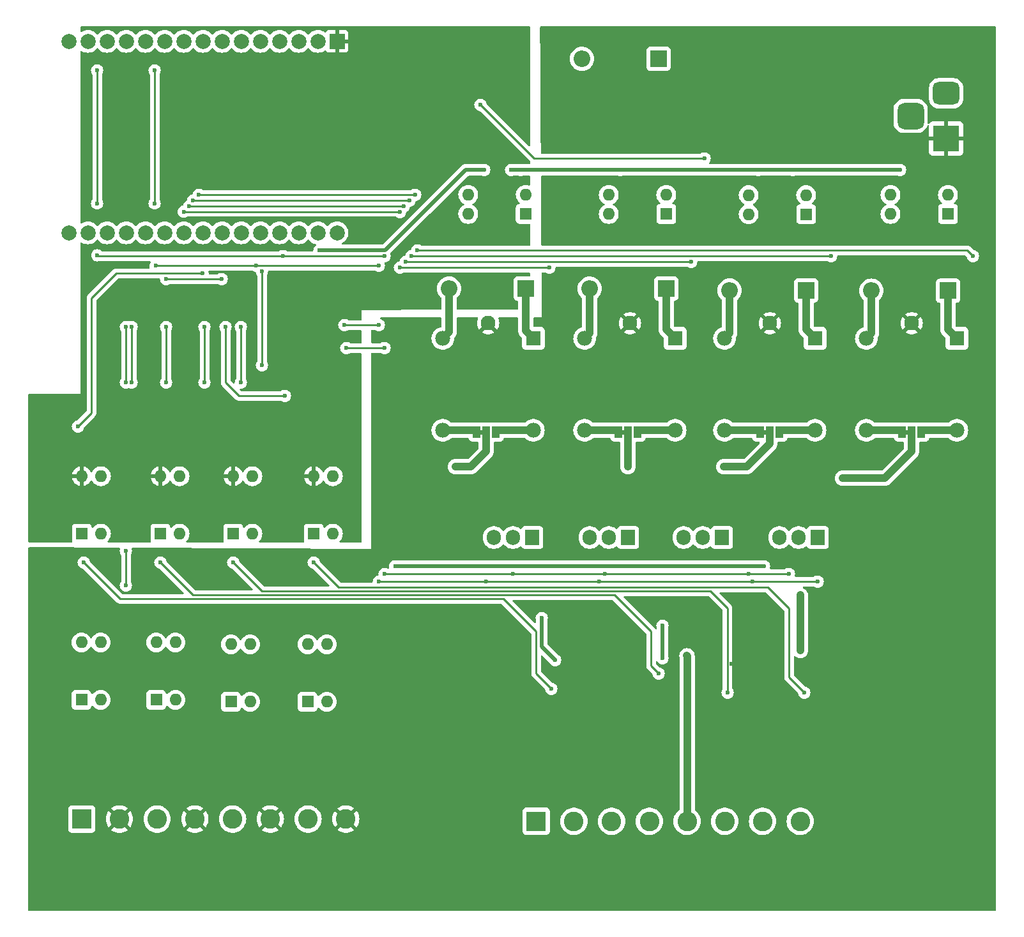
<source format=gbr>
%TF.GenerationSoftware,KiCad,Pcbnew,7.0.5*%
%TF.CreationDate,2023-06-06T14:49:00-07:00*%
%TF.ProjectId,halloween vending machine,68616c6c-6f77-4656-956e-2076656e6469,rev?*%
%TF.SameCoordinates,Original*%
%TF.FileFunction,Copper,L2,Bot*%
%TF.FilePolarity,Positive*%
%FSLAX46Y46*%
G04 Gerber Fmt 4.6, Leading zero omitted, Abs format (unit mm)*
G04 Created by KiCad (PCBNEW 7.0.5) date 2023-06-06 14:49:00*
%MOMM*%
%LPD*%
G01*
G04 APERTURE LIST*
G04 Aperture macros list*
%AMRoundRect*
0 Rectangle with rounded corners*
0 $1 Rounding radius*
0 $2 $3 $4 $5 $6 $7 $8 $9 X,Y pos of 4 corners*
0 Add a 4 corners polygon primitive as box body*
4,1,4,$2,$3,$4,$5,$6,$7,$8,$9,$2,$3,0*
0 Add four circle primitives for the rounded corners*
1,1,$1+$1,$2,$3*
1,1,$1+$1,$4,$5*
1,1,$1+$1,$6,$7*
1,1,$1+$1,$8,$9*
0 Add four rect primitives between the rounded corners*
20,1,$1+$1,$2,$3,$4,$5,0*
20,1,$1+$1,$4,$5,$6,$7,0*
20,1,$1+$1,$6,$7,$8,$9,0*
20,1,$1+$1,$8,$9,$2,$3,0*%
G04 Aperture macros list end*
%TA.AperFunction,ComponentPad*%
%ADD10R,1.980000X1.980000*%
%TD*%
%TA.AperFunction,ComponentPad*%
%ADD11C,1.935000*%
%TD*%
%TA.AperFunction,ComponentPad*%
%ADD12C,1.980000*%
%TD*%
%TA.AperFunction,ComponentPad*%
%ADD13R,2.600000X2.600000*%
%TD*%
%TA.AperFunction,ComponentPad*%
%ADD14C,2.600000*%
%TD*%
%TA.AperFunction,ComponentPad*%
%ADD15R,1.600000X1.600000*%
%TD*%
%TA.AperFunction,ComponentPad*%
%ADD16O,1.600000X1.600000*%
%TD*%
%TA.AperFunction,ComponentPad*%
%ADD17R,2.200000X2.200000*%
%TD*%
%TA.AperFunction,ComponentPad*%
%ADD18O,2.200000X2.200000*%
%TD*%
%TA.AperFunction,ComponentPad*%
%ADD19R,2.000000X2.000000*%
%TD*%
%TA.AperFunction,ComponentPad*%
%ADD20C,2.000000*%
%TD*%
%TA.AperFunction,ComponentPad*%
%ADD21R,1.905000X2.000000*%
%TD*%
%TA.AperFunction,ComponentPad*%
%ADD22O,1.905000X2.000000*%
%TD*%
%TA.AperFunction,ComponentPad*%
%ADD23R,3.500000X3.500000*%
%TD*%
%TA.AperFunction,ComponentPad*%
%ADD24RoundRect,0.750000X-1.000000X0.750000X-1.000000X-0.750000X1.000000X-0.750000X1.000000X0.750000X0*%
%TD*%
%TA.AperFunction,ComponentPad*%
%ADD25RoundRect,0.875000X-0.875000X0.875000X-0.875000X-0.875000X0.875000X-0.875000X0.875000X0.875000X0*%
%TD*%
%TA.AperFunction,SMDPad,CuDef*%
%ADD26R,1.000000X1.500000*%
%TD*%
%TA.AperFunction,ViaPad*%
%ADD27C,0.600000*%
%TD*%
%TA.AperFunction,ViaPad*%
%ADD28C,1.000000*%
%TD*%
%TA.AperFunction,Conductor*%
%ADD29C,1.000000*%
%TD*%
%TA.AperFunction,Conductor*%
%ADD30C,0.508000*%
%TD*%
%TA.AperFunction,Conductor*%
%ADD31C,0.254000*%
%TD*%
G04 APERTURE END LIST*
%TA.AperFunction,EtchedComponent*%
%TO.C,JP3*%
G36*
X118980000Y-73960000D02*
G01*
X118480000Y-73960000D01*
X118480000Y-73360000D01*
X118980000Y-73360000D01*
X118980000Y-73960000D01*
G37*
%TD.AperFunction*%
%TA.AperFunction,EtchedComponent*%
%TO.C,JP1*%
G36*
X81388000Y-73960000D02*
G01*
X80888000Y-73960000D01*
X80888000Y-73360000D01*
X81388000Y-73360000D01*
X81388000Y-73960000D01*
G37*
%TD.AperFunction*%
%TA.AperFunction,EtchedComponent*%
%TO.C,JP4*%
G36*
X137776000Y-73960000D02*
G01*
X137276000Y-73960000D01*
X137276000Y-73360000D01*
X137776000Y-73360000D01*
X137776000Y-73960000D01*
G37*
%TD.AperFunction*%
%TA.AperFunction,EtchedComponent*%
%TO.C,JP2*%
G36*
X100184000Y-73960000D02*
G01*
X99684000Y-73960000D01*
X99684000Y-73360000D01*
X100184000Y-73360000D01*
X100184000Y-73960000D01*
G37*
%TD.AperFunction*%
%TD*%
D10*
%TO.P,K4,A1*%
%TO.N,+5V*%
X144176000Y-61210000D03*
D11*
%TO.P,K4,COM*%
%TO.N,+12V*%
X138176000Y-59210000D03*
D12*
%TO.P,K4,A2*%
%TO.N,Net-(D17-A)*%
X132176000Y-61210000D03*
%TO.P,K4,NO*%
%TO.N,Net-(JP4-A)*%
X132176000Y-73410000D03*
%TO.P,K4,NC*%
%TO.N,Net-(JP4-B)*%
X144176000Y-73410000D03*
%TD*%
D10*
%TO.P,K3,A1*%
%TO.N,+5V*%
X125380000Y-61210000D03*
D11*
%TO.P,K3,COM*%
%TO.N,+12V*%
X119380000Y-59210000D03*
D12*
%TO.P,K3,A2*%
%TO.N,Net-(D16-A)*%
X113380000Y-61210000D03*
%TO.P,K3,NO*%
%TO.N,Net-(JP3-A)*%
X113380000Y-73410000D03*
%TO.P,K3,NC*%
%TO.N,Net-(JP3-B)*%
X125380000Y-73410000D03*
%TD*%
D10*
%TO.P,K2,A1*%
%TO.N,+5V*%
X106838000Y-61210000D03*
D11*
%TO.P,K2,COM*%
%TO.N,+12V*%
X100838000Y-59210000D03*
D12*
%TO.P,K2,A2*%
%TO.N,Net-(D15-A)*%
X94838000Y-61210000D03*
%TO.P,K2,NO*%
%TO.N,Net-(JP2-A)*%
X94838000Y-73410000D03*
%TO.P,K2,NC*%
%TO.N,Net-(JP2-B)*%
X106838000Y-73410000D03*
%TD*%
D10*
%TO.P,K1,A1*%
%TO.N,+5V*%
X88042000Y-61210000D03*
D11*
%TO.P,K1,COM*%
%TO.N,+12V*%
X82042000Y-59210000D03*
D12*
%TO.P,K1,A2*%
%TO.N,Net-(D11-A)*%
X76042000Y-61210000D03*
%TO.P,K1,NO*%
%TO.N,Net-(JP1-A)*%
X76042000Y-73410000D03*
%TO.P,K1,NC*%
%TO.N,Net-(JP1-B)*%
X88042000Y-73410000D03*
%TD*%
D13*
%TO.P,J2,1,Pin_1*%
%TO.N,/Pedal_Return_1*%
X28180000Y-124968000D03*
D14*
%TO.P,J2,2,Pin_2*%
%TO.N,+12V*%
X33180000Y-124968000D03*
%TO.P,J2,3,Pin_3*%
%TO.N,/Pedal_Return_2*%
X38180000Y-124968000D03*
%TO.P,J2,4,Pin_4*%
%TO.N,+12V*%
X43180000Y-124968000D03*
%TO.P,J2,5,Pin_5*%
%TO.N,/Pedal_Return_3*%
X48180000Y-124968000D03*
%TO.P,J2,6,Pin_6*%
%TO.N,+12V*%
X53180000Y-124968000D03*
%TO.P,J2,7,Pin_7*%
%TO.N,/Pedal_Return_4*%
X58180000Y-124968000D03*
%TO.P,J2,8,Pin_8*%
%TO.N,+12V*%
X63180000Y-124968000D03*
%TD*%
D15*
%TO.P,U5,1*%
%TO.N,Net-(R8-Pad2)*%
X28149000Y-109159000D03*
D16*
%TO.P,U5,2*%
%TO.N,GND*%
X30689000Y-109159000D03*
%TO.P,U5,3*%
%TO.N,/Pedal_1_GPIO*%
X30689000Y-101539000D03*
%TO.P,U5,4*%
%TO.N,+3.3V*%
X28149000Y-101539000D03*
%TD*%
D13*
%TO.P,J3,1,Pin_1*%
%TO.N,/MOTOR_12V+_1*%
X88418000Y-125273000D03*
D14*
%TO.P,J3,2,Pin_2*%
%TO.N,/Motor-_1*%
X93418000Y-125273000D03*
%TO.P,J3,3,Pin_3*%
%TO.N,/MOTOR_12V+_2*%
X98418000Y-125273000D03*
%TO.P,J3,4,Pin_4*%
%TO.N,/Motor-_2*%
X103418000Y-125273000D03*
%TO.P,J3,5,Pin_5*%
%TO.N,/MOTOR_12V+_3*%
X108418000Y-125273000D03*
%TO.P,J3,6,Pin_6*%
%TO.N,/Motor-_3*%
X113418000Y-125273000D03*
%TO.P,J3,7,Pin_7*%
%TO.N,/MOTOR_12V+_4*%
X118418000Y-125273000D03*
%TO.P,J3,8,Pin_8*%
%TO.N,/Motor-_4*%
X123418000Y-125273000D03*
%TD*%
D15*
%TO.P,U12,1*%
%TO.N,Net-(R28-Pad1)*%
X142992000Y-44709000D03*
D16*
%TO.P,U12,2*%
%TO.N,Net-(D14-A)*%
X142992000Y-42169000D03*
%TO.P,U12,3*%
%TO.N,Net-(R31-Pad1)*%
X135372000Y-42169000D03*
%TO.P,U12,4*%
%TO.N,+5V*%
X135372000Y-44709000D03*
%TD*%
D17*
%TO.P,D15,1,K*%
%TO.N,+5V*%
X105664000Y-54610000D03*
D18*
%TO.P,D15,2,A*%
%TO.N,Net-(D15-A)*%
X95504000Y-54610000D03*
%TD*%
D15*
%TO.P,U13,1*%
%TO.N,Net-(R40-Pad2)*%
X28189000Y-87112000D03*
D16*
%TO.P,U13,2*%
%TO.N,GND*%
X30729000Y-87112000D03*
%TO.P,U13,3*%
%TO.N,/MOTOR_RUNNING_1*%
X30729000Y-79492000D03*
%TO.P,U13,4*%
%TO.N,+3.3V*%
X28189000Y-79492000D03*
%TD*%
D19*
%TO.P,U1,1,3V3*%
%TO.N,+3.3V*%
X62015000Y-21800000D03*
D20*
%TO.P,U1,2,GND*%
%TO.N,GND*%
X59475000Y-21800000D03*
%TO.P,U1,3,D15*%
%TO.N,unconnected-(U1-D15-Pad3)*%
X56935000Y-21800000D03*
%TO.P,U1,4,D2*%
%TO.N,unconnected-(U1-D2-Pad4)*%
X54395000Y-21800000D03*
%TO.P,U1,5,D4*%
%TO.N,unconnected-(U1-D4-Pad5)*%
X51855000Y-21800000D03*
%TO.P,U1,6,RX2*%
%TO.N,/Relay4*%
X49315000Y-21800000D03*
%TO.P,U1,7,TX2*%
%TO.N,/Relay3*%
X46775000Y-21800000D03*
%TO.P,U1,8,D5*%
%TO.N,/Relay2*%
X44235000Y-21800000D03*
%TO.P,U1,9,D18*%
%TO.N,/Relay1*%
X41695000Y-21800000D03*
%TO.P,U1,10,D19*%
%TO.N,unconnected-(U1-D19-Pad10)*%
X39155000Y-21800000D03*
%TO.P,U1,11,D21*%
%TO.N,/SDA*%
X36615000Y-21800000D03*
%TO.P,U1,12,RX0*%
%TO.N,unconnected-(U1-RX0-Pad12)*%
X34075000Y-21800000D03*
%TO.P,U1,13,TX0*%
%TO.N,unconnected-(U1-TX0-Pad13)*%
X31535000Y-21800000D03*
%TO.P,U1,14,D22*%
%TO.N,/SCL*%
X28995000Y-21800000D03*
%TO.P,U1,15,D23*%
%TO.N,unconnected-(U1-D23-Pad15)*%
X26455000Y-21800000D03*
%TO.P,U1,16,EN*%
%TO.N,unconnected-(U1-EN-Pad16)*%
X26455000Y-47200000D03*
%TO.P,U1,17,VP*%
%TO.N,unconnected-(U1-VP-Pad17)*%
X28995000Y-47200000D03*
%TO.P,U1,18,VN*%
%TO.N,unconnected-(U1-VN-Pad18)*%
X31535000Y-47200000D03*
%TO.P,U1,19,D34*%
%TO.N,/Pedal_1_GPIO*%
X34075000Y-47200000D03*
%TO.P,U1,20,D35*%
%TO.N,/Pedal_2_GPIO*%
X36615000Y-47200000D03*
%TO.P,U1,21,D32*%
%TO.N,/Pedal_3_GPIO*%
X39155000Y-47200000D03*
%TO.P,U1,22,D33*%
%TO.N,/Pedal_4_GPIO*%
X41695000Y-47200000D03*
%TO.P,U1,23,D25*%
%TO.N,/MOTOR_RUNNING_1*%
X44235000Y-47200000D03*
%TO.P,U1,24,D26*%
%TO.N,/MOTOR_RUNNING_2*%
X46775000Y-47200000D03*
%TO.P,U1,25,D27*%
%TO.N,/MOTOR_RUNNING_3*%
X49315000Y-47200000D03*
%TO.P,U1,26,D14*%
%TO.N,/MOTOR_RUNNING_4*%
X51855000Y-47200000D03*
%TO.P,U1,27,D12*%
%TO.N,unconnected-(U1-D12-Pad27)*%
X54395000Y-47200000D03*
%TO.P,U1,28,D13*%
%TO.N,unconnected-(U1-D13-Pad28)*%
X56935000Y-47200000D03*
%TO.P,U1,29,GND*%
%TO.N,GND*%
X59475000Y-47200000D03*
%TO.P,U1,30,VIN*%
%TO.N,/ESP32_5V+*%
X62015000Y-47200000D03*
%TD*%
D17*
%TO.P,D17,1,K*%
%TO.N,+5V*%
X143002000Y-54892000D03*
D18*
%TO.P,D17,2,A*%
%TO.N,Net-(D17-A)*%
X132842000Y-54892000D03*
%TD*%
D15*
%TO.P,U7,1*%
%TO.N,Net-(R12-Pad2)*%
X47961000Y-109413000D03*
D16*
%TO.P,U7,2*%
%TO.N,GND*%
X50501000Y-109413000D03*
%TO.P,U7,3*%
%TO.N,/Pedal_3_GPIO*%
X50501000Y-101793000D03*
%TO.P,U7,4*%
%TO.N,+3.3V*%
X47961000Y-101793000D03*
%TD*%
D15*
%TO.P,U11,1*%
%TO.N,Net-(R27-Pad1)*%
X124196000Y-44737000D03*
D16*
%TO.P,U11,2*%
%TO.N,Net-(D13-A)*%
X124196000Y-42197000D03*
%TO.P,U11,3*%
%TO.N,Net-(R30-Pad1)*%
X116576000Y-42197000D03*
%TO.P,U11,4*%
%TO.N,+5V*%
X116576000Y-44737000D03*
%TD*%
D21*
%TO.P,Q5,1,A1*%
%TO.N,GND*%
X113030000Y-87630000D03*
D22*
%TO.P,Q5,2,A2*%
%TO.N,/Motor-_3*%
X110490000Y-87630000D03*
%TO.P,Q5,3,G*%
%TO.N,Net-(Q5-G)*%
X107950000Y-87630000D03*
%TD*%
D15*
%TO.P,U10,1*%
%TO.N,Net-(R26-Pad1)*%
X105654000Y-44709000D03*
D16*
%TO.P,U10,2*%
%TO.N,Net-(D12-A)*%
X105654000Y-42169000D03*
%TO.P,U10,3*%
%TO.N,Net-(R29-Pad1)*%
X98034000Y-42169000D03*
%TO.P,U10,4*%
%TO.N,+5V*%
X98034000Y-44709000D03*
%TD*%
D15*
%TO.P,U6,1*%
%TO.N,Net-(R10-Pad2)*%
X38055000Y-109159000D03*
D16*
%TO.P,U6,2*%
%TO.N,GND*%
X40595000Y-109159000D03*
%TO.P,U6,3*%
%TO.N,/Pedal_2_GPIO*%
X40595000Y-101539000D03*
%TO.P,U6,4*%
%TO.N,+3.3V*%
X38055000Y-101539000D03*
%TD*%
D17*
%TO.P,D1,1,K*%
%TO.N,Net-(D1-K)*%
X104648000Y-24130000D03*
D18*
%TO.P,D1,2,A*%
%TO.N,GND*%
X94488000Y-24130000D03*
%TD*%
D15*
%TO.P,U9,1*%
%TO.N,Net-(R24-Pad1)*%
X87026000Y-44700000D03*
D16*
%TO.P,U9,2*%
%TO.N,Net-(D10-A)*%
X87026000Y-42160000D03*
%TO.P,U9,3*%
%TO.N,Net-(R25-Pad1)*%
X79406000Y-42160000D03*
%TO.P,U9,4*%
%TO.N,+5V*%
X79406000Y-44700000D03*
%TD*%
D15*
%TO.P,U8,1*%
%TO.N,Net-(R14-Pad2)*%
X58121000Y-109413000D03*
D16*
%TO.P,U8,2*%
%TO.N,GND*%
X60661000Y-109413000D03*
%TO.P,U8,3*%
%TO.N,/Pedal_4_GPIO*%
X60661000Y-101793000D03*
%TO.P,U8,4*%
%TO.N,+3.3V*%
X58121000Y-101793000D03*
%TD*%
D17*
%TO.P,D11,1,K*%
%TO.N,+5V*%
X87026000Y-54606000D03*
D18*
%TO.P,D11,2,A*%
%TO.N,Net-(D11-A)*%
X76866000Y-54606000D03*
%TD*%
D23*
%TO.P,J1,1*%
%TO.N,+12V*%
X142748000Y-34702000D03*
D24*
%TO.P,J1,2*%
%TO.N,GND*%
X142748000Y-28702000D03*
D25*
%TO.P,J1,3*%
%TO.N,N/C*%
X138048000Y-31702000D03*
%TD*%
D15*
%TO.P,U15,1*%
%TO.N,Net-(R44-Pad2)*%
X48260000Y-87112000D03*
D16*
%TO.P,U15,2*%
%TO.N,GND*%
X50800000Y-87112000D03*
%TO.P,U15,3*%
%TO.N,/MOTOR_RUNNING_3*%
X50800000Y-79492000D03*
%TO.P,U15,4*%
%TO.N,+3.3V*%
X48260000Y-79492000D03*
%TD*%
D21*
%TO.P,Q7,1,A1*%
%TO.N,GND*%
X87884000Y-87630000D03*
D22*
%TO.P,Q7,2,A2*%
%TO.N,/Motor-_1*%
X85344000Y-87630000D03*
%TO.P,Q7,3,G*%
%TO.N,Net-(Q7-G)*%
X82804000Y-87630000D03*
%TD*%
D21*
%TO.P,Q8,1,A1*%
%TO.N,GND*%
X100584000Y-87630000D03*
D22*
%TO.P,Q8,2,A2*%
%TO.N,/Motor-_2*%
X98044000Y-87630000D03*
%TO.P,Q8,3,G*%
%TO.N,Net-(Q8-G)*%
X95504000Y-87630000D03*
%TD*%
D15*
%TO.P,U14,1*%
%TO.N,Net-(R42-Pad2)*%
X38608000Y-87112000D03*
D16*
%TO.P,U14,2*%
%TO.N,GND*%
X41148000Y-87112000D03*
%TO.P,U14,3*%
%TO.N,/MOTOR_RUNNING_2*%
X41148000Y-79492000D03*
%TO.P,U14,4*%
%TO.N,+3.3V*%
X38608000Y-79492000D03*
%TD*%
D17*
%TO.P,D16,1,K*%
%TO.N,+5V*%
X124206000Y-54864000D03*
D18*
%TO.P,D16,2,A*%
%TO.N,Net-(D16-A)*%
X114046000Y-54864000D03*
%TD*%
D15*
%TO.P,U16,1*%
%TO.N,Net-(R46-Pad2)*%
X58928000Y-87112000D03*
D16*
%TO.P,U16,2*%
%TO.N,GND*%
X61468000Y-87112000D03*
%TO.P,U16,3*%
%TO.N,/MOTOR_RUNNING_4*%
X61468000Y-79492000D03*
%TO.P,U16,4*%
%TO.N,+3.3V*%
X58928000Y-79492000D03*
%TD*%
D21*
%TO.P,Q6,1,A1*%
%TO.N,GND*%
X125730000Y-87630000D03*
D22*
%TO.P,Q6,2,A2*%
%TO.N,/Motor-_4*%
X123190000Y-87630000D03*
%TO.P,Q6,3,G*%
%TO.N,Net-(Q6-G)*%
X120650000Y-87630000D03*
%TD*%
D26*
%TO.P,JP3,1,A*%
%TO.N,Net-(JP3-A)*%
X118080000Y-73660000D03*
%TO.P,JP3,2,C*%
%TO.N,/Motor_Start+_3*%
X119380000Y-73660000D03*
%TO.P,JP3,3,B*%
%TO.N,Net-(JP3-B)*%
X120680000Y-73660000D03*
%TD*%
%TO.P,JP1,1,A*%
%TO.N,Net-(JP1-A)*%
X80488000Y-73660000D03*
%TO.P,JP1,2,C*%
%TO.N,/Motor_Start+_1*%
X81788000Y-73660000D03*
%TO.P,JP1,3,B*%
%TO.N,Net-(JP1-B)*%
X83088000Y-73660000D03*
%TD*%
%TO.P,JP4,1,A*%
%TO.N,Net-(JP4-A)*%
X136876000Y-73660000D03*
%TO.P,JP4,2,C*%
%TO.N,/Motor_Start+_4*%
X138176000Y-73660000D03*
%TO.P,JP4,3,B*%
%TO.N,Net-(JP4-B)*%
X139476000Y-73660000D03*
%TD*%
%TO.P,JP2,1,A*%
%TO.N,Net-(JP2-A)*%
X99284000Y-73660000D03*
%TO.P,JP2,2,C*%
%TO.N,/Motor_Start+_2*%
X100584000Y-73660000D03*
%TO.P,JP2,3,B*%
%TO.N,Net-(JP2-B)*%
X101884000Y-73660000D03*
%TD*%
D27*
%TO.N,+12V*%
X119126000Y-36576000D03*
X98044000Y-34544000D03*
X116332000Y-33274000D03*
X130048000Y-36576000D03*
X98552000Y-101854000D03*
X114300000Y-104394000D03*
X94488000Y-105156000D03*
X91948000Y-102108000D03*
X104394000Y-97790000D03*
X119888000Y-102362000D03*
%TO.N,+5V*%
X136652000Y-38862000D03*
X85090000Y-38862000D03*
X99568000Y-38862000D03*
X59690000Y-49530000D03*
X79248000Y-38862000D03*
X122428000Y-38862000D03*
X81534000Y-38862000D03*
X86360000Y-38862000D03*
X117856000Y-38862000D03*
%TO.N,Net-(U2-Vfb)*%
X81026000Y-30226000D03*
X110744000Y-37338000D03*
%TO.N,+3.3V*%
X57912000Y-56642000D03*
X100584000Y-91440000D03*
X118618000Y-91440000D03*
X83312000Y-91440000D03*
X69723000Y-55372000D03*
X69723000Y-91440000D03*
X62611000Y-64008000D03*
X63246000Y-55118000D03*
%TO.N,/SDA*%
X81788000Y-93472000D03*
X125730000Y-93472000D03*
X67564000Y-51562000D03*
X37846000Y-25654000D03*
X96774000Y-93472000D03*
X67564000Y-59436000D03*
X62992000Y-59436000D03*
X37973000Y-51562000D03*
X37846000Y-43307000D03*
X51308000Y-51562000D03*
X67564000Y-93472000D03*
X117094000Y-93472000D03*
%TO.N,/SCL*%
X68326000Y-50292000D03*
X121920000Y-92456000D03*
X116586000Y-92456000D03*
X68326000Y-92456000D03*
X54864000Y-50292000D03*
X63246000Y-62484000D03*
X30226000Y-43307000D03*
X97536000Y-92456000D03*
X68326000Y-62484000D03*
X85344000Y-92456000D03*
X30249000Y-50188000D03*
X30226000Y-25654000D03*
%TO.N,/MOTOR_12V+_3*%
X108396500Y-103316500D03*
%TO.N,/Pedal_1_GPIO*%
X34036000Y-59690000D03*
X34036000Y-89408000D03*
X34036000Y-67056000D03*
X34036000Y-93980000D03*
%TO.N,/Pedal_2_GPIO*%
X34798000Y-67056000D03*
X34798000Y-59690000D03*
%TO.N,/Pedal_3_GPIO*%
X44450000Y-67056000D03*
X44450000Y-59690000D03*
%TO.N,/Pedal_4_GPIO*%
X55118000Y-68834000D03*
X47244000Y-59690000D03*
%TO.N,/Relay1*%
X70358000Y-44450000D03*
X90170000Y-51816000D03*
X70358000Y-51816000D03*
X41695000Y-44411000D03*
%TO.N,/Motor-_1*%
X89154000Y-98298000D03*
X90932000Y-103886000D03*
%TO.N,/Motor-_2*%
X105156000Y-103632000D03*
X105156000Y-99314000D03*
%TO.N,/Motor-_4*%
X123444000Y-102616000D03*
X123418000Y-95276000D03*
D28*
%TO.N,/Motor_Start+_1*%
X77724000Y-78232000D03*
%TO.N,/Motor_Start+_2*%
X100584000Y-78232000D03*
%TO.N,/Motor_Start+_3*%
X113284000Y-78232000D03*
%TO.N,/Motor_Start+_4*%
X129032000Y-79756000D03*
D27*
%TO.N,/Relay2*%
X42418000Y-43688000D03*
X71120000Y-51054000D03*
X70866000Y-43688000D03*
X108966000Y-51054000D03*
%TO.N,/Relay3*%
X71882000Y-50292000D03*
X71628000Y-42926000D03*
X127508000Y-50292000D03*
X42926000Y-42926000D03*
%TO.N,/Relay4*%
X146304000Y-50292000D03*
X72390000Y-42164000D03*
X43688000Y-42164000D03*
X72644000Y-49530000D03*
%TO.N,/MOTOR_RUNNING_1*%
X27686000Y-72898000D03*
X44196000Y-52578000D03*
%TO.N,/MOTOR_RUNNING_2*%
X46736000Y-53340000D03*
X39370000Y-67056000D03*
X39370000Y-59690000D03*
X39370000Y-53340000D03*
%TO.N,/MOTOR_RUNNING_3*%
X49276000Y-59690000D03*
X49276000Y-67056000D03*
%TO.N,/MOTOR_RUNNING_4*%
X52070000Y-52324000D03*
X52070000Y-64770000D03*
%TO.N,Net-(R40-Pad2)*%
X28448000Y-90932000D03*
X90424000Y-107696000D03*
%TO.N,Net-(R42-Pad2)*%
X38608000Y-90932000D03*
X104648000Y-105664000D03*
%TO.N,Net-(R44-Pad2)*%
X113792000Y-108204000D03*
X48260000Y-90932000D03*
%TO.N,Net-(R46-Pad2)*%
X58928000Y-90932000D03*
X123952000Y-108204000D03*
%TD*%
D29*
%TO.N,+5V*%
X105664000Y-54610000D02*
X105664000Y-60036000D01*
X87026000Y-60194000D02*
X88042000Y-61210000D01*
D30*
X122428000Y-38862000D02*
X136652000Y-38862000D01*
X68396525Y-49530000D02*
X79064524Y-38862000D01*
D29*
X87026000Y-54606000D02*
X87026000Y-60194000D01*
D30*
X99568000Y-38862000D02*
X117856000Y-38862000D01*
X59690000Y-49530000D02*
X68396525Y-49530000D01*
X79248000Y-38862000D02*
X81534000Y-38862000D01*
X117856000Y-38862000D02*
X122428000Y-38862000D01*
D29*
X143002000Y-60036000D02*
X144176000Y-61210000D01*
D30*
X85090000Y-38862000D02*
X86360000Y-38862000D01*
D29*
X105664000Y-60036000D02*
X106838000Y-61210000D01*
D31*
X79064524Y-38862000D02*
X79248000Y-38862000D01*
D29*
X124206000Y-54864000D02*
X124206000Y-60036000D01*
D30*
X86360000Y-38862000D02*
X99568000Y-38862000D01*
D29*
X124206000Y-60036000D02*
X125380000Y-61210000D01*
X143002000Y-54892000D02*
X143002000Y-60036000D01*
D31*
%TO.N,Net-(U2-Vfb)*%
X110744000Y-37338000D02*
X88138000Y-37338000D01*
X88138000Y-37338000D02*
X81026000Y-30226000D01*
D30*
%TO.N,+3.3V*%
X83312000Y-91440000D02*
X100584000Y-91440000D01*
X100584000Y-91440000D02*
X118618000Y-91440000D01*
X69723000Y-91440000D02*
X83312000Y-91440000D01*
D31*
%TO.N,/SDA*%
X67564000Y-93472000D02*
X81788000Y-93472000D01*
X67564000Y-59436000D02*
X62992000Y-59436000D01*
X96774000Y-93472000D02*
X117094000Y-93472000D01*
X37846000Y-43307000D02*
X37846000Y-25654000D01*
X117094000Y-93472000D02*
X125730000Y-93472000D01*
X81788000Y-93472000D02*
X96774000Y-93472000D01*
X37973000Y-51562000D02*
X51308000Y-51562000D01*
X51308000Y-51562000D02*
X67564000Y-51562000D01*
%TO.N,/SCL*%
X97536000Y-92456000D02*
X116586000Y-92456000D01*
X85344000Y-92456000D02*
X97536000Y-92456000D01*
X116586000Y-92456000D02*
X121920000Y-92456000D01*
X63246000Y-62484000D02*
X68326000Y-62484000D01*
X68326000Y-50292000D02*
X54864000Y-50292000D01*
X68326000Y-92456000D02*
X85344000Y-92456000D01*
X30353000Y-50292000D02*
X54864000Y-50292000D01*
X30353000Y-50292000D02*
X30249000Y-50188000D01*
X30226000Y-43307000D02*
X30226000Y-25654000D01*
D29*
%TO.N,/MOTOR_12V+_3*%
X108418000Y-103338000D02*
X108396500Y-103316500D01*
X108418000Y-125273000D02*
X108418000Y-103338000D01*
D31*
%TO.N,/Pedal_1_GPIO*%
X34036000Y-67056000D02*
X34036000Y-59690000D01*
X34036000Y-89408000D02*
X34036000Y-93980000D01*
%TO.N,/Pedal_2_GPIO*%
X34798000Y-67056000D02*
X34798000Y-59690000D01*
%TO.N,/Pedal_3_GPIO*%
X44450000Y-67056000D02*
X44450000Y-59690000D01*
%TO.N,/Pedal_4_GPIO*%
X49022000Y-68834000D02*
X55118000Y-68834000D01*
X47244000Y-67056000D02*
X47244000Y-59690000D01*
X49022000Y-68834000D02*
X47244000Y-67056000D01*
%TO.N,/Relay1*%
X70358000Y-51816000D02*
X90170000Y-51816000D01*
X41695000Y-44411000D02*
X70319000Y-44411000D01*
X70319000Y-44411000D02*
X70358000Y-44450000D01*
D29*
%TO.N,Net-(D11-A)*%
X76866000Y-60386000D02*
X76042000Y-61210000D01*
X76866000Y-54606000D02*
X76866000Y-60386000D01*
%TO.N,Net-(D15-A)*%
X95504000Y-54610000D02*
X95504000Y-60544000D01*
X95504000Y-60544000D02*
X94838000Y-61210000D01*
%TO.N,Net-(D16-A)*%
X114046000Y-60544000D02*
X113380000Y-61210000D01*
X114046000Y-54864000D02*
X114046000Y-60544000D01*
%TO.N,Net-(D17-A)*%
X132842000Y-54892000D02*
X132842000Y-60544000D01*
X132842000Y-60544000D02*
X132176000Y-61210000D01*
D30*
%TO.N,/Motor-_1*%
X89154000Y-102108000D02*
X89154000Y-98298000D01*
X90932000Y-103886000D02*
X89154000Y-102108000D01*
%TO.N,/Motor-_2*%
X105156000Y-103632000D02*
X105156000Y-99314000D01*
D29*
%TO.N,/Motor-_4*%
X123444000Y-95302000D02*
X123418000Y-95276000D01*
X123444000Y-102616000D02*
X123444000Y-95302000D01*
%TO.N,/Motor_Start+_1*%
X77724000Y-78232000D02*
X79756000Y-78232000D01*
X79756000Y-78232000D02*
X81788000Y-76200000D01*
X81788000Y-76200000D02*
X81788000Y-73660000D01*
%TO.N,/Motor_Start+_2*%
X100584000Y-78232000D02*
X100584000Y-73660000D01*
%TO.N,/Motor_Start+_3*%
X119380000Y-73660000D02*
X119380000Y-75184000D01*
X119380000Y-75184000D02*
X116332000Y-78232000D01*
X116332000Y-78232000D02*
X113284000Y-78232000D01*
%TO.N,/Motor_Start+_4*%
X134620000Y-79756000D02*
X129032000Y-79756000D01*
X138176000Y-73660000D02*
X138176000Y-76200000D01*
X138176000Y-76200000D02*
X134620000Y-79756000D01*
D31*
%TO.N,/Relay2*%
X42418000Y-43688000D02*
X70866000Y-43688000D01*
X71120000Y-51054000D02*
X108966000Y-51054000D01*
%TO.N,/Relay3*%
X71628000Y-42926000D02*
X42926000Y-42926000D01*
X71882000Y-50292000D02*
X127508000Y-50292000D01*
%TO.N,/Relay4*%
X43688000Y-42164000D02*
X72390000Y-42164000D01*
X145542000Y-49530000D02*
X146304000Y-50292000D01*
X72644000Y-49530000D02*
X145542000Y-49530000D01*
%TO.N,/MOTOR_RUNNING_1*%
X29464000Y-71120000D02*
X27686000Y-72898000D01*
X29464000Y-55880000D02*
X29464000Y-71120000D01*
X44196000Y-52578000D02*
X32766000Y-52578000D01*
X32766000Y-52578000D02*
X29464000Y-55880000D01*
%TO.N,/MOTOR_RUNNING_2*%
X39370000Y-53340000D02*
X46736000Y-53340000D01*
X39370000Y-67056000D02*
X39370000Y-59690000D01*
%TO.N,/MOTOR_RUNNING_3*%
X49276000Y-67056000D02*
X49276000Y-59690000D01*
%TO.N,/MOTOR_RUNNING_4*%
X52070000Y-64770000D02*
X52070000Y-52324000D01*
%TO.N,Net-(R40-Pad2)*%
X88392000Y-100076000D02*
X84074000Y-95758000D01*
X84074000Y-95758000D02*
X33274000Y-95758000D01*
X88392000Y-105664000D02*
X88392000Y-100076000D01*
X90424000Y-107696000D02*
X88392000Y-105664000D01*
X33274000Y-95758000D02*
X28448000Y-90932000D01*
%TO.N,Net-(R42-Pad2)*%
X98806000Y-95250000D02*
X103632000Y-100076000D01*
X103632000Y-104648000D02*
X103632000Y-100076000D01*
X104648000Y-105664000D02*
X103632000Y-104648000D01*
X38608000Y-90932000D02*
X42926000Y-95250000D01*
X42926000Y-95250000D02*
X98806000Y-95250000D01*
%TO.N,Net-(R44-Pad2)*%
X111506000Y-94742000D02*
X113746000Y-96982000D01*
X52070000Y-94742000D02*
X111506000Y-94742000D01*
X113746000Y-96982000D02*
X113746000Y-108158000D01*
X48260000Y-90932000D02*
X52070000Y-94742000D01*
X113746000Y-108158000D02*
X113792000Y-108204000D01*
%TO.N,Net-(R46-Pad2)*%
X123952000Y-108204000D02*
X121920000Y-106172000D01*
X121920000Y-106172000D02*
X121920000Y-97028000D01*
X119126000Y-94234000D02*
X62230000Y-94234000D01*
X62230000Y-94234000D02*
X58928000Y-90932000D01*
X121920000Y-97028000D02*
X119126000Y-94234000D01*
D29*
%TO.N,Net-(JP1-A)*%
X80238000Y-73410000D02*
X80488000Y-73660000D01*
X76042000Y-73410000D02*
X80238000Y-73410000D01*
%TO.N,Net-(JP1-B)*%
X88042000Y-73410000D02*
X83338000Y-73410000D01*
X83338000Y-73410000D02*
X83088000Y-73660000D01*
%TO.N,Net-(JP2-A)*%
X99034000Y-73410000D02*
X99284000Y-73660000D01*
X94838000Y-73410000D02*
X99034000Y-73410000D01*
%TO.N,Net-(JP2-B)*%
X106838000Y-73410000D02*
X102134000Y-73410000D01*
X102134000Y-73410000D02*
X101884000Y-73660000D01*
%TO.N,Net-(JP3-A)*%
X113380000Y-73410000D02*
X117830000Y-73410000D01*
X117830000Y-73410000D02*
X118080000Y-73660000D01*
%TO.N,Net-(JP3-B)*%
X120930000Y-73410000D02*
X120680000Y-73660000D01*
X125380000Y-73410000D02*
X120930000Y-73410000D01*
%TO.N,Net-(JP4-A)*%
X136626000Y-73410000D02*
X136876000Y-73660000D01*
X132176000Y-73410000D02*
X136626000Y-73410000D01*
%TO.N,Net-(JP4-B)*%
X144176000Y-73410000D02*
X139726000Y-73410000D01*
X139726000Y-73410000D02*
X139476000Y-73660000D01*
%TD*%
%TA.AperFunction,Conductor*%
%TO.N,+3.3V*%
G36*
X87572121Y-19832502D02*
G01*
X87618614Y-19886158D01*
X87630000Y-19938500D01*
X87630000Y-35627077D01*
X87609998Y-35695198D01*
X87556342Y-35741691D01*
X87486068Y-35751795D01*
X87421488Y-35722301D01*
X87414905Y-35716172D01*
X81859984Y-30161251D01*
X81825958Y-30098939D01*
X81823871Y-30086262D01*
X81819217Y-30044953D01*
X81759043Y-29872985D01*
X81759041Y-29872982D01*
X81759041Y-29872981D01*
X81662112Y-29718720D01*
X81662111Y-29718718D01*
X81533281Y-29589888D01*
X81533279Y-29589887D01*
X81379018Y-29492958D01*
X81379015Y-29492957D01*
X81207050Y-29432784D01*
X81207049Y-29432783D01*
X81207047Y-29432783D01*
X81026000Y-29412384D01*
X80844953Y-29432783D01*
X80844950Y-29432783D01*
X80844949Y-29432784D01*
X80672984Y-29492957D01*
X80672981Y-29492958D01*
X80518720Y-29589887D01*
X80518718Y-29589888D01*
X80389888Y-29718718D01*
X80389887Y-29718720D01*
X80292958Y-29872981D01*
X80292957Y-29872984D01*
X80232785Y-30044948D01*
X80232783Y-30044953D01*
X80212384Y-30226000D01*
X80232783Y-30407047D01*
X80232783Y-30407049D01*
X80232784Y-30407050D01*
X80292957Y-30579015D01*
X80292958Y-30579018D01*
X80389887Y-30733279D01*
X80389888Y-30733281D01*
X80518718Y-30862111D01*
X80518720Y-30862112D01*
X80672981Y-30959041D01*
X80672982Y-30959041D01*
X80672985Y-30959043D01*
X80844953Y-31019217D01*
X80886266Y-31023871D01*
X80951717Y-31051375D01*
X80961251Y-31059983D01*
X87593096Y-37691829D01*
X87627121Y-37754139D01*
X87630000Y-37780922D01*
X87630000Y-37973500D01*
X87609998Y-38041621D01*
X87556342Y-38088114D01*
X87504000Y-38099500D01*
X86650238Y-38099500D01*
X86608623Y-38092429D01*
X86541047Y-38068783D01*
X86360000Y-38048384D01*
X86178953Y-38068783D01*
X86178950Y-38068783D01*
X86178950Y-38068784D01*
X86111377Y-38092429D01*
X86069762Y-38099500D01*
X85380238Y-38099500D01*
X85338623Y-38092429D01*
X85271047Y-38068783D01*
X85090000Y-38048384D01*
X84908953Y-38068783D01*
X84908950Y-38068783D01*
X84908949Y-38068784D01*
X84736984Y-38128957D01*
X84736981Y-38128958D01*
X84582720Y-38225887D01*
X84582718Y-38225888D01*
X84453888Y-38354718D01*
X84453887Y-38354720D01*
X84356958Y-38508981D01*
X84356957Y-38508984D01*
X84310475Y-38641824D01*
X84296783Y-38680953D01*
X84276384Y-38862000D01*
X84296783Y-39043047D01*
X84296783Y-39043049D01*
X84296784Y-39043050D01*
X84356957Y-39215015D01*
X84356958Y-39215018D01*
X84453887Y-39369279D01*
X84453888Y-39369281D01*
X84582718Y-39498111D01*
X84582720Y-39498112D01*
X84736981Y-39595041D01*
X84736982Y-39595041D01*
X84736985Y-39595043D01*
X84908953Y-39655217D01*
X85090000Y-39675616D01*
X85271047Y-39655217D01*
X85338623Y-39631570D01*
X85380238Y-39624500D01*
X86069762Y-39624500D01*
X86111376Y-39631570D01*
X86178953Y-39655217D01*
X86360000Y-39675616D01*
X86541047Y-39655217D01*
X86608623Y-39631570D01*
X86650238Y-39624500D01*
X87504000Y-39624500D01*
X87572121Y-39644502D01*
X87618614Y-39698158D01*
X87630000Y-39750500D01*
X87630000Y-40802976D01*
X87609998Y-40871097D01*
X87556342Y-40917590D01*
X87486068Y-40927694D01*
X87471389Y-40924683D01*
X87353738Y-40893158D01*
X87254087Y-40866457D01*
X87026000Y-40846502D01*
X86797913Y-40866457D01*
X86576759Y-40925715D01*
X86576753Y-40925717D01*
X86369250Y-41022477D01*
X86181703Y-41153799D01*
X86181697Y-41153804D01*
X86019804Y-41315697D01*
X86019799Y-41315703D01*
X85888477Y-41503250D01*
X85791717Y-41710753D01*
X85791716Y-41710757D01*
X85732457Y-41931913D01*
X85712502Y-42160000D01*
X85728691Y-42345047D01*
X85732457Y-42388086D01*
X85791715Y-42609240D01*
X85791717Y-42609246D01*
X85888477Y-42816749D01*
X86019799Y-43004296D01*
X86019804Y-43004302D01*
X86181697Y-43166195D01*
X86181706Y-43166203D01*
X86185001Y-43168510D01*
X86229329Y-43223968D01*
X86236637Y-43294587D01*
X86204605Y-43357947D01*
X86143403Y-43393931D01*
X86126197Y-43397000D01*
X86116803Y-43398009D01*
X86116795Y-43398011D01*
X85979797Y-43449110D01*
X85979792Y-43449112D01*
X85862738Y-43536738D01*
X85775112Y-43653792D01*
X85775110Y-43653797D01*
X85724011Y-43790795D01*
X85724009Y-43790803D01*
X85717500Y-43851350D01*
X85717500Y-45548649D01*
X85724009Y-45609196D01*
X85724011Y-45609204D01*
X85775110Y-45746202D01*
X85775112Y-45746207D01*
X85862738Y-45863261D01*
X85979792Y-45950887D01*
X85979794Y-45950888D01*
X85979796Y-45950889D01*
X86038875Y-45972924D01*
X86116795Y-46001988D01*
X86116803Y-46001990D01*
X86177350Y-46008499D01*
X86177355Y-46008499D01*
X86177362Y-46008500D01*
X86177368Y-46008500D01*
X87504000Y-46008500D01*
X87572121Y-46028502D01*
X87618614Y-46082158D01*
X87630000Y-46134500D01*
X87630000Y-48768500D01*
X87609998Y-48836621D01*
X87556342Y-48883114D01*
X87504000Y-48894500D01*
X73188555Y-48894500D01*
X73121519Y-48875187D01*
X72997018Y-48796958D01*
X72997015Y-48796957D01*
X72825050Y-48736784D01*
X72825049Y-48736783D01*
X72825047Y-48736783D01*
X72644000Y-48716384D01*
X72462953Y-48736783D01*
X72462950Y-48736783D01*
X72462949Y-48736784D01*
X72290984Y-48796957D01*
X72290981Y-48796958D01*
X72136720Y-48893887D01*
X72136718Y-48893888D01*
X72007888Y-49022718D01*
X72007887Y-49022720D01*
X71910958Y-49176981D01*
X71910957Y-49176984D01*
X71850784Y-49348947D01*
X71850781Y-49348961D01*
X71846860Y-49383763D01*
X71819356Y-49449215D01*
X71760831Y-49489407D01*
X71735763Y-49494860D01*
X71700961Y-49498781D01*
X71700947Y-49498784D01*
X71528984Y-49558957D01*
X71528981Y-49558958D01*
X71374720Y-49655887D01*
X71374718Y-49655888D01*
X71245888Y-49784718D01*
X71245887Y-49784720D01*
X71148958Y-49938981D01*
X71148957Y-49938984D01*
X71088784Y-50110947D01*
X71088781Y-50110961D01*
X71084860Y-50145763D01*
X71057356Y-50211215D01*
X70998831Y-50251407D01*
X70973763Y-50256860D01*
X70938961Y-50260781D01*
X70938947Y-50260784D01*
X70766984Y-50320957D01*
X70766981Y-50320958D01*
X70612720Y-50417887D01*
X70612718Y-50417888D01*
X70483888Y-50546718D01*
X70483887Y-50546720D01*
X70386958Y-50700981D01*
X70386957Y-50700984D01*
X70326784Y-50872947D01*
X70326781Y-50872961D01*
X70322860Y-50907763D01*
X70295356Y-50973215D01*
X70236831Y-51013407D01*
X70211763Y-51018860D01*
X70176961Y-51022781D01*
X70176947Y-51022784D01*
X70004984Y-51082957D01*
X70004981Y-51082958D01*
X69850720Y-51179887D01*
X69850718Y-51179888D01*
X69721888Y-51308718D01*
X69721887Y-51308720D01*
X69624958Y-51462981D01*
X69624957Y-51462984D01*
X69624957Y-51462985D01*
X69564783Y-51634953D01*
X69544384Y-51816000D01*
X69564783Y-51997047D01*
X69564783Y-51997049D01*
X69564784Y-51997050D01*
X69624957Y-52169015D01*
X69624958Y-52169018D01*
X69721887Y-52323279D01*
X69721888Y-52323281D01*
X69850718Y-52452111D01*
X69850720Y-52452112D01*
X70004981Y-52549041D01*
X70004982Y-52549041D01*
X70004985Y-52549043D01*
X70176953Y-52609217D01*
X70358000Y-52629616D01*
X70539047Y-52609217D01*
X70711015Y-52549043D01*
X70721518Y-52542443D01*
X70835519Y-52470813D01*
X70902555Y-52451500D01*
X87504000Y-52451500D01*
X87572121Y-52471502D01*
X87618614Y-52525158D01*
X87630000Y-52577500D01*
X87630000Y-52871500D01*
X87609998Y-52939621D01*
X87556342Y-52986114D01*
X87504000Y-52997500D01*
X85877350Y-52997500D01*
X85816803Y-53004009D01*
X85816795Y-53004011D01*
X85679797Y-53055110D01*
X85679792Y-53055112D01*
X85562738Y-53142738D01*
X85475112Y-53259792D01*
X85475110Y-53259797D01*
X85424011Y-53396795D01*
X85424009Y-53396803D01*
X85417500Y-53457350D01*
X85417500Y-55754649D01*
X85424009Y-55815196D01*
X85424011Y-55815204D01*
X85475110Y-55952202D01*
X85475112Y-55952207D01*
X85562738Y-56069261D01*
X85679792Y-56156887D01*
X85679794Y-56156888D01*
X85679796Y-56156889D01*
X85738875Y-56178924D01*
X85816795Y-56207988D01*
X85816803Y-56207990D01*
X85877350Y-56214499D01*
X85877355Y-56214499D01*
X85877362Y-56214500D01*
X85891500Y-56214500D01*
X85959621Y-56234502D01*
X86006114Y-56288158D01*
X86017500Y-56340500D01*
X86017500Y-57280671D01*
X85997498Y-57348792D01*
X85943842Y-57395285D01*
X85891694Y-57406671D01*
X78000694Y-57418798D01*
X77932542Y-57398901D01*
X77885967Y-57345316D01*
X77874500Y-57292798D01*
X77874500Y-55918063D01*
X77894502Y-55849942D01*
X77918670Y-55822252D01*
X77926926Y-55815201D01*
X78006898Y-55746898D01*
X78171328Y-55554376D01*
X78303616Y-55338502D01*
X78400505Y-55104591D01*
X78459609Y-54858403D01*
X78479474Y-54606000D01*
X78459609Y-54353597D01*
X78400505Y-54107409D01*
X78303616Y-53873498D01*
X78171328Y-53657624D01*
X78006898Y-53465102D01*
X77814376Y-53300672D01*
X77598502Y-53168384D01*
X77536590Y-53142739D01*
X77364589Y-53071494D01*
X77196177Y-53031062D01*
X77118403Y-53012391D01*
X76866000Y-52992526D01*
X76613597Y-53012391D01*
X76367410Y-53071494D01*
X76133499Y-53168383D01*
X75917625Y-53300671D01*
X75725102Y-53465102D01*
X75560671Y-53657625D01*
X75428383Y-53873499D01*
X75331494Y-54107410D01*
X75272391Y-54353597D01*
X75252526Y-54605999D01*
X75272391Y-54858402D01*
X75331494Y-55104589D01*
X75331495Y-55104591D01*
X75428384Y-55338502D01*
X75560672Y-55554376D01*
X75686155Y-55701297D01*
X75725104Y-55746900D01*
X75813330Y-55822252D01*
X75852139Y-55881702D01*
X75857500Y-55918063D01*
X75857500Y-57296284D01*
X75837498Y-57364405D01*
X75783842Y-57410898D01*
X75731694Y-57422284D01*
X65278000Y-57438349D01*
X65277999Y-57438350D01*
X65278000Y-58674500D01*
X65257998Y-58742621D01*
X65204342Y-58789114D01*
X65152000Y-58800500D01*
X63536555Y-58800500D01*
X63469519Y-58781187D01*
X63345018Y-58702958D01*
X63345015Y-58702957D01*
X63173050Y-58642784D01*
X63173049Y-58642783D01*
X63173047Y-58642783D01*
X62992000Y-58622384D01*
X62810953Y-58642783D01*
X62810950Y-58642783D01*
X62810949Y-58642784D01*
X62638984Y-58702957D01*
X62638981Y-58702958D01*
X62484720Y-58799887D01*
X62484718Y-58799888D01*
X62355888Y-58928718D01*
X62355887Y-58928720D01*
X62258958Y-59082981D01*
X62258957Y-59082984D01*
X62214513Y-59210000D01*
X62198783Y-59254953D01*
X62178384Y-59436000D01*
X62198783Y-59617047D01*
X62198783Y-59617049D01*
X62198784Y-59617050D01*
X62258957Y-59789015D01*
X62258958Y-59789018D01*
X62355887Y-59943279D01*
X62355888Y-59943281D01*
X62484718Y-60072111D01*
X62484720Y-60072112D01*
X62638981Y-60169041D01*
X62638982Y-60169041D01*
X62638985Y-60169043D01*
X62810953Y-60229217D01*
X62992000Y-60249616D01*
X63173047Y-60229217D01*
X63345015Y-60169043D01*
X63383028Y-60145158D01*
X63469519Y-60090813D01*
X63536555Y-60071500D01*
X65152000Y-60071500D01*
X65220121Y-60091502D01*
X65266614Y-60145158D01*
X65278000Y-60197500D01*
X65278000Y-61722500D01*
X65257998Y-61790621D01*
X65204342Y-61837114D01*
X65152000Y-61848500D01*
X63790555Y-61848500D01*
X63723519Y-61829187D01*
X63599018Y-61750958D01*
X63599015Y-61750957D01*
X63427050Y-61690784D01*
X63427049Y-61690783D01*
X63427047Y-61690783D01*
X63246000Y-61670384D01*
X63064953Y-61690783D01*
X63064950Y-61690783D01*
X63064949Y-61690784D01*
X62892984Y-61750957D01*
X62892981Y-61750958D01*
X62738720Y-61847887D01*
X62738718Y-61847888D01*
X62609888Y-61976718D01*
X62609887Y-61976720D01*
X62512958Y-62130981D01*
X62512957Y-62130984D01*
X62471789Y-62248638D01*
X62452783Y-62302953D01*
X62432384Y-62484000D01*
X62452783Y-62665047D01*
X62452783Y-62665049D01*
X62452784Y-62665050D01*
X62512957Y-62837015D01*
X62512958Y-62837018D01*
X62609887Y-62991279D01*
X62609888Y-62991281D01*
X62738718Y-63120111D01*
X62738720Y-63120112D01*
X62892981Y-63217041D01*
X62892982Y-63217041D01*
X62892985Y-63217043D01*
X63064953Y-63277217D01*
X63246000Y-63297616D01*
X63427047Y-63277217D01*
X63599015Y-63217043D01*
X63637028Y-63193158D01*
X63723519Y-63138813D01*
X63790555Y-63119500D01*
X65152000Y-63119500D01*
X65220121Y-63139502D01*
X65266614Y-63193158D01*
X65278000Y-63245500D01*
X65278000Y-88139000D01*
X65257998Y-88207121D01*
X65204342Y-88253614D01*
X65152000Y-88265000D01*
X62469688Y-88265000D01*
X62401567Y-88244998D01*
X62355074Y-88191342D01*
X62344970Y-88121068D01*
X62374464Y-88056488D01*
X62380593Y-88049905D01*
X62418688Y-88011810D01*
X62474198Y-87956300D01*
X62605523Y-87768749D01*
X62702284Y-87561243D01*
X62761543Y-87340087D01*
X62781498Y-87112000D01*
X62761543Y-86883913D01*
X62702284Y-86662757D01*
X62605523Y-86455251D01*
X62474198Y-86267700D01*
X62312300Y-86105802D01*
X62124749Y-85974477D01*
X62124748Y-85974477D01*
X61917246Y-85877717D01*
X61917240Y-85877715D01*
X61823771Y-85852670D01*
X61696087Y-85818457D01*
X61468000Y-85798502D01*
X61239913Y-85818457D01*
X61018759Y-85877715D01*
X61018753Y-85877717D01*
X60811250Y-85974477D01*
X60623703Y-86105799D01*
X60623697Y-86105804D01*
X60461804Y-86267697D01*
X60461795Y-86267708D01*
X60459483Y-86271010D01*
X60404021Y-86315333D01*
X60333401Y-86322635D01*
X60270044Y-86290598D01*
X60234065Y-86229393D01*
X60230999Y-86212198D01*
X60229989Y-86202799D01*
X60178889Y-86065796D01*
X60178888Y-86065794D01*
X60178887Y-86065792D01*
X60091261Y-85948738D01*
X59974207Y-85861112D01*
X59974202Y-85861110D01*
X59837204Y-85810011D01*
X59837196Y-85810009D01*
X59776649Y-85803500D01*
X59776638Y-85803500D01*
X58079362Y-85803500D01*
X58079350Y-85803500D01*
X58018803Y-85810009D01*
X58018795Y-85810011D01*
X57881797Y-85861110D01*
X57881792Y-85861112D01*
X57764738Y-85948738D01*
X57677112Y-86065792D01*
X57677110Y-86065797D01*
X57626011Y-86202795D01*
X57626009Y-86202803D01*
X57619500Y-86263350D01*
X57619500Y-87960649D01*
X57626009Y-88021196D01*
X57626010Y-88021197D01*
X57626010Y-88021199D01*
X57626011Y-88021201D01*
X57639173Y-88056488D01*
X57653525Y-88094967D01*
X57658590Y-88165783D01*
X57624565Y-88228095D01*
X57562253Y-88262120D01*
X57535469Y-88265000D01*
X51801688Y-88265000D01*
X51733567Y-88244998D01*
X51687074Y-88191342D01*
X51676970Y-88121068D01*
X51706464Y-88056488D01*
X51712593Y-88049905D01*
X51750688Y-88011810D01*
X51806198Y-87956300D01*
X51937523Y-87768749D01*
X52034284Y-87561243D01*
X52093543Y-87340087D01*
X52113498Y-87112000D01*
X52093543Y-86883913D01*
X52034284Y-86662757D01*
X51937523Y-86455251D01*
X51806198Y-86267700D01*
X51644300Y-86105802D01*
X51456749Y-85974477D01*
X51456749Y-85974476D01*
X51249246Y-85877717D01*
X51249240Y-85877715D01*
X51155771Y-85852670D01*
X51028087Y-85818457D01*
X50800000Y-85798502D01*
X50571913Y-85818457D01*
X50350759Y-85877715D01*
X50350753Y-85877717D01*
X50143250Y-85974477D01*
X49955703Y-86105799D01*
X49955697Y-86105804D01*
X49793804Y-86267697D01*
X49793795Y-86267708D01*
X49791483Y-86271010D01*
X49736021Y-86315333D01*
X49665401Y-86322635D01*
X49602044Y-86290598D01*
X49566065Y-86229393D01*
X49562999Y-86212198D01*
X49561989Y-86202799D01*
X49510889Y-86065796D01*
X49510888Y-86065794D01*
X49510887Y-86065792D01*
X49423261Y-85948738D01*
X49306207Y-85861112D01*
X49306202Y-85861110D01*
X49169204Y-85810011D01*
X49169196Y-85810009D01*
X49108649Y-85803500D01*
X49108638Y-85803500D01*
X47411362Y-85803500D01*
X47411350Y-85803500D01*
X47350803Y-85810009D01*
X47350795Y-85810011D01*
X47213797Y-85861110D01*
X47213792Y-85861112D01*
X47096738Y-85948738D01*
X47009112Y-86065792D01*
X47009110Y-86065797D01*
X46958011Y-86202795D01*
X46958009Y-86202803D01*
X46951500Y-86263350D01*
X46951500Y-87960649D01*
X46958009Y-88021196D01*
X46958010Y-88021197D01*
X46958010Y-88021199D01*
X46958011Y-88021201D01*
X46971173Y-88056488D01*
X46985525Y-88094967D01*
X46990590Y-88165783D01*
X46956565Y-88228095D01*
X46894253Y-88262120D01*
X46867469Y-88265000D01*
X42149688Y-88265000D01*
X42081567Y-88244998D01*
X42035074Y-88191342D01*
X42024970Y-88121068D01*
X42054464Y-88056488D01*
X42060593Y-88049905D01*
X42098688Y-88011810D01*
X42154198Y-87956300D01*
X42285523Y-87768749D01*
X42382284Y-87561243D01*
X42441543Y-87340087D01*
X42461498Y-87112000D01*
X42441543Y-86883913D01*
X42382284Y-86662757D01*
X42285523Y-86455251D01*
X42154198Y-86267700D01*
X41992300Y-86105802D01*
X41804749Y-85974477D01*
X41804749Y-85974476D01*
X41597246Y-85877717D01*
X41597240Y-85877715D01*
X41503771Y-85852670D01*
X41376087Y-85818457D01*
X41148000Y-85798502D01*
X40919913Y-85818457D01*
X40698759Y-85877715D01*
X40698753Y-85877717D01*
X40491250Y-85974477D01*
X40303703Y-86105799D01*
X40303697Y-86105804D01*
X40141804Y-86267697D01*
X40141795Y-86267708D01*
X40139483Y-86271010D01*
X40084021Y-86315333D01*
X40013401Y-86322635D01*
X39950044Y-86290598D01*
X39914065Y-86229393D01*
X39910999Y-86212198D01*
X39909989Y-86202799D01*
X39858889Y-86065796D01*
X39858888Y-86065794D01*
X39858887Y-86065792D01*
X39771261Y-85948738D01*
X39654207Y-85861112D01*
X39654202Y-85861110D01*
X39517204Y-85810011D01*
X39517196Y-85810009D01*
X39456649Y-85803500D01*
X39456638Y-85803500D01*
X37759362Y-85803500D01*
X37759350Y-85803500D01*
X37698803Y-85810009D01*
X37698795Y-85810011D01*
X37561797Y-85861110D01*
X37561792Y-85861112D01*
X37444738Y-85948738D01*
X37357112Y-86065792D01*
X37357110Y-86065797D01*
X37306011Y-86202795D01*
X37306009Y-86202803D01*
X37299500Y-86263350D01*
X37299500Y-87960649D01*
X37306009Y-88021196D01*
X37306010Y-88021197D01*
X37306010Y-88021199D01*
X37306011Y-88021201D01*
X37319173Y-88056488D01*
X37333525Y-88094967D01*
X37338590Y-88165783D01*
X37304565Y-88228095D01*
X37242253Y-88262120D01*
X37215469Y-88265000D01*
X31730688Y-88265000D01*
X31662567Y-88244998D01*
X31616074Y-88191342D01*
X31605970Y-88121068D01*
X31635464Y-88056488D01*
X31641593Y-88049905D01*
X31679688Y-88011810D01*
X31735198Y-87956300D01*
X31866523Y-87768749D01*
X31963284Y-87561243D01*
X32022543Y-87340087D01*
X32042498Y-87112000D01*
X32022543Y-86883913D01*
X31963284Y-86662757D01*
X31866523Y-86455251D01*
X31735198Y-86267700D01*
X31573300Y-86105802D01*
X31385749Y-85974477D01*
X31385749Y-85974476D01*
X31178246Y-85877717D01*
X31178240Y-85877715D01*
X31084771Y-85852670D01*
X30957087Y-85818457D01*
X30729000Y-85798502D01*
X30728999Y-85798502D01*
X30500913Y-85818457D01*
X30279759Y-85877715D01*
X30279753Y-85877717D01*
X30072250Y-85974477D01*
X29884703Y-86105799D01*
X29884697Y-86105804D01*
X29722804Y-86267697D01*
X29722795Y-86267708D01*
X29720483Y-86271010D01*
X29665021Y-86315333D01*
X29594401Y-86322635D01*
X29531044Y-86290598D01*
X29495065Y-86229393D01*
X29491999Y-86212198D01*
X29490989Y-86202799D01*
X29439889Y-86065796D01*
X29439888Y-86065794D01*
X29439887Y-86065792D01*
X29352261Y-85948738D01*
X29235207Y-85861112D01*
X29235202Y-85861110D01*
X29098204Y-85810011D01*
X29098196Y-85810009D01*
X29037649Y-85803500D01*
X29037638Y-85803500D01*
X27340362Y-85803500D01*
X27340350Y-85803500D01*
X27279803Y-85810009D01*
X27279795Y-85810011D01*
X27142797Y-85861110D01*
X27142792Y-85861112D01*
X27025738Y-85948738D01*
X26938112Y-86065792D01*
X26938110Y-86065797D01*
X26887011Y-86202795D01*
X26887009Y-86202803D01*
X26880500Y-86263350D01*
X26880500Y-87960649D01*
X26887009Y-88021196D01*
X26887010Y-88021197D01*
X26887010Y-88021199D01*
X26887011Y-88021201D01*
X26900173Y-88056488D01*
X26914525Y-88094967D01*
X26919590Y-88165783D01*
X26885565Y-88228095D01*
X26823253Y-88262120D01*
X26796469Y-88265000D01*
X21208500Y-88265000D01*
X21140379Y-88244998D01*
X21093886Y-88191342D01*
X21082500Y-88139000D01*
X21082500Y-79238000D01*
X26902917Y-79238000D01*
X27877314Y-79238000D01*
X27861359Y-79253955D01*
X27803835Y-79366852D01*
X27784014Y-79492000D01*
X27803835Y-79617148D01*
X27861359Y-79730045D01*
X27877314Y-79746000D01*
X26902918Y-79746000D01*
X26955186Y-79941068D01*
X26955188Y-79941073D01*
X27051912Y-80148498D01*
X27183184Y-80335974D01*
X27183189Y-80335980D01*
X27345019Y-80497810D01*
X27345025Y-80497815D01*
X27532501Y-80629087D01*
X27739926Y-80725811D01*
X27739931Y-80725813D01*
X27935000Y-80778081D01*
X27935000Y-79803686D01*
X27950955Y-79819641D01*
X28063852Y-79877165D01*
X28157519Y-79892000D01*
X28220481Y-79892000D01*
X28314148Y-79877165D01*
X28427045Y-79819641D01*
X28443000Y-79803686D01*
X28443000Y-80778081D01*
X28638068Y-80725813D01*
X28638073Y-80725811D01*
X28845498Y-80629087D01*
X29032974Y-80497815D01*
X29032980Y-80497810D01*
X29194810Y-80335980D01*
X29194815Y-80335974D01*
X29326087Y-80148498D01*
X29344529Y-80108951D01*
X29391446Y-80055666D01*
X29459723Y-80036205D01*
X29527683Y-80056747D01*
X29572919Y-80108951D01*
X29591477Y-80148749D01*
X29722802Y-80336300D01*
X29884700Y-80498198D01*
X30072251Y-80629523D01*
X30279757Y-80726284D01*
X30500913Y-80785543D01*
X30729000Y-80805498D01*
X30957087Y-80785543D01*
X31178243Y-80726284D01*
X31385749Y-80629523D01*
X31573300Y-80498198D01*
X31735198Y-80336300D01*
X31866523Y-80148749D01*
X31963284Y-79941243D01*
X32022543Y-79720087D01*
X32042498Y-79492000D01*
X32022543Y-79263913D01*
X32015600Y-79238000D01*
X37321917Y-79238000D01*
X38296314Y-79238000D01*
X38280359Y-79253955D01*
X38222835Y-79366852D01*
X38203014Y-79492000D01*
X38222835Y-79617148D01*
X38280359Y-79730045D01*
X38296314Y-79746000D01*
X37321918Y-79746000D01*
X37374186Y-79941068D01*
X37374188Y-79941073D01*
X37470912Y-80148498D01*
X37602184Y-80335974D01*
X37602189Y-80335980D01*
X37764019Y-80497810D01*
X37764025Y-80497815D01*
X37951501Y-80629087D01*
X38158926Y-80725811D01*
X38158931Y-80725813D01*
X38354000Y-80778081D01*
X38354000Y-79803686D01*
X38369955Y-79819641D01*
X38482852Y-79877165D01*
X38576519Y-79892000D01*
X38639481Y-79892000D01*
X38733148Y-79877165D01*
X38846045Y-79819641D01*
X38862000Y-79803686D01*
X38862000Y-80778081D01*
X39057068Y-80725813D01*
X39057073Y-80725811D01*
X39264498Y-80629087D01*
X39451974Y-80497815D01*
X39451980Y-80497810D01*
X39613810Y-80335980D01*
X39613815Y-80335974D01*
X39745087Y-80148498D01*
X39763529Y-80108951D01*
X39810446Y-80055666D01*
X39878723Y-80036205D01*
X39946683Y-80056747D01*
X39991919Y-80108951D01*
X40010477Y-80148749D01*
X40141802Y-80336300D01*
X40303700Y-80498198D01*
X40491251Y-80629523D01*
X40698757Y-80726284D01*
X40919913Y-80785543D01*
X41148000Y-80805498D01*
X41376087Y-80785543D01*
X41597243Y-80726284D01*
X41804749Y-80629523D01*
X41992300Y-80498198D01*
X42154198Y-80336300D01*
X42285523Y-80148749D01*
X42382284Y-79941243D01*
X42441543Y-79720087D01*
X42461498Y-79492000D01*
X42441543Y-79263913D01*
X42434600Y-79238000D01*
X46973917Y-79238000D01*
X47948314Y-79238000D01*
X47932359Y-79253955D01*
X47874835Y-79366852D01*
X47855014Y-79492000D01*
X47874835Y-79617148D01*
X47932359Y-79730045D01*
X47948314Y-79746000D01*
X46973918Y-79746000D01*
X47026186Y-79941068D01*
X47026188Y-79941073D01*
X47122912Y-80148498D01*
X47254184Y-80335974D01*
X47254189Y-80335980D01*
X47416019Y-80497810D01*
X47416025Y-80497815D01*
X47603501Y-80629087D01*
X47810926Y-80725811D01*
X47810931Y-80725813D01*
X48006000Y-80778081D01*
X48006000Y-79803686D01*
X48021955Y-79819641D01*
X48134852Y-79877165D01*
X48228519Y-79892000D01*
X48291481Y-79892000D01*
X48385148Y-79877165D01*
X48498045Y-79819641D01*
X48514000Y-79803686D01*
X48514000Y-80778081D01*
X48709068Y-80725813D01*
X48709073Y-80725811D01*
X48916498Y-80629087D01*
X49103974Y-80497815D01*
X49103980Y-80497810D01*
X49265810Y-80335980D01*
X49265815Y-80335974D01*
X49397087Y-80148498D01*
X49415529Y-80108951D01*
X49462446Y-80055666D01*
X49530723Y-80036205D01*
X49598683Y-80056747D01*
X49643919Y-80108951D01*
X49662477Y-80148749D01*
X49793802Y-80336300D01*
X49955700Y-80498198D01*
X50143251Y-80629523D01*
X50350757Y-80726284D01*
X50571913Y-80785543D01*
X50800000Y-80805498D01*
X51028087Y-80785543D01*
X51249243Y-80726284D01*
X51456749Y-80629523D01*
X51644300Y-80498198D01*
X51806198Y-80336300D01*
X51937523Y-80148749D01*
X52034284Y-79941243D01*
X52093543Y-79720087D01*
X52113498Y-79492000D01*
X52093543Y-79263913D01*
X52086600Y-79238000D01*
X57641917Y-79238000D01*
X58616314Y-79238000D01*
X58600359Y-79253955D01*
X58542835Y-79366852D01*
X58523014Y-79492000D01*
X58542835Y-79617148D01*
X58600359Y-79730045D01*
X58616314Y-79746000D01*
X57641918Y-79746000D01*
X57694186Y-79941068D01*
X57694188Y-79941073D01*
X57790912Y-80148498D01*
X57922184Y-80335974D01*
X57922189Y-80335980D01*
X58084019Y-80497810D01*
X58084025Y-80497815D01*
X58271501Y-80629087D01*
X58478926Y-80725811D01*
X58478931Y-80725813D01*
X58674000Y-80778081D01*
X58674000Y-79803686D01*
X58689955Y-79819641D01*
X58802852Y-79877165D01*
X58896519Y-79892000D01*
X58959481Y-79892000D01*
X59053148Y-79877165D01*
X59166045Y-79819641D01*
X59182000Y-79803686D01*
X59182000Y-80778081D01*
X59377068Y-80725813D01*
X59377073Y-80725811D01*
X59584498Y-80629087D01*
X59771974Y-80497815D01*
X59771980Y-80497810D01*
X59933810Y-80335980D01*
X59933815Y-80335974D01*
X60065087Y-80148498D01*
X60083529Y-80108951D01*
X60130446Y-80055666D01*
X60198723Y-80036205D01*
X60266683Y-80056747D01*
X60311919Y-80108951D01*
X60330477Y-80148749D01*
X60461802Y-80336300D01*
X60623700Y-80498198D01*
X60811251Y-80629523D01*
X61018757Y-80726284D01*
X61239913Y-80785543D01*
X61468000Y-80805498D01*
X61696087Y-80785543D01*
X61917243Y-80726284D01*
X62124749Y-80629523D01*
X62312300Y-80498198D01*
X62474198Y-80336300D01*
X62605523Y-80148749D01*
X62702284Y-79941243D01*
X62761543Y-79720087D01*
X62781498Y-79492000D01*
X62761543Y-79263913D01*
X62702284Y-79042757D01*
X62605523Y-78835251D01*
X62474198Y-78647700D01*
X62312300Y-78485802D01*
X62124749Y-78354477D01*
X61917246Y-78257717D01*
X61917240Y-78257715D01*
X61821270Y-78232000D01*
X61696087Y-78198457D01*
X61468000Y-78178502D01*
X61239913Y-78198457D01*
X61018759Y-78257715D01*
X61018753Y-78257717D01*
X60811250Y-78354477D01*
X60623703Y-78485799D01*
X60623697Y-78485804D01*
X60461804Y-78647697D01*
X60461799Y-78647703D01*
X60330475Y-78835252D01*
X60311918Y-78875049D01*
X60265001Y-78928333D01*
X60196724Y-78947794D01*
X60128764Y-78927252D01*
X60083530Y-78875049D01*
X60065089Y-78835503D01*
X59933815Y-78648025D01*
X59933810Y-78648019D01*
X59771980Y-78486189D01*
X59771974Y-78486184D01*
X59584498Y-78354912D01*
X59377073Y-78258188D01*
X59377071Y-78258187D01*
X59182000Y-78205917D01*
X59182000Y-79180314D01*
X59166045Y-79164359D01*
X59053148Y-79106835D01*
X58959481Y-79092000D01*
X58896519Y-79092000D01*
X58802852Y-79106835D01*
X58689955Y-79164359D01*
X58674000Y-79180314D01*
X58674000Y-78205917D01*
X58673999Y-78205917D01*
X58478928Y-78258187D01*
X58478926Y-78258188D01*
X58271501Y-78354912D01*
X58084025Y-78486184D01*
X58084019Y-78486189D01*
X57922189Y-78648019D01*
X57922184Y-78648025D01*
X57790912Y-78835501D01*
X57694188Y-79042926D01*
X57694186Y-79042931D01*
X57641917Y-79238000D01*
X52086600Y-79238000D01*
X52034284Y-79042757D01*
X51937523Y-78835251D01*
X51806198Y-78647700D01*
X51644300Y-78485802D01*
X51456749Y-78354477D01*
X51456748Y-78354477D01*
X51249246Y-78257717D01*
X51249240Y-78257715D01*
X51153270Y-78232000D01*
X51028087Y-78198457D01*
X50800000Y-78178502D01*
X50799999Y-78178502D01*
X50571913Y-78198457D01*
X50350759Y-78257715D01*
X50350753Y-78257717D01*
X50143250Y-78354477D01*
X49955703Y-78485799D01*
X49955697Y-78485804D01*
X49793804Y-78647697D01*
X49793799Y-78647703D01*
X49662475Y-78835252D01*
X49643918Y-78875049D01*
X49597001Y-78928333D01*
X49528724Y-78947794D01*
X49460764Y-78927252D01*
X49415530Y-78875049D01*
X49397089Y-78835503D01*
X49265815Y-78648025D01*
X49265810Y-78648019D01*
X49103980Y-78486189D01*
X49103974Y-78486184D01*
X48916498Y-78354912D01*
X48709073Y-78258188D01*
X48709071Y-78258187D01*
X48514000Y-78205917D01*
X48514000Y-79180314D01*
X48498045Y-79164359D01*
X48385148Y-79106835D01*
X48291481Y-79092000D01*
X48228519Y-79092000D01*
X48134852Y-79106835D01*
X48021955Y-79164359D01*
X48006000Y-79180314D01*
X48006000Y-78205917D01*
X48005999Y-78205917D01*
X47810928Y-78258187D01*
X47810926Y-78258188D01*
X47603501Y-78354912D01*
X47416025Y-78486184D01*
X47416019Y-78486189D01*
X47254189Y-78648019D01*
X47254184Y-78648025D01*
X47122912Y-78835501D01*
X47026188Y-79042926D01*
X47026186Y-79042931D01*
X46973917Y-79238000D01*
X42434600Y-79238000D01*
X42382284Y-79042757D01*
X42285523Y-78835251D01*
X42154198Y-78647700D01*
X41992300Y-78485802D01*
X41804749Y-78354477D01*
X41804748Y-78354477D01*
X41597246Y-78257717D01*
X41597240Y-78257715D01*
X41501270Y-78232000D01*
X41376087Y-78198457D01*
X41148000Y-78178502D01*
X40919913Y-78198457D01*
X40698759Y-78257715D01*
X40698753Y-78257717D01*
X40491250Y-78354477D01*
X40303703Y-78485799D01*
X40303697Y-78485804D01*
X40141804Y-78647697D01*
X40141799Y-78647703D01*
X40010475Y-78835252D01*
X39991918Y-78875049D01*
X39945001Y-78928333D01*
X39876724Y-78947794D01*
X39808764Y-78927252D01*
X39763530Y-78875049D01*
X39745089Y-78835503D01*
X39613815Y-78648025D01*
X39613810Y-78648019D01*
X39451980Y-78486189D01*
X39451974Y-78486184D01*
X39264498Y-78354912D01*
X39057073Y-78258188D01*
X39057071Y-78258187D01*
X38862000Y-78205917D01*
X38862000Y-79180314D01*
X38846045Y-79164359D01*
X38733148Y-79106835D01*
X38639481Y-79092000D01*
X38576519Y-79092000D01*
X38482852Y-79106835D01*
X38369955Y-79164359D01*
X38354000Y-79180314D01*
X38354000Y-78205917D01*
X38353999Y-78205917D01*
X38158928Y-78258187D01*
X38158926Y-78258188D01*
X37951501Y-78354912D01*
X37764025Y-78486184D01*
X37764019Y-78486189D01*
X37602189Y-78648019D01*
X37602184Y-78648025D01*
X37470912Y-78835501D01*
X37374188Y-79042926D01*
X37374186Y-79042931D01*
X37321917Y-79238000D01*
X32015600Y-79238000D01*
X31963284Y-79042757D01*
X31866523Y-78835251D01*
X31735198Y-78647700D01*
X31573300Y-78485802D01*
X31385749Y-78354477D01*
X31385748Y-78354477D01*
X31178246Y-78257717D01*
X31178240Y-78257715D01*
X31082270Y-78232000D01*
X30957087Y-78198457D01*
X30729000Y-78178502D01*
X30500913Y-78198457D01*
X30279759Y-78257715D01*
X30279753Y-78257717D01*
X30072250Y-78354477D01*
X29884703Y-78485799D01*
X29884697Y-78485804D01*
X29722804Y-78647697D01*
X29722799Y-78647703D01*
X29591475Y-78835252D01*
X29572918Y-78875049D01*
X29526001Y-78928333D01*
X29457724Y-78947794D01*
X29389764Y-78927252D01*
X29344530Y-78875049D01*
X29326089Y-78835503D01*
X29194815Y-78648025D01*
X29194810Y-78648019D01*
X29032980Y-78486189D01*
X29032974Y-78486184D01*
X28845498Y-78354912D01*
X28638073Y-78258188D01*
X28638071Y-78258187D01*
X28443000Y-78205917D01*
X28443000Y-79180314D01*
X28427045Y-79164359D01*
X28314148Y-79106835D01*
X28220481Y-79092000D01*
X28157519Y-79092000D01*
X28063852Y-79106835D01*
X27950955Y-79164359D01*
X27934999Y-79180314D01*
X27935000Y-78205917D01*
X27934999Y-78205917D01*
X27739928Y-78258187D01*
X27739926Y-78258188D01*
X27532501Y-78354912D01*
X27345025Y-78486184D01*
X27345019Y-78486189D01*
X27183189Y-78648019D01*
X27183184Y-78648025D01*
X27051912Y-78835501D01*
X26955188Y-79042926D01*
X26955186Y-79042931D01*
X26902917Y-79238000D01*
X21082500Y-79238000D01*
X21082500Y-68706000D01*
X21102502Y-68637879D01*
X21156158Y-68591386D01*
X21208500Y-68580000D01*
X28000000Y-68580000D01*
X28000000Y-48584463D01*
X28020002Y-48516342D01*
X28073658Y-48469849D01*
X28143932Y-48459745D01*
X28191835Y-48477031D01*
X28308033Y-48548238D01*
X28308035Y-48548238D01*
X28308037Y-48548240D01*
X28527406Y-48639105D01*
X28758289Y-48694535D01*
X28995000Y-48713165D01*
X29231711Y-48694535D01*
X29462594Y-48639105D01*
X29681963Y-48548240D01*
X29884416Y-48424176D01*
X30064969Y-48269969D01*
X30169189Y-48147942D01*
X30228639Y-48109134D01*
X30299634Y-48108626D01*
X30359633Y-48146582D01*
X30360811Y-48147943D01*
X30465030Y-48269969D01*
X30645580Y-48424173D01*
X30645584Y-48424176D01*
X30848037Y-48548240D01*
X31067406Y-48639105D01*
X31298289Y-48694535D01*
X31535000Y-48713165D01*
X31771711Y-48694535D01*
X32002594Y-48639105D01*
X32221963Y-48548240D01*
X32424416Y-48424176D01*
X32604969Y-48269969D01*
X32709191Y-48147939D01*
X32768637Y-48109134D01*
X32839632Y-48108626D01*
X32899631Y-48146582D01*
X32900810Y-48147942D01*
X33005033Y-48269971D01*
X33005034Y-48269972D01*
X33185584Y-48424176D01*
X33388037Y-48548240D01*
X33607406Y-48639105D01*
X33838289Y-48694535D01*
X34075000Y-48713165D01*
X34311711Y-48694535D01*
X34542594Y-48639105D01*
X34761963Y-48548240D01*
X34964416Y-48424176D01*
X35144969Y-48269969D01*
X35249189Y-48147942D01*
X35308639Y-48109134D01*
X35379634Y-48108626D01*
X35439633Y-48146582D01*
X35440811Y-48147943D01*
X35545030Y-48269969D01*
X35725580Y-48424173D01*
X35725584Y-48424176D01*
X35928037Y-48548240D01*
X36147406Y-48639105D01*
X36378289Y-48694535D01*
X36615000Y-48713165D01*
X36851711Y-48694535D01*
X37082594Y-48639105D01*
X37301963Y-48548240D01*
X37504416Y-48424176D01*
X37684969Y-48269969D01*
X37789189Y-48147942D01*
X37848639Y-48109134D01*
X37919634Y-48108626D01*
X37979633Y-48146582D01*
X37980811Y-48147943D01*
X38085030Y-48269969D01*
X38265580Y-48424173D01*
X38265584Y-48424176D01*
X38468037Y-48548240D01*
X38687406Y-48639105D01*
X38918289Y-48694535D01*
X39155000Y-48713165D01*
X39391711Y-48694535D01*
X39622594Y-48639105D01*
X39841963Y-48548240D01*
X40044416Y-48424176D01*
X40224969Y-48269969D01*
X40329191Y-48147939D01*
X40388637Y-48109134D01*
X40459632Y-48108626D01*
X40519631Y-48146582D01*
X40520810Y-48147942D01*
X40625033Y-48269971D01*
X40625034Y-48269972D01*
X40805584Y-48424176D01*
X41008037Y-48548240D01*
X41227406Y-48639105D01*
X41458289Y-48694535D01*
X41695000Y-48713165D01*
X41931711Y-48694535D01*
X42162594Y-48639105D01*
X42381963Y-48548240D01*
X42584416Y-48424176D01*
X42764969Y-48269969D01*
X42869189Y-48147942D01*
X42928639Y-48109134D01*
X42999634Y-48108626D01*
X43059633Y-48146582D01*
X43060811Y-48147943D01*
X43165030Y-48269969D01*
X43345580Y-48424173D01*
X43345584Y-48424176D01*
X43548037Y-48548240D01*
X43767406Y-48639105D01*
X43998289Y-48694535D01*
X44235000Y-48713165D01*
X44471711Y-48694535D01*
X44702594Y-48639105D01*
X44921963Y-48548240D01*
X45124416Y-48424176D01*
X45304969Y-48269969D01*
X45409189Y-48147942D01*
X45468639Y-48109134D01*
X45539634Y-48108626D01*
X45599633Y-48146582D01*
X45600811Y-48147943D01*
X45705030Y-48269969D01*
X45885580Y-48424173D01*
X45885584Y-48424176D01*
X46088037Y-48548240D01*
X46307406Y-48639105D01*
X46538289Y-48694535D01*
X46775000Y-48713165D01*
X47011711Y-48694535D01*
X47242594Y-48639105D01*
X47461963Y-48548240D01*
X47664416Y-48424176D01*
X47844969Y-48269969D01*
X47949191Y-48147939D01*
X48008637Y-48109134D01*
X48079632Y-48108626D01*
X48139631Y-48146582D01*
X48140810Y-48147942D01*
X48245033Y-48269971D01*
X48245034Y-48269972D01*
X48425584Y-48424176D01*
X48628037Y-48548240D01*
X48847406Y-48639105D01*
X49078289Y-48694535D01*
X49315000Y-48713165D01*
X49551711Y-48694535D01*
X49782594Y-48639105D01*
X50001963Y-48548240D01*
X50204416Y-48424176D01*
X50384969Y-48269969D01*
X50489189Y-48147942D01*
X50548639Y-48109134D01*
X50619634Y-48108626D01*
X50679633Y-48146582D01*
X50680811Y-48147943D01*
X50785030Y-48269969D01*
X50965580Y-48424173D01*
X50965584Y-48424176D01*
X51168037Y-48548240D01*
X51387406Y-48639105D01*
X51618289Y-48694535D01*
X51855000Y-48713165D01*
X52091711Y-48694535D01*
X52322594Y-48639105D01*
X52541963Y-48548240D01*
X52744416Y-48424176D01*
X52924969Y-48269969D01*
X53029189Y-48147942D01*
X53088639Y-48109134D01*
X53159634Y-48108626D01*
X53219633Y-48146582D01*
X53220811Y-48147943D01*
X53325030Y-48269969D01*
X53505580Y-48424173D01*
X53505584Y-48424176D01*
X53708037Y-48548240D01*
X53927406Y-48639105D01*
X54158289Y-48694535D01*
X54395000Y-48713165D01*
X54631711Y-48694535D01*
X54862594Y-48639105D01*
X55081963Y-48548240D01*
X55284416Y-48424176D01*
X55464969Y-48269969D01*
X55569189Y-48147942D01*
X55628639Y-48109134D01*
X55699634Y-48108626D01*
X55759633Y-48146582D01*
X55760811Y-48147943D01*
X55865030Y-48269969D01*
X56045580Y-48424173D01*
X56045584Y-48424176D01*
X56248037Y-48548240D01*
X56467406Y-48639105D01*
X56698289Y-48694535D01*
X56935000Y-48713165D01*
X57171711Y-48694535D01*
X57402594Y-48639105D01*
X57621963Y-48548240D01*
X57824416Y-48424176D01*
X58004969Y-48269969D01*
X58109189Y-48147942D01*
X58168639Y-48109134D01*
X58239634Y-48108626D01*
X58299633Y-48146582D01*
X58300811Y-48147943D01*
X58405030Y-48269969D01*
X58585580Y-48424173D01*
X58585584Y-48424176D01*
X58788037Y-48548240D01*
X59007406Y-48639105D01*
X59136912Y-48670196D01*
X59198480Y-48705548D01*
X59231163Y-48768575D01*
X59224583Y-48839266D01*
X59186066Y-48891218D01*
X59182720Y-48893886D01*
X59053888Y-49022718D01*
X59053887Y-49022720D01*
X58956958Y-49176981D01*
X58956957Y-49176984D01*
X58956957Y-49176985D01*
X58896783Y-49348953D01*
X58879901Y-49498784D01*
X58876384Y-49530002D01*
X58876384Y-49530500D01*
X58876293Y-49530809D01*
X58875592Y-49537032D01*
X58874502Y-49536909D01*
X58856382Y-49598621D01*
X58802726Y-49645114D01*
X58750384Y-49656500D01*
X55408555Y-49656500D01*
X55341519Y-49637187D01*
X55217018Y-49558958D01*
X55217015Y-49558957D01*
X55045050Y-49498784D01*
X55045049Y-49498783D01*
X55045047Y-49498783D01*
X54864000Y-49478384D01*
X54682953Y-49498783D01*
X54682950Y-49498783D01*
X54682949Y-49498784D01*
X54510984Y-49558957D01*
X54510981Y-49558958D01*
X54386481Y-49637187D01*
X54319445Y-49656500D01*
X30913082Y-49656500D01*
X30844961Y-49636498D01*
X30823991Y-49619599D01*
X30756281Y-49551889D01*
X30756280Y-49551888D01*
X30756278Y-49551886D01*
X30602018Y-49454958D01*
X30602015Y-49454957D01*
X30430050Y-49394784D01*
X30430049Y-49394783D01*
X30430047Y-49394783D01*
X30249000Y-49374384D01*
X30067953Y-49394783D01*
X30067950Y-49394783D01*
X30067949Y-49394784D01*
X29895984Y-49454957D01*
X29895981Y-49454958D01*
X29741720Y-49551887D01*
X29741718Y-49551888D01*
X29612888Y-49680718D01*
X29612887Y-49680720D01*
X29515958Y-49834981D01*
X29515957Y-49834984D01*
X29477795Y-49944047D01*
X29455783Y-50006953D01*
X29435384Y-50188000D01*
X29455783Y-50369047D01*
X29455783Y-50369049D01*
X29455784Y-50369050D01*
X29515957Y-50541015D01*
X29515958Y-50541018D01*
X29612887Y-50695279D01*
X29612888Y-50695281D01*
X29741718Y-50824111D01*
X29741720Y-50824112D01*
X29895981Y-50921041D01*
X29895982Y-50921041D01*
X29895985Y-50921043D01*
X30067953Y-50981217D01*
X30249000Y-51001616D01*
X30430047Y-50981217D01*
X30563354Y-50934570D01*
X30604969Y-50927500D01*
X37188845Y-50927500D01*
X37256966Y-50947502D01*
X37303459Y-51001158D01*
X37313563Y-51071432D01*
X37295533Y-51120536D01*
X37239956Y-51208986D01*
X37205058Y-51308720D01*
X37179783Y-51380953D01*
X37159384Y-51562000D01*
X37179783Y-51743047D01*
X37190924Y-51774886D01*
X37194544Y-51845788D01*
X37159255Y-51907394D01*
X37096262Y-51940141D01*
X37071995Y-51942500D01*
X32850070Y-51942500D01*
X32834201Y-51940747D01*
X32834174Y-51941038D01*
X32826281Y-51940291D01*
X32756999Y-51942469D01*
X32755021Y-51942500D01*
X32726017Y-51942500D01*
X32719021Y-51943382D01*
X32713114Y-51943847D01*
X32665796Y-51945334D01*
X32665793Y-51945335D01*
X32646244Y-51951014D01*
X32626893Y-51955021D01*
X32606704Y-51957572D01*
X32606703Y-51957572D01*
X32562681Y-51975000D01*
X32557067Y-51976922D01*
X32511611Y-51990129D01*
X32511604Y-51990132D01*
X32494083Y-52000493D01*
X32476343Y-52009184D01*
X32457413Y-52016680D01*
X32419118Y-52044502D01*
X32414157Y-52047761D01*
X32373401Y-52071865D01*
X32359006Y-52086260D01*
X32343981Y-52099092D01*
X32327513Y-52111058D01*
X32327512Y-52111059D01*
X32297328Y-52147543D01*
X32293332Y-52151934D01*
X29074077Y-55371188D01*
X29061616Y-55381173D01*
X29061801Y-55381397D01*
X29055700Y-55386443D01*
X29008251Y-55436970D01*
X29006877Y-55438388D01*
X28986359Y-55458907D01*
X28986353Y-55458914D01*
X28982032Y-55464483D01*
X28978185Y-55468987D01*
X28945785Y-55503490D01*
X28945784Y-55503492D01*
X28935976Y-55521332D01*
X28925124Y-55537850D01*
X28912654Y-55553925D01*
X28912650Y-55553932D01*
X28893843Y-55597388D01*
X28891233Y-55602716D01*
X28868433Y-55644191D01*
X28868430Y-55644199D01*
X28863370Y-55663907D01*
X28856968Y-55682607D01*
X28848882Y-55701293D01*
X28848881Y-55701297D01*
X28841476Y-55748051D01*
X28840272Y-55753865D01*
X28828500Y-55799717D01*
X28828500Y-55820065D01*
X28826949Y-55839775D01*
X28823765Y-55859878D01*
X28823765Y-55859879D01*
X28828220Y-55907010D01*
X28828500Y-55912943D01*
X28828500Y-70804576D01*
X28808498Y-70872697D01*
X28791595Y-70893671D01*
X27621250Y-72064015D01*
X27558938Y-72098041D01*
X27546266Y-72100127D01*
X27504956Y-72104782D01*
X27504950Y-72104783D01*
X27332984Y-72164957D01*
X27332981Y-72164958D01*
X27178720Y-72261887D01*
X27178718Y-72261888D01*
X27049888Y-72390718D01*
X27049887Y-72390720D01*
X26952958Y-72544981D01*
X26952957Y-72544984D01*
X26900693Y-72694348D01*
X26892783Y-72716953D01*
X26872384Y-72898000D01*
X26892783Y-73079047D01*
X26892783Y-73079049D01*
X26892784Y-73079050D01*
X26952957Y-73251015D01*
X26952958Y-73251018D01*
X27049887Y-73405279D01*
X27049888Y-73405281D01*
X27178718Y-73534111D01*
X27178720Y-73534112D01*
X27332981Y-73631041D01*
X27332982Y-73631041D01*
X27332985Y-73631043D01*
X27504953Y-73691217D01*
X27686000Y-73711616D01*
X27867047Y-73691217D01*
X28039015Y-73631043D01*
X28193281Y-73534111D01*
X28322111Y-73405281D01*
X28419043Y-73251015D01*
X28479217Y-73079047D01*
X28483871Y-73037735D01*
X28511373Y-72972283D01*
X28519974Y-72962756D01*
X29853918Y-71628813D01*
X29866378Y-71618833D01*
X29866192Y-71618608D01*
X29872298Y-71613555D01*
X29872303Y-71613553D01*
X29919779Y-71562994D01*
X29921094Y-71561637D01*
X29941639Y-71541094D01*
X29945957Y-71535525D01*
X29949801Y-71531024D01*
X29982217Y-71496506D01*
X29992017Y-71478677D01*
X30002876Y-71462147D01*
X30015349Y-71446068D01*
X30015348Y-71446068D01*
X30015350Y-71446067D01*
X30034160Y-71402597D01*
X30036759Y-71397291D01*
X30059569Y-71355803D01*
X30064629Y-71336094D01*
X30071036Y-71317382D01*
X30079115Y-71298713D01*
X30079115Y-71298712D01*
X30079117Y-71298708D01*
X30086524Y-71251936D01*
X30087727Y-71246132D01*
X30099499Y-71200288D01*
X30099500Y-71200281D01*
X30099500Y-71179934D01*
X30101051Y-71160223D01*
X30104235Y-71140121D01*
X30099780Y-71092988D01*
X30099500Y-71087055D01*
X30099500Y-67056000D01*
X33222384Y-67056000D01*
X33242783Y-67237047D01*
X33242783Y-67237049D01*
X33242784Y-67237050D01*
X33302957Y-67409015D01*
X33302958Y-67409018D01*
X33399887Y-67563279D01*
X33399888Y-67563281D01*
X33528718Y-67692111D01*
X33528720Y-67692112D01*
X33682981Y-67789041D01*
X33682982Y-67789041D01*
X33682985Y-67789043D01*
X33854953Y-67849217D01*
X34036000Y-67869616D01*
X34217047Y-67849217D01*
X34375386Y-67793811D01*
X34446289Y-67790192D01*
X34458609Y-67793810D01*
X34616953Y-67849217D01*
X34798000Y-67869616D01*
X34979047Y-67849217D01*
X35151015Y-67789043D01*
X35305281Y-67692111D01*
X35434111Y-67563281D01*
X35531043Y-67409015D01*
X35591217Y-67237047D01*
X35611616Y-67056000D01*
X38556384Y-67056000D01*
X38576783Y-67237047D01*
X38576783Y-67237049D01*
X38576784Y-67237050D01*
X38636957Y-67409015D01*
X38636958Y-67409018D01*
X38733887Y-67563279D01*
X38733888Y-67563281D01*
X38862718Y-67692111D01*
X38862720Y-67692112D01*
X39016981Y-67789041D01*
X39016982Y-67789041D01*
X39016985Y-67789043D01*
X39188953Y-67849217D01*
X39370000Y-67869616D01*
X39551047Y-67849217D01*
X39723015Y-67789043D01*
X39877281Y-67692111D01*
X40006111Y-67563281D01*
X40103043Y-67409015D01*
X40163217Y-67237047D01*
X40183616Y-67056000D01*
X43636384Y-67056000D01*
X43656783Y-67237047D01*
X43656783Y-67237049D01*
X43656784Y-67237050D01*
X43716957Y-67409015D01*
X43716958Y-67409018D01*
X43813887Y-67563279D01*
X43813888Y-67563281D01*
X43942718Y-67692111D01*
X43942720Y-67692112D01*
X44096981Y-67789041D01*
X44096982Y-67789041D01*
X44096985Y-67789043D01*
X44268953Y-67849217D01*
X44450000Y-67869616D01*
X44631047Y-67849217D01*
X44803015Y-67789043D01*
X44957281Y-67692111D01*
X45086111Y-67563281D01*
X45183043Y-67409015D01*
X45243217Y-67237047D01*
X45263616Y-67056000D01*
X45243217Y-66874953D01*
X45183043Y-66702985D01*
X45183041Y-66702982D01*
X45183041Y-66702981D01*
X45104813Y-66578481D01*
X45085500Y-66511445D01*
X45085500Y-60234554D01*
X45104813Y-60167518D01*
X45144887Y-60103739D01*
X45183043Y-60043015D01*
X45243217Y-59871047D01*
X45263616Y-59690000D01*
X46430384Y-59690000D01*
X46450783Y-59871047D01*
X46450783Y-59871049D01*
X46450784Y-59871050D01*
X46510957Y-60043015D01*
X46510958Y-60043017D01*
X46589187Y-60167518D01*
X46608500Y-60234554D01*
X46608500Y-66971931D01*
X46606748Y-66987801D01*
X46607038Y-66987829D01*
X46606292Y-66995720D01*
X46608469Y-67065001D01*
X46608500Y-67066979D01*
X46608500Y-67095983D01*
X46608500Y-67095986D01*
X46608499Y-67095986D01*
X46609382Y-67102977D01*
X46609847Y-67108885D01*
X46611334Y-67156202D01*
X46611335Y-67156207D01*
X46617014Y-67175756D01*
X46621021Y-67195107D01*
X46623572Y-67215295D01*
X46623572Y-67215297D01*
X46640998Y-67259313D01*
X46642921Y-67264929D01*
X46656129Y-67310390D01*
X46656131Y-67310395D01*
X46666492Y-67327914D01*
X46675189Y-67345666D01*
X46682681Y-67364588D01*
X46710510Y-67402892D01*
X46713764Y-67407845D01*
X46714458Y-67409018D01*
X46737865Y-67448598D01*
X46752250Y-67462983D01*
X46765090Y-67478016D01*
X46777054Y-67494483D01*
X46777057Y-67494486D01*
X46813542Y-67524669D01*
X46817923Y-67528655D01*
X48123266Y-68833999D01*
X48513185Y-69223918D01*
X48523172Y-69236382D01*
X48523396Y-69236197D01*
X48528447Y-69242303D01*
X48578986Y-69289762D01*
X48580375Y-69291108D01*
X48590654Y-69301387D01*
X48600901Y-69311635D01*
X48606472Y-69315956D01*
X48610986Y-69319812D01*
X48645494Y-69352217D01*
X48645496Y-69352218D01*
X48663324Y-69362019D01*
X48679852Y-69372876D01*
X48695933Y-69385350D01*
X48695932Y-69385350D01*
X48708585Y-69390825D01*
X48739394Y-69404157D01*
X48744711Y-69406762D01*
X48786197Y-69429569D01*
X48805912Y-69434630D01*
X48824614Y-69441034D01*
X48843292Y-69449117D01*
X48855521Y-69451053D01*
X48890047Y-69456522D01*
X48895860Y-69457724D01*
X48941718Y-69469500D01*
X48962066Y-69469500D01*
X48981775Y-69471050D01*
X49001879Y-69474235D01*
X49036014Y-69471008D01*
X49049011Y-69469780D01*
X49054944Y-69469500D01*
X54573445Y-69469500D01*
X54640481Y-69488813D01*
X54764981Y-69567041D01*
X54764982Y-69567041D01*
X54764985Y-69567043D01*
X54936953Y-69627217D01*
X55118000Y-69647616D01*
X55299047Y-69627217D01*
X55471015Y-69567043D01*
X55625281Y-69470111D01*
X55754111Y-69341281D01*
X55851043Y-69187015D01*
X55911217Y-69015047D01*
X55931616Y-68834000D01*
X55911217Y-68652953D01*
X55851043Y-68480985D01*
X55851041Y-68480982D01*
X55851041Y-68480981D01*
X55754112Y-68326720D01*
X55754111Y-68326718D01*
X55625281Y-68197888D01*
X55625279Y-68197887D01*
X55471018Y-68100958D01*
X55471015Y-68100957D01*
X55299050Y-68040784D01*
X55299049Y-68040783D01*
X55299047Y-68040783D01*
X55118000Y-68020384D01*
X54936953Y-68040783D01*
X54936950Y-68040783D01*
X54936949Y-68040784D01*
X54764984Y-68100957D01*
X54764981Y-68100958D01*
X54640481Y-68179187D01*
X54573445Y-68198500D01*
X49337423Y-68198500D01*
X49269302Y-68178498D01*
X49248328Y-68161595D01*
X49170379Y-68083646D01*
X49136353Y-68021334D01*
X49141418Y-67950519D01*
X49183965Y-67893683D01*
X49250485Y-67868872D01*
X49273585Y-67869344D01*
X49273912Y-67869380D01*
X49276000Y-67869616D01*
X49457047Y-67849217D01*
X49629015Y-67789043D01*
X49783281Y-67692111D01*
X49912111Y-67563281D01*
X50009043Y-67409015D01*
X50069217Y-67237047D01*
X50089616Y-67056000D01*
X50069217Y-66874953D01*
X50009043Y-66702985D01*
X50009041Y-66702982D01*
X50009041Y-66702981D01*
X49930813Y-66578481D01*
X49911500Y-66511445D01*
X49911500Y-60234554D01*
X49930813Y-60167518D01*
X49970887Y-60103739D01*
X50009043Y-60043015D01*
X50069217Y-59871047D01*
X50089616Y-59690000D01*
X50069217Y-59508953D01*
X50009043Y-59336985D01*
X50009041Y-59336982D01*
X50009041Y-59336981D01*
X49912112Y-59182720D01*
X49912111Y-59182718D01*
X49783281Y-59053888D01*
X49783279Y-59053887D01*
X49629018Y-58956958D01*
X49629015Y-58956957D01*
X49457050Y-58896784D01*
X49457049Y-58896783D01*
X49457047Y-58896783D01*
X49276000Y-58876384D01*
X49094953Y-58896783D01*
X49094950Y-58896783D01*
X49094949Y-58896784D01*
X48922984Y-58956957D01*
X48922981Y-58956958D01*
X48768720Y-59053887D01*
X48768718Y-59053888D01*
X48639888Y-59182718D01*
X48639887Y-59182720D01*
X48542958Y-59336981D01*
X48542957Y-59336984D01*
X48542957Y-59336985D01*
X48482783Y-59508953D01*
X48462384Y-59690000D01*
X48482783Y-59871047D01*
X48482783Y-59871049D01*
X48482784Y-59871050D01*
X48542957Y-60043015D01*
X48542958Y-60043017D01*
X48621187Y-60167518D01*
X48640500Y-60234554D01*
X48640500Y-66511445D01*
X48621187Y-66578481D01*
X48542958Y-66702981D01*
X48542957Y-66702984D01*
X48542957Y-66702985D01*
X48482783Y-66874953D01*
X48470289Y-66985840D01*
X48462384Y-67056002D01*
X48462657Y-67058426D01*
X48462384Y-67059983D01*
X48462384Y-67063076D01*
X48461842Y-67063076D01*
X48450403Y-67128357D01*
X48402287Y-67180562D01*
X48333585Y-67198466D01*
X48266109Y-67176384D01*
X48248353Y-67161620D01*
X47916405Y-66829672D01*
X47882379Y-66767360D01*
X47879500Y-66740577D01*
X47879500Y-60234554D01*
X47898813Y-60167518D01*
X47938887Y-60103739D01*
X47977043Y-60043015D01*
X48037217Y-59871047D01*
X48057616Y-59690000D01*
X48037217Y-59508953D01*
X47977043Y-59336985D01*
X47977041Y-59336982D01*
X47977041Y-59336981D01*
X47880112Y-59182720D01*
X47880111Y-59182718D01*
X47751281Y-59053888D01*
X47751279Y-59053887D01*
X47597018Y-58956958D01*
X47597015Y-58956957D01*
X47425050Y-58896784D01*
X47425049Y-58896783D01*
X47425047Y-58896783D01*
X47244000Y-58876384D01*
X47062953Y-58896783D01*
X47062950Y-58896783D01*
X47062949Y-58896784D01*
X46890984Y-58956957D01*
X46890981Y-58956958D01*
X46736720Y-59053887D01*
X46736718Y-59053888D01*
X46607888Y-59182718D01*
X46607887Y-59182720D01*
X46510958Y-59336981D01*
X46510957Y-59336984D01*
X46510957Y-59336985D01*
X46450783Y-59508953D01*
X46430384Y-59690000D01*
X45263616Y-59690000D01*
X45243217Y-59508953D01*
X45183043Y-59336985D01*
X45183041Y-59336982D01*
X45183041Y-59336981D01*
X45086112Y-59182720D01*
X45086111Y-59182718D01*
X44957281Y-59053888D01*
X44957279Y-59053887D01*
X44803018Y-58956958D01*
X44803015Y-58956957D01*
X44631050Y-58896784D01*
X44631049Y-58896783D01*
X44631047Y-58896783D01*
X44450000Y-58876384D01*
X44268953Y-58896783D01*
X44268950Y-58896783D01*
X44268949Y-58896784D01*
X44096984Y-58956957D01*
X44096981Y-58956958D01*
X43942720Y-59053887D01*
X43942718Y-59053888D01*
X43813888Y-59182718D01*
X43813887Y-59182720D01*
X43716958Y-59336981D01*
X43716957Y-59336984D01*
X43716957Y-59336985D01*
X43656783Y-59508953D01*
X43636384Y-59690000D01*
X43656783Y-59871047D01*
X43656783Y-59871049D01*
X43656784Y-59871050D01*
X43716957Y-60043015D01*
X43716958Y-60043017D01*
X43795187Y-60167518D01*
X43814500Y-60234554D01*
X43814500Y-66511445D01*
X43795187Y-66578481D01*
X43716958Y-66702981D01*
X43716957Y-66702984D01*
X43716957Y-66702985D01*
X43656783Y-66874953D01*
X43636384Y-67056000D01*
X40183616Y-67056000D01*
X40163217Y-66874953D01*
X40103043Y-66702985D01*
X40103041Y-66702982D01*
X40103041Y-66702981D01*
X40024813Y-66578481D01*
X40005500Y-66511445D01*
X40005500Y-60234554D01*
X40024813Y-60167518D01*
X40064887Y-60103739D01*
X40103043Y-60043015D01*
X40163217Y-59871047D01*
X40183616Y-59690000D01*
X40163217Y-59508953D01*
X40103043Y-59336985D01*
X40103041Y-59336982D01*
X40103041Y-59336981D01*
X40006112Y-59182720D01*
X40006111Y-59182718D01*
X39877281Y-59053888D01*
X39877279Y-59053887D01*
X39723018Y-58956958D01*
X39723015Y-58956957D01*
X39551050Y-58896784D01*
X39551049Y-58896783D01*
X39551047Y-58896783D01*
X39370000Y-58876384D01*
X39188953Y-58896783D01*
X39188950Y-58896783D01*
X39188949Y-58896784D01*
X39016984Y-58956957D01*
X39016981Y-58956958D01*
X38862720Y-59053887D01*
X38862718Y-59053888D01*
X38733888Y-59182718D01*
X38733887Y-59182720D01*
X38636958Y-59336981D01*
X38636957Y-59336984D01*
X38636957Y-59336985D01*
X38576783Y-59508953D01*
X38556384Y-59690000D01*
X38576783Y-59871047D01*
X38576783Y-59871049D01*
X38576784Y-59871050D01*
X38636957Y-60043015D01*
X38636958Y-60043017D01*
X38715187Y-60167518D01*
X38734500Y-60234554D01*
X38734500Y-66511445D01*
X38715187Y-66578481D01*
X38636958Y-66702981D01*
X38636957Y-66702984D01*
X38636957Y-66702985D01*
X38576783Y-66874953D01*
X38556384Y-67056000D01*
X35611616Y-67056000D01*
X35591217Y-66874953D01*
X35531043Y-66702985D01*
X35531041Y-66702982D01*
X35531041Y-66702981D01*
X35452813Y-66578481D01*
X35433500Y-66511445D01*
X35433500Y-60234554D01*
X35452813Y-60167518D01*
X35492887Y-60103739D01*
X35531043Y-60043015D01*
X35591217Y-59871047D01*
X35611616Y-59690000D01*
X35591217Y-59508953D01*
X35531043Y-59336985D01*
X35531041Y-59336982D01*
X35531041Y-59336981D01*
X35434112Y-59182720D01*
X35434111Y-59182718D01*
X35305281Y-59053888D01*
X35305279Y-59053887D01*
X35151018Y-58956958D01*
X35151015Y-58956957D01*
X34979050Y-58896784D01*
X34979049Y-58896783D01*
X34979047Y-58896783D01*
X34798000Y-58876384D01*
X34616953Y-58896783D01*
X34458613Y-58952188D01*
X34387710Y-58955806D01*
X34375390Y-58952189D01*
X34217047Y-58896783D01*
X34036000Y-58876384D01*
X33854953Y-58896783D01*
X33854950Y-58896783D01*
X33854949Y-58896784D01*
X33682984Y-58956957D01*
X33682981Y-58956958D01*
X33528720Y-59053887D01*
X33528718Y-59053888D01*
X33399888Y-59182718D01*
X33399887Y-59182720D01*
X33302958Y-59336981D01*
X33302957Y-59336984D01*
X33302957Y-59336985D01*
X33242783Y-59508953D01*
X33222384Y-59690000D01*
X33242783Y-59871047D01*
X33242783Y-59871049D01*
X33242784Y-59871050D01*
X33302957Y-60043015D01*
X33302958Y-60043017D01*
X33381187Y-60167518D01*
X33400500Y-60234554D01*
X33400500Y-66511445D01*
X33381187Y-66578481D01*
X33302958Y-66702981D01*
X33302957Y-66702984D01*
X33302957Y-66702985D01*
X33242783Y-66874953D01*
X33222384Y-67056000D01*
X30099500Y-67056000D01*
X30099500Y-56195421D01*
X30119502Y-56127300D01*
X30136405Y-56106326D01*
X32992327Y-53250405D01*
X33054639Y-53216379D01*
X33081422Y-53213500D01*
X38430384Y-53213500D01*
X38498505Y-53233502D01*
X38544998Y-53287158D01*
X38554978Y-53333037D01*
X38555592Y-53332968D01*
X38556267Y-53338965D01*
X38556384Y-53339500D01*
X38556384Y-53339997D01*
X38556384Y-53340000D01*
X38576783Y-53521047D01*
X38576783Y-53521049D01*
X38576784Y-53521050D01*
X38636957Y-53693015D01*
X38636958Y-53693018D01*
X38733887Y-53847279D01*
X38733888Y-53847281D01*
X38862718Y-53976111D01*
X38862720Y-53976112D01*
X39016981Y-54073041D01*
X39016982Y-54073041D01*
X39016985Y-54073043D01*
X39188953Y-54133217D01*
X39370000Y-54153616D01*
X39551047Y-54133217D01*
X39723015Y-54073043D01*
X39733518Y-54066443D01*
X39847519Y-53994813D01*
X39914555Y-53975500D01*
X46191445Y-53975500D01*
X46258481Y-53994813D01*
X46382981Y-54073041D01*
X46382982Y-54073041D01*
X46382985Y-54073043D01*
X46554953Y-54133217D01*
X46736000Y-54153616D01*
X46917047Y-54133217D01*
X47089015Y-54073043D01*
X47243281Y-53976111D01*
X47372111Y-53847281D01*
X47469043Y-53693015D01*
X47529217Y-53521047D01*
X47549616Y-53340000D01*
X47529217Y-53158953D01*
X47469043Y-52986985D01*
X47469041Y-52986982D01*
X47469041Y-52986981D01*
X47372112Y-52832720D01*
X47372111Y-52832718D01*
X47243281Y-52703888D01*
X47243279Y-52703887D01*
X47089018Y-52606958D01*
X47089015Y-52606957D01*
X46917050Y-52546784D01*
X46917049Y-52546783D01*
X46917047Y-52546783D01*
X46736000Y-52526384D01*
X46554953Y-52546783D01*
X46554950Y-52546783D01*
X46554949Y-52546784D01*
X46382984Y-52606957D01*
X46382981Y-52606958D01*
X46258481Y-52685187D01*
X46191445Y-52704500D01*
X45135616Y-52704500D01*
X45067495Y-52684498D01*
X45021002Y-52630842D01*
X45011021Y-52584962D01*
X45010408Y-52585032D01*
X45009732Y-52579034D01*
X45009616Y-52578500D01*
X45009616Y-52578002D01*
X45009616Y-52578000D01*
X44989217Y-52396953D01*
X44978075Y-52365113D01*
X44974456Y-52294212D01*
X45009745Y-52232606D01*
X45072738Y-52199859D01*
X45097005Y-52197500D01*
X50763445Y-52197500D01*
X50830481Y-52216813D01*
X50954981Y-52295041D01*
X50954982Y-52295041D01*
X50954985Y-52295043D01*
X51126953Y-52355217D01*
X51161760Y-52359139D01*
X51227213Y-52386642D01*
X51267406Y-52445166D01*
X51272860Y-52470237D01*
X51276782Y-52505042D01*
X51276783Y-52505049D01*
X51336956Y-52677014D01*
X51336957Y-52677015D01*
X51415187Y-52801517D01*
X51434500Y-52868553D01*
X51434500Y-64225445D01*
X51415187Y-64292481D01*
X51336958Y-64416981D01*
X51336957Y-64416984D01*
X51336957Y-64416985D01*
X51276783Y-64588953D01*
X51256384Y-64770000D01*
X51276783Y-64951047D01*
X51276783Y-64951049D01*
X51276784Y-64951050D01*
X51336957Y-65123015D01*
X51336958Y-65123018D01*
X51433887Y-65277279D01*
X51433888Y-65277281D01*
X51562718Y-65406111D01*
X51562720Y-65406112D01*
X51716981Y-65503041D01*
X51716982Y-65503041D01*
X51716985Y-65503043D01*
X51888953Y-65563217D01*
X52070000Y-65583616D01*
X52251047Y-65563217D01*
X52423015Y-65503043D01*
X52577281Y-65406111D01*
X52706111Y-65277281D01*
X52803043Y-65123015D01*
X52863217Y-64951047D01*
X52883616Y-64770000D01*
X52863217Y-64588953D01*
X52803043Y-64416985D01*
X52803041Y-64416982D01*
X52803041Y-64416981D01*
X52724813Y-64292481D01*
X52705500Y-64225445D01*
X52705500Y-52868553D01*
X52724812Y-52801517D01*
X52803043Y-52677015D01*
X52863217Y-52505047D01*
X52883616Y-52324000D01*
X52883616Y-52323997D01*
X52883616Y-52323500D01*
X52883706Y-52323190D01*
X52884408Y-52316968D01*
X52885497Y-52317090D01*
X52903618Y-52255379D01*
X52957274Y-52208886D01*
X53009616Y-52197500D01*
X67019445Y-52197500D01*
X67086481Y-52216813D01*
X67210981Y-52295041D01*
X67210982Y-52295041D01*
X67210985Y-52295043D01*
X67382953Y-52355217D01*
X67564000Y-52375616D01*
X67745047Y-52355217D01*
X67917015Y-52295043D01*
X68071281Y-52198111D01*
X68200111Y-52069281D01*
X68297043Y-51915015D01*
X68357217Y-51743047D01*
X68377616Y-51562000D01*
X68357217Y-51380953D01*
X68315525Y-51261806D01*
X68311906Y-51190904D01*
X68347195Y-51129299D01*
X68410189Y-51096552D01*
X68420330Y-51094987D01*
X68507047Y-51085217D01*
X68679015Y-51025043D01*
X68833281Y-50928111D01*
X68962111Y-50799281D01*
X69059043Y-50645015D01*
X69119217Y-50473047D01*
X69139616Y-50292000D01*
X69119217Y-50110953D01*
X69086961Y-50018773D01*
X69083342Y-49947870D01*
X69116794Y-49888066D01*
X74304860Y-44700000D01*
X78092502Y-44700000D01*
X78112457Y-44928086D01*
X78171715Y-45149240D01*
X78171717Y-45149246D01*
X78268477Y-45356748D01*
X78268477Y-45356749D01*
X78399802Y-45544300D01*
X78561700Y-45706198D01*
X78749251Y-45837523D01*
X78956757Y-45934284D01*
X79177913Y-45993543D01*
X79406000Y-46013498D01*
X79634087Y-45993543D01*
X79855243Y-45934284D01*
X80062749Y-45837523D01*
X80250300Y-45706198D01*
X80412198Y-45544300D01*
X80543523Y-45356749D01*
X80640284Y-45149243D01*
X80699543Y-44928087D01*
X80719498Y-44700000D01*
X80699543Y-44471913D01*
X80640284Y-44250757D01*
X80543523Y-44043251D01*
X80412198Y-43855700D01*
X80250300Y-43693802D01*
X80250296Y-43693799D01*
X80062747Y-43562475D01*
X80023541Y-43544193D01*
X79970256Y-43497276D01*
X79950796Y-43428998D01*
X79971338Y-43361039D01*
X80023542Y-43315805D01*
X80062749Y-43297523D01*
X80250300Y-43166198D01*
X80412198Y-43004300D01*
X80543523Y-42816749D01*
X80640284Y-42609243D01*
X80699543Y-42388087D01*
X80719498Y-42160000D01*
X80699543Y-41931913D01*
X80640284Y-41710757D01*
X80543523Y-41503251D01*
X80412198Y-41315700D01*
X80250300Y-41153802D01*
X80062749Y-41022477D01*
X79855246Y-40925717D01*
X79855240Y-40925715D01*
X79761771Y-40900670D01*
X79634087Y-40866457D01*
X79406000Y-40846502D01*
X79177913Y-40866457D01*
X78956759Y-40925715D01*
X78956753Y-40925717D01*
X78749250Y-41022477D01*
X78561703Y-41153799D01*
X78561697Y-41153804D01*
X78399804Y-41315697D01*
X78399799Y-41315703D01*
X78268477Y-41503250D01*
X78171717Y-41710753D01*
X78171716Y-41710757D01*
X78112457Y-41931913D01*
X78092502Y-42160000D01*
X78108692Y-42345047D01*
X78112457Y-42388086D01*
X78171715Y-42609240D01*
X78171717Y-42609246D01*
X78268477Y-42816749D01*
X78377457Y-42972389D01*
X78399802Y-43004300D01*
X78561700Y-43166198D01*
X78749251Y-43297523D01*
X78769575Y-43307000D01*
X78788457Y-43315805D01*
X78841742Y-43362722D01*
X78861203Y-43430999D01*
X78840661Y-43498959D01*
X78788457Y-43544195D01*
X78749250Y-43562477D01*
X78561703Y-43693799D01*
X78561697Y-43693804D01*
X78399804Y-43855697D01*
X78399799Y-43855703D01*
X78268477Y-44043250D01*
X78171717Y-44250753D01*
X78171715Y-44250759D01*
X78112457Y-44471913D01*
X78092502Y-44700000D01*
X74304860Y-44700000D01*
X79308386Y-39696474D01*
X79370696Y-39662450D01*
X79383373Y-39660363D01*
X79391769Y-39659416D01*
X79429047Y-39655217D01*
X79496623Y-39631570D01*
X79538238Y-39624500D01*
X81243762Y-39624500D01*
X81285376Y-39631570D01*
X81352953Y-39655217D01*
X81534000Y-39675616D01*
X81715047Y-39655217D01*
X81887015Y-39595043D01*
X82041281Y-39498111D01*
X82170111Y-39369281D01*
X82267043Y-39215015D01*
X82327217Y-39043047D01*
X82347616Y-38862000D01*
X82327217Y-38680953D01*
X82267043Y-38508985D01*
X82267041Y-38508982D01*
X82267041Y-38508981D01*
X82170112Y-38354720D01*
X82170111Y-38354718D01*
X82041281Y-38225888D01*
X82041279Y-38225887D01*
X81887018Y-38128958D01*
X81887015Y-38128957D01*
X81715050Y-38068784D01*
X81715049Y-38068783D01*
X81715047Y-38068783D01*
X81534000Y-38048384D01*
X81352953Y-38068783D01*
X81352950Y-38068783D01*
X81352950Y-38068784D01*
X81285377Y-38092429D01*
X81243762Y-38099500D01*
X79538238Y-38099500D01*
X79496623Y-38092429D01*
X79429047Y-38068783D01*
X79248000Y-38048384D01*
X79066953Y-38068783D01*
X79066950Y-38068783D01*
X79066950Y-38068784D01*
X78976713Y-38100358D01*
X78946084Y-38106948D01*
X78909291Y-38110167D01*
X78909283Y-38110169D01*
X78740084Y-38166235D01*
X78588374Y-38259811D01*
X78588368Y-38259816D01*
X68117592Y-48730595D01*
X68055280Y-48764621D01*
X68028497Y-48767500D01*
X62790925Y-48767500D01*
X62722804Y-48747498D01*
X62676311Y-48693842D01*
X62666207Y-48623568D01*
X62695701Y-48558988D01*
X62725087Y-48534069D01*
X62904416Y-48424176D01*
X63084969Y-48269969D01*
X63239176Y-48089416D01*
X63363240Y-47886963D01*
X63454105Y-47667594D01*
X63509535Y-47436711D01*
X63528165Y-47200000D01*
X63509535Y-46963289D01*
X63454105Y-46732406D01*
X63363240Y-46513037D01*
X63239176Y-46310584D01*
X63239173Y-46310580D01*
X63084969Y-46130030D01*
X62904419Y-45975826D01*
X62904417Y-45975825D01*
X62904416Y-45975824D01*
X62701963Y-45851760D01*
X62667590Y-45837522D01*
X62482592Y-45760894D01*
X62324651Y-45722976D01*
X62251711Y-45705465D01*
X62015000Y-45686835D01*
X62014999Y-45686835D01*
X61778289Y-45705465D01*
X61547407Y-45760894D01*
X61328038Y-45851759D01*
X61125582Y-45975825D01*
X61125580Y-45975826D01*
X60945033Y-46130028D01*
X60840810Y-46252057D01*
X60781359Y-46290866D01*
X60710364Y-46291372D01*
X60650366Y-46253416D01*
X60649188Y-46252056D01*
X60544969Y-46130030D01*
X60364419Y-45975826D01*
X60364417Y-45975825D01*
X60364416Y-45975824D01*
X60161963Y-45851760D01*
X60127590Y-45837522D01*
X59942592Y-45760894D01*
X59784651Y-45722976D01*
X59711711Y-45705465D01*
X59475000Y-45686835D01*
X59238289Y-45705465D01*
X59007407Y-45760894D01*
X58788038Y-45851759D01*
X58585582Y-45975825D01*
X58585580Y-45975826D01*
X58405033Y-46130028D01*
X58300811Y-46252057D01*
X58241360Y-46290866D01*
X58170366Y-46291372D01*
X58110367Y-46253416D01*
X58109189Y-46252057D01*
X58109188Y-46252056D01*
X58004969Y-46130031D01*
X58004967Y-46130029D01*
X58004966Y-46130028D01*
X57824419Y-45975826D01*
X57824417Y-45975825D01*
X57824416Y-45975824D01*
X57621963Y-45851760D01*
X57587590Y-45837522D01*
X57402592Y-45760894D01*
X57244651Y-45722976D01*
X57171711Y-45705465D01*
X56935000Y-45686835D01*
X56698289Y-45705465D01*
X56467407Y-45760894D01*
X56248038Y-45851759D01*
X56045582Y-45975825D01*
X56045580Y-45975826D01*
X55865033Y-46130028D01*
X55760811Y-46252057D01*
X55701360Y-46290866D01*
X55630366Y-46291372D01*
X55570367Y-46253416D01*
X55569189Y-46252057D01*
X55569188Y-46252056D01*
X55464969Y-46130031D01*
X55464967Y-46130029D01*
X55464966Y-46130028D01*
X55284419Y-45975826D01*
X55284417Y-45975825D01*
X55284416Y-45975824D01*
X55081963Y-45851760D01*
X55047590Y-45837522D01*
X54862592Y-45760894D01*
X54704651Y-45722976D01*
X54631711Y-45705465D01*
X54395000Y-45686835D01*
X54394999Y-45686835D01*
X54158289Y-45705465D01*
X53927407Y-45760894D01*
X53708038Y-45851759D01*
X53505582Y-45975825D01*
X53505580Y-45975826D01*
X53325033Y-46130028D01*
X53220811Y-46252057D01*
X53161360Y-46290866D01*
X53090366Y-46291372D01*
X53030367Y-46253416D01*
X53029189Y-46252057D01*
X53029188Y-46252056D01*
X52924969Y-46130031D01*
X52924967Y-46130029D01*
X52924966Y-46130028D01*
X52744419Y-45975826D01*
X52744417Y-45975825D01*
X52744416Y-45975824D01*
X52541963Y-45851760D01*
X52507590Y-45837522D01*
X52322592Y-45760894D01*
X52164651Y-45722976D01*
X52091711Y-45705465D01*
X51855000Y-45686835D01*
X51618289Y-45705465D01*
X51387407Y-45760894D01*
X51168038Y-45851759D01*
X50965582Y-45975825D01*
X50965580Y-45975826D01*
X50785033Y-46130028D01*
X50680811Y-46252057D01*
X50621360Y-46290866D01*
X50550366Y-46291372D01*
X50490367Y-46253416D01*
X50489189Y-46252057D01*
X50489188Y-46252056D01*
X50384969Y-46130031D01*
X50384967Y-46130029D01*
X50384966Y-46130028D01*
X50204419Y-45975826D01*
X50204417Y-45975825D01*
X50204416Y-45975824D01*
X50001963Y-45851760D01*
X49967590Y-45837522D01*
X49782592Y-45760894D01*
X49624651Y-45722976D01*
X49551711Y-45705465D01*
X49315000Y-45686835D01*
X49078289Y-45705465D01*
X48847407Y-45760894D01*
X48628038Y-45851759D01*
X48425582Y-45975825D01*
X48425580Y-45975826D01*
X48245033Y-46130028D01*
X48140810Y-46252057D01*
X48081359Y-46290866D01*
X48010364Y-46291372D01*
X47950366Y-46253416D01*
X47949188Y-46252056D01*
X47844969Y-46130030D01*
X47664419Y-45975826D01*
X47664417Y-45975825D01*
X47664416Y-45975824D01*
X47461963Y-45851760D01*
X47427590Y-45837522D01*
X47242592Y-45760894D01*
X47084651Y-45722976D01*
X47011711Y-45705465D01*
X46775000Y-45686835D01*
X46774999Y-45686835D01*
X46538289Y-45705465D01*
X46307407Y-45760894D01*
X46088038Y-45851759D01*
X45885582Y-45975825D01*
X45885580Y-45975826D01*
X45705033Y-46130028D01*
X45600811Y-46252057D01*
X45541360Y-46290866D01*
X45470366Y-46291372D01*
X45410367Y-46253416D01*
X45409189Y-46252057D01*
X45409188Y-46252056D01*
X45304969Y-46130031D01*
X45304967Y-46130029D01*
X45304966Y-46130028D01*
X45124419Y-45975826D01*
X45124417Y-45975825D01*
X45124416Y-45975824D01*
X44921963Y-45851760D01*
X44887590Y-45837522D01*
X44702592Y-45760894D01*
X44544651Y-45722976D01*
X44471711Y-45705465D01*
X44235000Y-45686835D01*
X44234999Y-45686835D01*
X43998289Y-45705465D01*
X43767407Y-45760894D01*
X43548038Y-45851759D01*
X43345582Y-45975825D01*
X43345580Y-45975826D01*
X43165033Y-46130028D01*
X43060811Y-46252057D01*
X43001360Y-46290866D01*
X42930366Y-46291372D01*
X42870367Y-46253416D01*
X42869189Y-46252057D01*
X42869188Y-46252056D01*
X42764969Y-46130031D01*
X42764967Y-46130029D01*
X42764966Y-46130028D01*
X42584419Y-45975826D01*
X42584417Y-45975825D01*
X42584416Y-45975824D01*
X42381963Y-45851760D01*
X42347590Y-45837522D01*
X42162592Y-45760894D01*
X42004651Y-45722976D01*
X41931711Y-45705465D01*
X41695000Y-45686835D01*
X41458289Y-45705465D01*
X41227407Y-45760894D01*
X41008038Y-45851759D01*
X40805582Y-45975825D01*
X40805580Y-45975826D01*
X40625033Y-46130028D01*
X40520810Y-46252057D01*
X40461359Y-46290866D01*
X40390364Y-46291372D01*
X40330366Y-46253416D01*
X40329188Y-46252056D01*
X40224969Y-46130030D01*
X40044419Y-45975826D01*
X40044417Y-45975825D01*
X40044416Y-45975824D01*
X39841963Y-45851760D01*
X39807590Y-45837522D01*
X39622592Y-45760894D01*
X39464651Y-45722976D01*
X39391711Y-45705465D01*
X39155000Y-45686835D01*
X39154999Y-45686835D01*
X38918289Y-45705465D01*
X38687407Y-45760894D01*
X38468038Y-45851759D01*
X38265582Y-45975825D01*
X38265580Y-45975826D01*
X38085033Y-46130028D01*
X37980811Y-46252057D01*
X37921360Y-46290866D01*
X37850366Y-46291372D01*
X37790367Y-46253416D01*
X37789189Y-46252057D01*
X37789188Y-46252056D01*
X37684969Y-46130031D01*
X37684967Y-46130029D01*
X37684966Y-46130028D01*
X37504419Y-45975826D01*
X37504417Y-45975825D01*
X37504416Y-45975824D01*
X37301963Y-45851760D01*
X37267590Y-45837522D01*
X37082592Y-45760894D01*
X36924651Y-45722976D01*
X36851711Y-45705465D01*
X36615000Y-45686835D01*
X36614999Y-45686835D01*
X36378289Y-45705465D01*
X36147407Y-45760894D01*
X35928038Y-45851759D01*
X35725582Y-45975825D01*
X35725580Y-45975826D01*
X35545033Y-46130028D01*
X35440811Y-46252057D01*
X35381360Y-46290866D01*
X35310366Y-46291372D01*
X35250367Y-46253416D01*
X35249189Y-46252057D01*
X35249188Y-46252056D01*
X35144969Y-46130031D01*
X35144967Y-46130029D01*
X35144966Y-46130028D01*
X34964419Y-45975826D01*
X34964417Y-45975825D01*
X34964416Y-45975824D01*
X34761963Y-45851760D01*
X34727590Y-45837522D01*
X34542592Y-45760894D01*
X34384651Y-45722976D01*
X34311711Y-45705465D01*
X34075000Y-45686835D01*
X33838289Y-45705465D01*
X33607407Y-45760894D01*
X33388038Y-45851759D01*
X33185582Y-45975825D01*
X33185580Y-45975826D01*
X33005033Y-46130028D01*
X32900810Y-46252057D01*
X32841359Y-46290866D01*
X32770364Y-46291372D01*
X32710366Y-46253416D01*
X32709188Y-46252056D01*
X32604969Y-46130030D01*
X32424419Y-45975826D01*
X32424417Y-45975825D01*
X32424416Y-45975824D01*
X32221963Y-45851760D01*
X32187590Y-45837522D01*
X32002592Y-45760894D01*
X31844651Y-45722976D01*
X31771711Y-45705465D01*
X31535000Y-45686835D01*
X31298289Y-45705465D01*
X31067407Y-45760894D01*
X30848038Y-45851759D01*
X30645582Y-45975825D01*
X30645580Y-45975826D01*
X30465033Y-46130028D01*
X30360811Y-46252057D01*
X30301360Y-46290866D01*
X30230366Y-46291372D01*
X30170367Y-46253416D01*
X30169189Y-46252057D01*
X30169188Y-46252056D01*
X30064969Y-46130031D01*
X30064967Y-46130029D01*
X30064966Y-46130028D01*
X29884419Y-45975826D01*
X29884417Y-45975825D01*
X29884416Y-45975824D01*
X29681963Y-45851760D01*
X29647590Y-45837522D01*
X29462592Y-45760894D01*
X29304651Y-45722976D01*
X29231711Y-45705465D01*
X28995000Y-45686835D01*
X28994999Y-45686835D01*
X28758289Y-45705465D01*
X28527407Y-45760894D01*
X28308038Y-45851759D01*
X28191835Y-45922969D01*
X28123301Y-45941507D01*
X28055624Y-45920050D01*
X28010291Y-45865411D01*
X28000000Y-45815536D01*
X28000000Y-44411000D01*
X40881384Y-44411000D01*
X40901783Y-44592047D01*
X40901783Y-44592049D01*
X40901784Y-44592050D01*
X40961957Y-44764015D01*
X40961958Y-44764018D01*
X41058887Y-44918279D01*
X41058888Y-44918281D01*
X41187718Y-45047111D01*
X41187720Y-45047112D01*
X41341981Y-45144041D01*
X41341982Y-45144041D01*
X41341985Y-45144043D01*
X41513953Y-45204217D01*
X41695000Y-45224616D01*
X41876047Y-45204217D01*
X42048015Y-45144043D01*
X42058518Y-45137443D01*
X42172519Y-45065813D01*
X42239555Y-45046500D01*
X69758917Y-45046500D01*
X69827038Y-45066502D01*
X69848012Y-45083405D01*
X69850718Y-45086111D01*
X69850720Y-45086112D01*
X70004981Y-45183041D01*
X70004982Y-45183041D01*
X70004985Y-45183043D01*
X70176953Y-45243217D01*
X70358000Y-45263616D01*
X70539047Y-45243217D01*
X70711015Y-45183043D01*
X70865281Y-45086111D01*
X70994111Y-44957281D01*
X71091043Y-44803015D01*
X71151217Y-44631047D01*
X71164722Y-44511181D01*
X71192224Y-44445732D01*
X71222887Y-44418609D01*
X71373281Y-44324111D01*
X71502111Y-44195281D01*
X71599043Y-44041015D01*
X71659217Y-43869047D01*
X71663138Y-43834240D01*
X71690639Y-43768788D01*
X71749162Y-43728594D01*
X71774237Y-43723139D01*
X71809047Y-43719217D01*
X71981015Y-43659043D01*
X72135281Y-43562111D01*
X72264111Y-43433281D01*
X72361043Y-43279015D01*
X72421217Y-43107047D01*
X72425138Y-43072240D01*
X72452639Y-43006788D01*
X72511162Y-42966594D01*
X72536237Y-42961139D01*
X72571047Y-42957217D01*
X72743015Y-42897043D01*
X72897281Y-42800111D01*
X73026111Y-42671281D01*
X73123043Y-42517015D01*
X73183217Y-42345047D01*
X73203616Y-42164000D01*
X73183217Y-41982953D01*
X73123043Y-41810985D01*
X73123041Y-41810982D01*
X73123041Y-41810981D01*
X73026112Y-41656720D01*
X73026111Y-41656718D01*
X72897281Y-41527888D01*
X72897279Y-41527887D01*
X72743018Y-41430958D01*
X72743015Y-41430957D01*
X72571050Y-41370784D01*
X72571049Y-41370783D01*
X72571047Y-41370783D01*
X72390000Y-41350384D01*
X72208953Y-41370783D01*
X72208950Y-41370783D01*
X72208949Y-41370784D01*
X72036984Y-41430957D01*
X72036981Y-41430958D01*
X71912481Y-41509187D01*
X71845445Y-41528500D01*
X44232555Y-41528500D01*
X44165519Y-41509187D01*
X44041018Y-41430958D01*
X44041015Y-41430957D01*
X43869050Y-41370784D01*
X43869049Y-41370783D01*
X43869047Y-41370783D01*
X43688000Y-41350384D01*
X43506953Y-41370783D01*
X43506950Y-41370783D01*
X43506949Y-41370784D01*
X43334984Y-41430957D01*
X43334981Y-41430958D01*
X43180720Y-41527887D01*
X43180718Y-41527888D01*
X43051888Y-41656718D01*
X43051887Y-41656720D01*
X42954958Y-41810981D01*
X42954957Y-41810984D01*
X42894784Y-41982947D01*
X42894781Y-41982961D01*
X42890860Y-42017763D01*
X42863356Y-42083215D01*
X42804831Y-42123407D01*
X42779763Y-42128860D01*
X42744961Y-42132781D01*
X42744947Y-42132784D01*
X42572984Y-42192957D01*
X42572981Y-42192958D01*
X42418720Y-42289887D01*
X42418718Y-42289888D01*
X42289888Y-42418718D01*
X42289887Y-42418720D01*
X42192958Y-42572981D01*
X42192957Y-42572984D01*
X42158562Y-42671281D01*
X42132783Y-42744953D01*
X42126568Y-42800112D01*
X42119278Y-42864814D01*
X42091774Y-42930267D01*
X42061106Y-42957393D01*
X41910720Y-43051887D01*
X41910718Y-43051888D01*
X41781888Y-43180718D01*
X41781887Y-43180720D01*
X41684958Y-43334981D01*
X41684957Y-43334984D01*
X41624783Y-43506950D01*
X41623209Y-43513851D01*
X41621933Y-43513559D01*
X41597307Y-43572164D01*
X41538782Y-43612357D01*
X41516275Y-43617253D01*
X41513950Y-43617783D01*
X41341984Y-43677957D01*
X41341981Y-43677958D01*
X41187720Y-43774887D01*
X41187718Y-43774888D01*
X41058888Y-43903718D01*
X41058887Y-43903720D01*
X40961958Y-44057981D01*
X40961957Y-44057984D01*
X40940042Y-44120616D01*
X40901783Y-44229953D01*
X40881384Y-44411000D01*
X28000000Y-44411000D01*
X28000000Y-43307000D01*
X29412384Y-43307000D01*
X29432783Y-43488047D01*
X29432783Y-43488049D01*
X29432784Y-43488050D01*
X29492957Y-43660015D01*
X29492958Y-43660018D01*
X29589887Y-43814279D01*
X29589888Y-43814281D01*
X29718718Y-43943111D01*
X29718720Y-43943112D01*
X29872981Y-44040041D01*
X29872982Y-44040041D01*
X29872985Y-44040043D01*
X30044953Y-44100217D01*
X30226000Y-44120616D01*
X30407047Y-44100217D01*
X30579015Y-44040043D01*
X30733281Y-43943111D01*
X30862111Y-43814281D01*
X30959043Y-43660015D01*
X31019217Y-43488047D01*
X31039616Y-43307000D01*
X37032384Y-43307000D01*
X37052783Y-43488047D01*
X37052783Y-43488049D01*
X37052784Y-43488050D01*
X37112957Y-43660015D01*
X37112958Y-43660018D01*
X37209887Y-43814279D01*
X37209888Y-43814281D01*
X37338718Y-43943111D01*
X37338720Y-43943112D01*
X37492981Y-44040041D01*
X37492982Y-44040041D01*
X37492985Y-44040043D01*
X37664953Y-44100217D01*
X37846000Y-44120616D01*
X38027047Y-44100217D01*
X38199015Y-44040043D01*
X38353281Y-43943111D01*
X38482111Y-43814281D01*
X38579043Y-43660015D01*
X38639217Y-43488047D01*
X38659616Y-43307000D01*
X38639217Y-43125953D01*
X38579043Y-42953985D01*
X38579041Y-42953982D01*
X38579041Y-42953981D01*
X38500813Y-42829481D01*
X38481500Y-42762445D01*
X38481500Y-26198554D01*
X38500813Y-26131518D01*
X38536383Y-26074907D01*
X38579043Y-26007015D01*
X38639217Y-25835047D01*
X38659616Y-25654000D01*
X38639217Y-25472953D01*
X38579043Y-25300985D01*
X38579041Y-25300982D01*
X38579041Y-25300981D01*
X38482112Y-25146720D01*
X38482111Y-25146718D01*
X38353281Y-25017888D01*
X38353279Y-25017887D01*
X38199018Y-24920958D01*
X38199015Y-24920957D01*
X38027050Y-24860784D01*
X38027049Y-24860783D01*
X38027047Y-24860783D01*
X37846000Y-24840384D01*
X37664953Y-24860783D01*
X37664950Y-24860783D01*
X37664949Y-24860784D01*
X37492984Y-24920957D01*
X37492981Y-24920958D01*
X37338720Y-25017887D01*
X37338718Y-25017888D01*
X37209888Y-25146718D01*
X37209887Y-25146720D01*
X37112958Y-25300981D01*
X37112957Y-25300984D01*
X37112957Y-25300985D01*
X37052783Y-25472953D01*
X37032384Y-25654000D01*
X37052783Y-25835047D01*
X37052783Y-25835049D01*
X37052784Y-25835050D01*
X37112957Y-26007015D01*
X37112958Y-26007017D01*
X37191187Y-26131518D01*
X37210500Y-26198554D01*
X37210500Y-42762445D01*
X37191187Y-42829481D01*
X37112958Y-42953981D01*
X37112957Y-42953984D01*
X37059400Y-43107044D01*
X37052783Y-43125953D01*
X37032384Y-43307000D01*
X31039616Y-43307000D01*
X31019217Y-43125953D01*
X30959043Y-42953985D01*
X30959041Y-42953982D01*
X30959041Y-42953981D01*
X30880813Y-42829481D01*
X30861500Y-42762445D01*
X30861500Y-26198554D01*
X30880813Y-26131518D01*
X30916383Y-26074907D01*
X30959043Y-26007015D01*
X31019217Y-25835047D01*
X31039616Y-25654000D01*
X31019217Y-25472953D01*
X30959043Y-25300985D01*
X30959041Y-25300982D01*
X30959041Y-25300981D01*
X30862112Y-25146720D01*
X30862111Y-25146718D01*
X30733281Y-25017888D01*
X30733279Y-25017887D01*
X30579018Y-24920958D01*
X30579015Y-24920957D01*
X30407050Y-24860784D01*
X30407049Y-24860783D01*
X30407047Y-24860783D01*
X30226000Y-24840384D01*
X30044953Y-24860783D01*
X30044950Y-24860783D01*
X30044949Y-24860784D01*
X29872984Y-24920957D01*
X29872981Y-24920958D01*
X29718720Y-25017887D01*
X29718718Y-25017888D01*
X29589888Y-25146718D01*
X29589887Y-25146720D01*
X29492958Y-25300981D01*
X29492957Y-25300984D01*
X29492957Y-25300985D01*
X29432783Y-25472953D01*
X29412384Y-25654000D01*
X29432783Y-25835047D01*
X29432783Y-25835049D01*
X29432784Y-25835050D01*
X29492957Y-26007015D01*
X29492958Y-26007017D01*
X29571187Y-26131518D01*
X29590500Y-26198554D01*
X29590500Y-42762445D01*
X29571187Y-42829481D01*
X29492958Y-42953981D01*
X29492957Y-42953984D01*
X29439400Y-43107044D01*
X29432783Y-43125953D01*
X29412384Y-43307000D01*
X28000000Y-43307000D01*
X28000000Y-23184463D01*
X28020002Y-23116342D01*
X28073658Y-23069849D01*
X28143932Y-23059745D01*
X28191835Y-23077031D01*
X28308033Y-23148238D01*
X28308035Y-23148238D01*
X28308037Y-23148240D01*
X28527406Y-23239105D01*
X28758289Y-23294535D01*
X28995000Y-23313165D01*
X29231711Y-23294535D01*
X29462594Y-23239105D01*
X29681963Y-23148240D01*
X29884416Y-23024176D01*
X30064969Y-22869969D01*
X30169189Y-22747942D01*
X30228639Y-22709134D01*
X30299634Y-22708626D01*
X30359633Y-22746582D01*
X30360811Y-22747943D01*
X30465030Y-22869969D01*
X30645580Y-23024173D01*
X30645584Y-23024176D01*
X30848037Y-23148240D01*
X31067406Y-23239105D01*
X31298289Y-23294535D01*
X31535000Y-23313165D01*
X31771711Y-23294535D01*
X32002594Y-23239105D01*
X32221963Y-23148240D01*
X32424416Y-23024176D01*
X32604969Y-22869969D01*
X32709189Y-22747942D01*
X32768639Y-22709134D01*
X32839634Y-22708626D01*
X32899633Y-22746582D01*
X32900811Y-22747943D01*
X33005030Y-22869969D01*
X33185580Y-23024173D01*
X33185584Y-23024176D01*
X33388037Y-23148240D01*
X33607406Y-23239105D01*
X33838289Y-23294535D01*
X34075000Y-23313165D01*
X34311711Y-23294535D01*
X34542594Y-23239105D01*
X34761963Y-23148240D01*
X34964416Y-23024176D01*
X35144969Y-22869969D01*
X35249189Y-22747942D01*
X35308639Y-22709134D01*
X35379634Y-22708626D01*
X35439633Y-22746582D01*
X35440811Y-22747943D01*
X35545030Y-22869969D01*
X35725580Y-23024173D01*
X35725584Y-23024176D01*
X35928037Y-23148240D01*
X36147406Y-23239105D01*
X36378289Y-23294535D01*
X36615000Y-23313165D01*
X36851711Y-23294535D01*
X37082594Y-23239105D01*
X37301963Y-23148240D01*
X37504416Y-23024176D01*
X37684969Y-22869969D01*
X37789189Y-22747942D01*
X37848639Y-22709134D01*
X37919634Y-22708626D01*
X37979633Y-22746582D01*
X37980811Y-22747943D01*
X38085030Y-22869969D01*
X38265580Y-23024173D01*
X38265584Y-23024176D01*
X38468037Y-23148240D01*
X38687406Y-23239105D01*
X38918289Y-23294535D01*
X39155000Y-23313165D01*
X39391711Y-23294535D01*
X39622594Y-23239105D01*
X39841963Y-23148240D01*
X40044416Y-23024176D01*
X40224969Y-22869969D01*
X40329189Y-22747942D01*
X40388639Y-22709134D01*
X40459634Y-22708626D01*
X40519633Y-22746582D01*
X40520811Y-22747943D01*
X40625030Y-22869969D01*
X40805580Y-23024173D01*
X40805584Y-23024176D01*
X41008037Y-23148240D01*
X41227406Y-23239105D01*
X41458289Y-23294535D01*
X41695000Y-23313165D01*
X41931711Y-23294535D01*
X42162594Y-23239105D01*
X42381963Y-23148240D01*
X42584416Y-23024176D01*
X42764969Y-22869969D01*
X42869189Y-22747942D01*
X42928639Y-22709134D01*
X42999634Y-22708626D01*
X43059633Y-22746582D01*
X43060811Y-22747943D01*
X43165030Y-22869969D01*
X43345580Y-23024173D01*
X43345584Y-23024176D01*
X43548037Y-23148240D01*
X43767406Y-23239105D01*
X43998289Y-23294535D01*
X44235000Y-23313165D01*
X44471711Y-23294535D01*
X44702594Y-23239105D01*
X44921963Y-23148240D01*
X45124416Y-23024176D01*
X45304969Y-22869969D01*
X45409189Y-22747942D01*
X45468639Y-22709134D01*
X45539634Y-22708626D01*
X45599633Y-22746582D01*
X45600811Y-22747943D01*
X45705030Y-22869969D01*
X45885580Y-23024173D01*
X45885584Y-23024176D01*
X46088037Y-23148240D01*
X46307406Y-23239105D01*
X46538289Y-23294535D01*
X46775000Y-23313165D01*
X47011711Y-23294535D01*
X47242594Y-23239105D01*
X47461963Y-23148240D01*
X47664416Y-23024176D01*
X47844969Y-22869969D01*
X47949189Y-22747942D01*
X48008639Y-22709134D01*
X48079634Y-22708626D01*
X48139633Y-22746582D01*
X48140811Y-22747943D01*
X48245030Y-22869969D01*
X48425580Y-23024173D01*
X48425584Y-23024176D01*
X48628037Y-23148240D01*
X48847406Y-23239105D01*
X49078289Y-23294535D01*
X49315000Y-23313165D01*
X49551711Y-23294535D01*
X49782594Y-23239105D01*
X50001963Y-23148240D01*
X50204416Y-23024176D01*
X50384969Y-22869969D01*
X50489189Y-22747942D01*
X50548639Y-22709134D01*
X50619634Y-22708626D01*
X50679633Y-22746582D01*
X50680811Y-22747943D01*
X50785030Y-22869969D01*
X50965580Y-23024173D01*
X50965584Y-23024176D01*
X51168037Y-23148240D01*
X51387406Y-23239105D01*
X51618289Y-23294535D01*
X51855000Y-23313165D01*
X52091711Y-23294535D01*
X52322594Y-23239105D01*
X52541963Y-23148240D01*
X52744416Y-23024176D01*
X52924969Y-22869969D01*
X53029189Y-22747942D01*
X53088639Y-22709134D01*
X53159634Y-22708626D01*
X53219633Y-22746582D01*
X53220811Y-22747943D01*
X53325030Y-22869969D01*
X53505580Y-23024173D01*
X53505584Y-23024176D01*
X53708037Y-23148240D01*
X53927406Y-23239105D01*
X54158289Y-23294535D01*
X54395000Y-23313165D01*
X54631711Y-23294535D01*
X54862594Y-23239105D01*
X55081963Y-23148240D01*
X55284416Y-23024176D01*
X55464969Y-22869969D01*
X55569189Y-22747942D01*
X55628639Y-22709134D01*
X55699634Y-22708626D01*
X55759633Y-22746582D01*
X55760811Y-22747943D01*
X55865030Y-22869969D01*
X56045580Y-23024173D01*
X56045584Y-23024176D01*
X56248037Y-23148240D01*
X56467406Y-23239105D01*
X56698289Y-23294535D01*
X56935000Y-23313165D01*
X57171711Y-23294535D01*
X57402594Y-23239105D01*
X57621963Y-23148240D01*
X57824416Y-23024176D01*
X58004969Y-22869969D01*
X58109189Y-22747942D01*
X58168639Y-22709134D01*
X58239634Y-22708626D01*
X58299633Y-22746582D01*
X58300811Y-22747943D01*
X58405030Y-22869969D01*
X58585580Y-23024173D01*
X58585584Y-23024176D01*
X58788037Y-23148240D01*
X59007406Y-23239105D01*
X59238289Y-23294535D01*
X59475000Y-23313165D01*
X59711711Y-23294535D01*
X59942594Y-23239105D01*
X60161963Y-23148240D01*
X60364416Y-23024176D01*
X60374759Y-23015341D01*
X60439546Y-22986310D01*
X60509746Y-22996914D01*
X60558172Y-23039481D01*
X60559153Y-23038748D01*
X60562646Y-23043414D01*
X60563070Y-23043787D01*
X60563601Y-23044690D01*
X60652095Y-23162904D01*
X60769034Y-23250444D01*
X60905906Y-23301494D01*
X60966402Y-23307999D01*
X60966415Y-23308000D01*
X61761000Y-23308000D01*
X61761000Y-22244668D01*
X61869839Y-22294373D01*
X61978527Y-22310000D01*
X62051473Y-22310000D01*
X62160161Y-22294373D01*
X62268999Y-22244668D01*
X62269000Y-23308000D01*
X63063585Y-23308000D01*
X63063597Y-23307999D01*
X63124093Y-23301494D01*
X63260964Y-23250444D01*
X63260965Y-23250444D01*
X63377904Y-23162904D01*
X63465444Y-23045965D01*
X63465444Y-23045964D01*
X63516494Y-22909093D01*
X63522999Y-22848597D01*
X63523000Y-22848585D01*
X63523000Y-22054000D01*
X62458001Y-22054000D01*
X62483682Y-22014040D01*
X62525000Y-21873327D01*
X62525000Y-21726673D01*
X62483682Y-21585960D01*
X62458001Y-21546000D01*
X63523000Y-21546000D01*
X63523000Y-20751414D01*
X63522999Y-20751402D01*
X63516494Y-20690906D01*
X63465444Y-20554035D01*
X63465444Y-20554034D01*
X63377904Y-20437095D01*
X63260965Y-20349555D01*
X63124093Y-20298505D01*
X63063597Y-20292000D01*
X62269000Y-20292000D01*
X62268999Y-21355331D01*
X62160161Y-21305627D01*
X62051473Y-21290000D01*
X61978527Y-21290000D01*
X61869839Y-21305627D01*
X61761000Y-21355331D01*
X61761000Y-20292000D01*
X60966402Y-20292000D01*
X60905906Y-20298505D01*
X60769035Y-20349555D01*
X60769034Y-20349555D01*
X60652095Y-20437095D01*
X60559153Y-20561252D01*
X60556868Y-20559541D01*
X60516973Y-20599436D01*
X60447599Y-20614526D01*
X60381079Y-20589714D01*
X60374761Y-20584659D01*
X60364418Y-20575826D01*
X60364417Y-20575825D01*
X60364416Y-20575824D01*
X60161963Y-20451760D01*
X60126559Y-20437095D01*
X59942592Y-20360894D01*
X59784651Y-20322976D01*
X59711711Y-20305465D01*
X59475000Y-20286835D01*
X59474999Y-20286835D01*
X59238289Y-20305465D01*
X59007407Y-20360894D01*
X58788038Y-20451759D01*
X58585582Y-20575825D01*
X58585580Y-20575826D01*
X58405033Y-20730028D01*
X58300811Y-20852057D01*
X58241360Y-20890866D01*
X58170366Y-20891372D01*
X58110367Y-20853416D01*
X58109189Y-20852057D01*
X58004969Y-20730031D01*
X58004967Y-20730029D01*
X58004966Y-20730028D01*
X57824419Y-20575826D01*
X57824417Y-20575825D01*
X57824416Y-20575824D01*
X57621963Y-20451760D01*
X57586559Y-20437095D01*
X57402592Y-20360894D01*
X57244651Y-20322976D01*
X57171711Y-20305465D01*
X56935000Y-20286835D01*
X56934999Y-20286835D01*
X56698289Y-20305465D01*
X56467407Y-20360894D01*
X56248038Y-20451759D01*
X56045582Y-20575825D01*
X56045580Y-20575826D01*
X55865033Y-20730028D01*
X55760811Y-20852057D01*
X55701360Y-20890866D01*
X55630366Y-20891372D01*
X55570367Y-20853416D01*
X55569189Y-20852057D01*
X55464969Y-20730031D01*
X55464967Y-20730029D01*
X55464966Y-20730028D01*
X55284419Y-20575826D01*
X55284417Y-20575825D01*
X55284416Y-20575824D01*
X55081963Y-20451760D01*
X55046559Y-20437095D01*
X54862592Y-20360894D01*
X54704651Y-20322976D01*
X54631711Y-20305465D01*
X54395000Y-20286835D01*
X54158289Y-20305465D01*
X53927407Y-20360894D01*
X53708038Y-20451759D01*
X53505582Y-20575825D01*
X53505580Y-20575826D01*
X53325033Y-20730028D01*
X53220811Y-20852057D01*
X53161360Y-20890866D01*
X53090366Y-20891372D01*
X53030367Y-20853416D01*
X53029189Y-20852057D01*
X52924969Y-20730031D01*
X52924967Y-20730029D01*
X52924966Y-20730028D01*
X52744419Y-20575826D01*
X52744417Y-20575825D01*
X52744416Y-20575824D01*
X52541963Y-20451760D01*
X52506559Y-20437095D01*
X52322592Y-20360894D01*
X52164651Y-20322976D01*
X52091711Y-20305465D01*
X51855000Y-20286835D01*
X51618289Y-20305465D01*
X51387407Y-20360894D01*
X51168038Y-20451759D01*
X50965582Y-20575825D01*
X50965580Y-20575826D01*
X50785033Y-20730028D01*
X50680811Y-20852057D01*
X50621360Y-20890866D01*
X50550366Y-20891372D01*
X50490367Y-20853416D01*
X50489189Y-20852057D01*
X50384969Y-20730031D01*
X50384967Y-20730029D01*
X50384966Y-20730028D01*
X50204419Y-20575826D01*
X50204417Y-20575825D01*
X50204416Y-20575824D01*
X50001963Y-20451760D01*
X49966559Y-20437095D01*
X49782592Y-20360894D01*
X49624651Y-20322976D01*
X49551711Y-20305465D01*
X49315000Y-20286835D01*
X49078289Y-20305465D01*
X48847407Y-20360894D01*
X48628038Y-20451759D01*
X48425582Y-20575825D01*
X48425580Y-20575826D01*
X48245033Y-20730028D01*
X48140811Y-20852057D01*
X48081360Y-20890866D01*
X48010366Y-20891372D01*
X47950367Y-20853416D01*
X47949189Y-20852057D01*
X47844969Y-20730031D01*
X47844967Y-20730029D01*
X47844966Y-20730028D01*
X47664419Y-20575826D01*
X47664417Y-20575825D01*
X47664416Y-20575824D01*
X47461963Y-20451760D01*
X47426559Y-20437095D01*
X47242592Y-20360894D01*
X47084651Y-20322976D01*
X47011711Y-20305465D01*
X46775000Y-20286835D01*
X46538289Y-20305465D01*
X46307407Y-20360894D01*
X46088038Y-20451759D01*
X45885582Y-20575825D01*
X45885580Y-20575826D01*
X45705033Y-20730028D01*
X45600811Y-20852057D01*
X45541360Y-20890866D01*
X45470366Y-20891372D01*
X45410367Y-20853416D01*
X45409189Y-20852057D01*
X45304969Y-20730031D01*
X45304967Y-20730029D01*
X45304966Y-20730028D01*
X45124419Y-20575826D01*
X45124417Y-20575825D01*
X45124416Y-20575824D01*
X44921963Y-20451760D01*
X44886559Y-20437095D01*
X44702592Y-20360894D01*
X44544651Y-20322976D01*
X44471711Y-20305465D01*
X44235000Y-20286835D01*
X44234999Y-20286835D01*
X43998289Y-20305465D01*
X43767407Y-20360894D01*
X43548038Y-20451759D01*
X43345582Y-20575825D01*
X43345580Y-20575826D01*
X43165033Y-20730028D01*
X43060811Y-20852057D01*
X43001360Y-20890866D01*
X42930366Y-20891372D01*
X42870367Y-20853416D01*
X42869189Y-20852057D01*
X42764969Y-20730031D01*
X42764967Y-20730029D01*
X42764966Y-20730028D01*
X42584419Y-20575826D01*
X42584417Y-20575825D01*
X42584416Y-20575824D01*
X42381963Y-20451760D01*
X42346559Y-20437095D01*
X42162592Y-20360894D01*
X42004651Y-20322976D01*
X41931711Y-20305465D01*
X41695000Y-20286835D01*
X41458289Y-20305465D01*
X41227407Y-20360894D01*
X41008038Y-20451759D01*
X40805582Y-20575825D01*
X40805580Y-20575826D01*
X40625033Y-20730028D01*
X40520811Y-20852057D01*
X40461360Y-20890866D01*
X40390366Y-20891372D01*
X40330367Y-20853416D01*
X40329189Y-20852057D01*
X40224969Y-20730031D01*
X40224967Y-20730029D01*
X40224966Y-20730028D01*
X40044419Y-20575826D01*
X40044417Y-20575825D01*
X40044416Y-20575824D01*
X39841963Y-20451760D01*
X39806559Y-20437095D01*
X39622592Y-20360894D01*
X39464651Y-20322976D01*
X39391711Y-20305465D01*
X39155000Y-20286835D01*
X39154999Y-20286835D01*
X38918289Y-20305465D01*
X38687407Y-20360894D01*
X38468038Y-20451759D01*
X38265582Y-20575825D01*
X38265580Y-20575826D01*
X38085033Y-20730028D01*
X37980811Y-20852057D01*
X37921360Y-20890866D01*
X37850366Y-20891372D01*
X37790367Y-20853416D01*
X37789189Y-20852057D01*
X37684969Y-20730031D01*
X37684967Y-20730029D01*
X37684966Y-20730028D01*
X37504419Y-20575826D01*
X37504417Y-20575825D01*
X37504416Y-20575824D01*
X37301963Y-20451760D01*
X37266559Y-20437095D01*
X37082592Y-20360894D01*
X36924651Y-20322976D01*
X36851711Y-20305465D01*
X36615000Y-20286835D01*
X36614999Y-20286835D01*
X36378289Y-20305465D01*
X36147407Y-20360894D01*
X35928038Y-20451759D01*
X35725582Y-20575825D01*
X35725580Y-20575826D01*
X35545033Y-20730028D01*
X35440811Y-20852057D01*
X35381360Y-20890866D01*
X35310366Y-20891372D01*
X35250367Y-20853416D01*
X35249189Y-20852057D01*
X35144969Y-20730031D01*
X35144967Y-20730029D01*
X35144966Y-20730028D01*
X34964419Y-20575826D01*
X34964417Y-20575825D01*
X34964416Y-20575824D01*
X34761963Y-20451760D01*
X34726559Y-20437095D01*
X34542592Y-20360894D01*
X34384651Y-20322976D01*
X34311711Y-20305465D01*
X34075000Y-20286835D01*
X33838289Y-20305465D01*
X33607407Y-20360894D01*
X33388038Y-20451759D01*
X33185582Y-20575825D01*
X33185580Y-20575826D01*
X33005033Y-20730028D01*
X32900811Y-20852057D01*
X32841360Y-20890866D01*
X32770366Y-20891372D01*
X32710367Y-20853416D01*
X32709189Y-20852057D01*
X32604969Y-20730031D01*
X32604967Y-20730029D01*
X32604966Y-20730028D01*
X32424419Y-20575826D01*
X32424417Y-20575825D01*
X32424416Y-20575824D01*
X32221963Y-20451760D01*
X32186559Y-20437095D01*
X32002592Y-20360894D01*
X31844651Y-20322976D01*
X31771711Y-20305465D01*
X31535000Y-20286835D01*
X31298289Y-20305465D01*
X31067407Y-20360894D01*
X30848038Y-20451759D01*
X30645582Y-20575825D01*
X30645580Y-20575826D01*
X30465033Y-20730028D01*
X30360811Y-20852057D01*
X30301360Y-20890866D01*
X30230366Y-20891372D01*
X30170367Y-20853416D01*
X30169189Y-20852057D01*
X30064969Y-20730031D01*
X30064967Y-20730029D01*
X30064966Y-20730028D01*
X29884419Y-20575826D01*
X29884417Y-20575825D01*
X29884416Y-20575824D01*
X29681963Y-20451760D01*
X29646559Y-20437095D01*
X29462592Y-20360894D01*
X29304651Y-20322976D01*
X29231711Y-20305465D01*
X28995000Y-20286835D01*
X28758289Y-20305465D01*
X28527407Y-20360894D01*
X28308038Y-20451759D01*
X28191835Y-20522969D01*
X28123301Y-20541507D01*
X28055624Y-20520050D01*
X28010291Y-20465411D01*
X28000000Y-20415536D01*
X28000000Y-19938500D01*
X28020002Y-19870379D01*
X28073658Y-19823886D01*
X28126000Y-19812500D01*
X87504000Y-19812500D01*
X87572121Y-19832502D01*
G37*
%TD.AperFunction*%
%TD*%
%TA.AperFunction,Conductor*%
%TO.N,+12V*%
G36*
X149293621Y-19832502D02*
G01*
X149340114Y-19886158D01*
X149351500Y-19938500D01*
X149351500Y-137033500D01*
X149331498Y-137101621D01*
X149277842Y-137148114D01*
X149225500Y-137159500D01*
X21208500Y-137159500D01*
X21140379Y-137139498D01*
X21093886Y-137085842D01*
X21082500Y-137033500D01*
X21082500Y-126316649D01*
X26371500Y-126316649D01*
X26378009Y-126377196D01*
X26378011Y-126377204D01*
X26429110Y-126514202D01*
X26429112Y-126514207D01*
X26516738Y-126631261D01*
X26633792Y-126718887D01*
X26633794Y-126718888D01*
X26633796Y-126718889D01*
X26678629Y-126735611D01*
X26770795Y-126769988D01*
X26770803Y-126769990D01*
X26831350Y-126776499D01*
X26831355Y-126776499D01*
X26831362Y-126776500D01*
X26831368Y-126776500D01*
X29528632Y-126776500D01*
X29528638Y-126776500D01*
X29528645Y-126776499D01*
X29528649Y-126776499D01*
X29589196Y-126769990D01*
X29589199Y-126769989D01*
X29589201Y-126769989D01*
X29726204Y-126718889D01*
X29763584Y-126690907D01*
X29843261Y-126631261D01*
X29930887Y-126514207D01*
X29930887Y-126514206D01*
X29930889Y-126514204D01*
X29981989Y-126377201D01*
X29988500Y-126316638D01*
X29988500Y-124968000D01*
X31366930Y-124968000D01*
X31387180Y-125238227D01*
X31447480Y-125502413D01*
X31447481Y-125502416D01*
X31546480Y-125754664D01*
X31681968Y-125989335D01*
X31734092Y-126054696D01*
X31734093Y-126054696D01*
X32576065Y-125212723D01*
X32587188Y-125246956D01*
X32675186Y-125385619D01*
X32794903Y-125498040D01*
X32933160Y-125574048D01*
X32092455Y-126414752D01*
X32092455Y-126414753D01*
X32273469Y-126538167D01*
X32273470Y-126538168D01*
X32517602Y-126655735D01*
X32776547Y-126735611D01*
X32776555Y-126735612D01*
X33044513Y-126776000D01*
X33315487Y-126776000D01*
X33583444Y-126735612D01*
X33583452Y-126735611D01*
X33842397Y-126655735D01*
X34086529Y-126538168D01*
X34086530Y-126538167D01*
X34267544Y-126414753D01*
X33423482Y-125570691D01*
X33495629Y-125542126D01*
X33628492Y-125445595D01*
X33733175Y-125319055D01*
X33783442Y-125212232D01*
X34625906Y-126054697D01*
X34625907Y-126054696D01*
X34678025Y-125989343D01*
X34678031Y-125989335D01*
X34813519Y-125754664D01*
X34912518Y-125502416D01*
X34912519Y-125502413D01*
X34972819Y-125238227D01*
X34993069Y-124968000D01*
X36366429Y-124968000D01*
X36369512Y-125009138D01*
X36386685Y-125238302D01*
X36447001Y-125502560D01*
X36447002Y-125502562D01*
X36546027Y-125754875D01*
X36546030Y-125754883D01*
X36681554Y-125989617D01*
X36681556Y-125989620D01*
X36681557Y-125989621D01*
X36733453Y-126054697D01*
X36850561Y-126201546D01*
X36974596Y-126316632D01*
X37049257Y-126385907D01*
X37049263Y-126385911D01*
X37273205Y-126538593D01*
X37273212Y-126538597D01*
X37273215Y-126538599D01*
X37414003Y-126606399D01*
X37517423Y-126656204D01*
X37517436Y-126656209D01*
X37776431Y-126736098D01*
X37776433Y-126736098D01*
X37776442Y-126736101D01*
X38044472Y-126776500D01*
X38044476Y-126776500D01*
X38315524Y-126776500D01*
X38315528Y-126776500D01*
X38583558Y-126736101D01*
X38583568Y-126736098D01*
X38842563Y-126656209D01*
X38842565Y-126656207D01*
X38842572Y-126656206D01*
X38842577Y-126656203D01*
X38842581Y-126656202D01*
X39086780Y-126538602D01*
X39086780Y-126538601D01*
X39086786Y-126538599D01*
X39310743Y-126385907D01*
X39509442Y-126201542D01*
X39678443Y-125989621D01*
X39813971Y-125754879D01*
X39912999Y-125502559D01*
X39973315Y-125238299D01*
X39993571Y-124968000D01*
X39993571Y-124967999D01*
X41366930Y-124967999D01*
X41387180Y-125238227D01*
X41447480Y-125502413D01*
X41447481Y-125502416D01*
X41546480Y-125754664D01*
X41681968Y-125989335D01*
X41734092Y-126054696D01*
X41734093Y-126054696D01*
X42576065Y-125212724D01*
X42587188Y-125246956D01*
X42675186Y-125385619D01*
X42794903Y-125498040D01*
X42933160Y-125574048D01*
X42092455Y-126414752D01*
X42092455Y-126414753D01*
X42273469Y-126538167D01*
X42273470Y-126538168D01*
X42517602Y-126655735D01*
X42776547Y-126735611D01*
X42776555Y-126735612D01*
X43044513Y-126776000D01*
X43315487Y-126776000D01*
X43583444Y-126735612D01*
X43583452Y-126735611D01*
X43842397Y-126655735D01*
X44086529Y-126538168D01*
X44086530Y-126538167D01*
X44267544Y-126414753D01*
X43423482Y-125570691D01*
X43495629Y-125542126D01*
X43628492Y-125445595D01*
X43733175Y-125319055D01*
X43783442Y-125212232D01*
X44625906Y-126054697D01*
X44625907Y-126054696D01*
X44678025Y-125989343D01*
X44678031Y-125989335D01*
X44813519Y-125754664D01*
X44912518Y-125502416D01*
X44912519Y-125502413D01*
X44972819Y-125238227D01*
X44993069Y-124968000D01*
X46366429Y-124968000D01*
X46369512Y-125009138D01*
X46386685Y-125238302D01*
X46447001Y-125502560D01*
X46447002Y-125502562D01*
X46546027Y-125754875D01*
X46546030Y-125754883D01*
X46681554Y-125989617D01*
X46681556Y-125989620D01*
X46681557Y-125989621D01*
X46733453Y-126054697D01*
X46850561Y-126201546D01*
X46974596Y-126316632D01*
X47049257Y-126385907D01*
X47049263Y-126385911D01*
X47273205Y-126538593D01*
X47273212Y-126538597D01*
X47273215Y-126538599D01*
X47414003Y-126606399D01*
X47517423Y-126656204D01*
X47517436Y-126656209D01*
X47776431Y-126736098D01*
X47776433Y-126736098D01*
X47776442Y-126736101D01*
X48044472Y-126776500D01*
X48044476Y-126776500D01*
X48315524Y-126776500D01*
X48315528Y-126776500D01*
X48583558Y-126736101D01*
X48583568Y-126736098D01*
X48842563Y-126656209D01*
X48842565Y-126656207D01*
X48842572Y-126656206D01*
X48842577Y-126656203D01*
X48842581Y-126656202D01*
X49086780Y-126538602D01*
X49086780Y-126538601D01*
X49086786Y-126538599D01*
X49310743Y-126385907D01*
X49509442Y-126201542D01*
X49678443Y-125989621D01*
X49813971Y-125754879D01*
X49912999Y-125502559D01*
X49973315Y-125238299D01*
X49993571Y-124968000D01*
X51366930Y-124968000D01*
X51387180Y-125238227D01*
X51447480Y-125502413D01*
X51447481Y-125502416D01*
X51546480Y-125754664D01*
X51681968Y-125989335D01*
X51734092Y-126054696D01*
X51734093Y-126054696D01*
X52576065Y-125212724D01*
X52587188Y-125246956D01*
X52675186Y-125385619D01*
X52794903Y-125498040D01*
X52933160Y-125574048D01*
X52092455Y-126414752D01*
X52092455Y-126414753D01*
X52273469Y-126538167D01*
X52273470Y-126538168D01*
X52517602Y-126655735D01*
X52776547Y-126735611D01*
X52776555Y-126735612D01*
X53044513Y-126776000D01*
X53315487Y-126776000D01*
X53583444Y-126735612D01*
X53583452Y-126735611D01*
X53842397Y-126655735D01*
X54086529Y-126538168D01*
X54086530Y-126538167D01*
X54267544Y-126414753D01*
X53423482Y-125570691D01*
X53495629Y-125542126D01*
X53628492Y-125445595D01*
X53733175Y-125319055D01*
X53783441Y-125212232D01*
X54625906Y-126054697D01*
X54625907Y-126054696D01*
X54678025Y-125989343D01*
X54678031Y-125989335D01*
X54813519Y-125754664D01*
X54912518Y-125502416D01*
X54912519Y-125502413D01*
X54972819Y-125238227D01*
X54993069Y-124968000D01*
X56366429Y-124968000D01*
X56386685Y-125238302D01*
X56447001Y-125502560D01*
X56447002Y-125502562D01*
X56546027Y-125754875D01*
X56546030Y-125754883D01*
X56681554Y-125989617D01*
X56681556Y-125989620D01*
X56681557Y-125989621D01*
X56733453Y-126054697D01*
X56850561Y-126201546D01*
X56974596Y-126316632D01*
X57049257Y-126385907D01*
X57049263Y-126385911D01*
X57273205Y-126538593D01*
X57273212Y-126538597D01*
X57273215Y-126538599D01*
X57414003Y-126606399D01*
X57517423Y-126656204D01*
X57517436Y-126656209D01*
X57776431Y-126736098D01*
X57776433Y-126736098D01*
X57776442Y-126736101D01*
X58044472Y-126776500D01*
X58044476Y-126776500D01*
X58315524Y-126776500D01*
X58315528Y-126776500D01*
X58583558Y-126736101D01*
X58583568Y-126736098D01*
X58842563Y-126656209D01*
X58842565Y-126656207D01*
X58842572Y-126656206D01*
X58842577Y-126656203D01*
X58842581Y-126656202D01*
X59086780Y-126538602D01*
X59086780Y-126538601D01*
X59086786Y-126538599D01*
X59310743Y-126385907D01*
X59509442Y-126201542D01*
X59678443Y-125989621D01*
X59813971Y-125754879D01*
X59912999Y-125502559D01*
X59973315Y-125238299D01*
X59993571Y-124968000D01*
X59993571Y-124967999D01*
X61366930Y-124967999D01*
X61387180Y-125238227D01*
X61447480Y-125502413D01*
X61447481Y-125502416D01*
X61546480Y-125754664D01*
X61681968Y-125989335D01*
X61734092Y-126054696D01*
X61734093Y-126054696D01*
X62576065Y-125212724D01*
X62587188Y-125246956D01*
X62675186Y-125385619D01*
X62794903Y-125498040D01*
X62933160Y-125574048D01*
X62092455Y-126414752D01*
X62092455Y-126414753D01*
X62273469Y-126538167D01*
X62273470Y-126538168D01*
X62517602Y-126655735D01*
X62776547Y-126735611D01*
X62776555Y-126735612D01*
X63044513Y-126776000D01*
X63315487Y-126776000D01*
X63583444Y-126735612D01*
X63583452Y-126735611D01*
X63842397Y-126655735D01*
X63913178Y-126621649D01*
X86609500Y-126621649D01*
X86616009Y-126682196D01*
X86616011Y-126682204D01*
X86667110Y-126819202D01*
X86667112Y-126819207D01*
X86754738Y-126936261D01*
X86871792Y-127023887D01*
X86871794Y-127023888D01*
X86871796Y-127023889D01*
X86917935Y-127041098D01*
X87008795Y-127074988D01*
X87008803Y-127074990D01*
X87069350Y-127081499D01*
X87069355Y-127081499D01*
X87069362Y-127081500D01*
X87069368Y-127081500D01*
X89766632Y-127081500D01*
X89766638Y-127081500D01*
X89766645Y-127081499D01*
X89766649Y-127081499D01*
X89827196Y-127074990D01*
X89827199Y-127074989D01*
X89827201Y-127074989D01*
X89964204Y-127023889D01*
X90047935Y-126961209D01*
X90081261Y-126936261D01*
X90168887Y-126819207D01*
X90168887Y-126819206D01*
X90168889Y-126819204D01*
X90219989Y-126682201D01*
X90222784Y-126656209D01*
X90226499Y-126621649D01*
X90226500Y-126621632D01*
X90226500Y-125273000D01*
X91604429Y-125273000D01*
X91624685Y-125543302D01*
X91685001Y-125807560D01*
X91685002Y-125807562D01*
X91784027Y-126059875D01*
X91784030Y-126059883D01*
X91919554Y-126294617D01*
X92088561Y-126506546D01*
X92212596Y-126621632D01*
X92287257Y-126690907D01*
X92287263Y-126690911D01*
X92511205Y-126843593D01*
X92511212Y-126843597D01*
X92511215Y-126843599D01*
X92652003Y-126911399D01*
X92755423Y-126961204D01*
X92755436Y-126961209D01*
X93014431Y-127041098D01*
X93014433Y-127041098D01*
X93014442Y-127041101D01*
X93282472Y-127081500D01*
X93282476Y-127081500D01*
X93553524Y-127081500D01*
X93553528Y-127081500D01*
X93821558Y-127041101D01*
X93877365Y-127023887D01*
X94080563Y-126961209D01*
X94080565Y-126961207D01*
X94080572Y-126961206D01*
X94080577Y-126961203D01*
X94080581Y-126961202D01*
X94324780Y-126843602D01*
X94324780Y-126843601D01*
X94324786Y-126843599D01*
X94548743Y-126690907D01*
X94739181Y-126514207D01*
X94747438Y-126506546D01*
X94747438Y-126506544D01*
X94747442Y-126506542D01*
X94916443Y-126294621D01*
X95051971Y-126059879D01*
X95150999Y-125807559D01*
X95211315Y-125543299D01*
X95231571Y-125273000D01*
X96604429Y-125273000D01*
X96624685Y-125543302D01*
X96685001Y-125807560D01*
X96685002Y-125807562D01*
X96784027Y-126059875D01*
X96784030Y-126059883D01*
X96919554Y-126294617D01*
X97088561Y-126506546D01*
X97212596Y-126621632D01*
X97287257Y-126690907D01*
X97287263Y-126690911D01*
X97511205Y-126843593D01*
X97511212Y-126843597D01*
X97511215Y-126843599D01*
X97652003Y-126911399D01*
X97755423Y-126961204D01*
X97755436Y-126961209D01*
X98014431Y-127041098D01*
X98014433Y-127041098D01*
X98014442Y-127041101D01*
X98282472Y-127081500D01*
X98282476Y-127081500D01*
X98553524Y-127081500D01*
X98553528Y-127081500D01*
X98821558Y-127041101D01*
X98877365Y-127023887D01*
X99080563Y-126961209D01*
X99080565Y-126961207D01*
X99080572Y-126961206D01*
X99080577Y-126961203D01*
X99080581Y-126961202D01*
X99324780Y-126843602D01*
X99324780Y-126843601D01*
X99324786Y-126843599D01*
X99548743Y-126690907D01*
X99739181Y-126514207D01*
X99747438Y-126506546D01*
X99747438Y-126506544D01*
X99747442Y-126506542D01*
X99916443Y-126294621D01*
X100051971Y-126059879D01*
X100150999Y-125807559D01*
X100211315Y-125543299D01*
X100231571Y-125273000D01*
X101604429Y-125273000D01*
X101624685Y-125543302D01*
X101685001Y-125807560D01*
X101685002Y-125807562D01*
X101784027Y-126059875D01*
X101784030Y-126059883D01*
X101919554Y-126294617D01*
X102088561Y-126506546D01*
X102212596Y-126621632D01*
X102287257Y-126690907D01*
X102287263Y-126690911D01*
X102511205Y-126843593D01*
X102511212Y-126843597D01*
X102511215Y-126843599D01*
X102652003Y-126911399D01*
X102755423Y-126961204D01*
X102755436Y-126961209D01*
X103014431Y-127041098D01*
X103014433Y-127041098D01*
X103014442Y-127041101D01*
X103282472Y-127081500D01*
X103282476Y-127081500D01*
X103553524Y-127081500D01*
X103553528Y-127081500D01*
X103821558Y-127041101D01*
X103877365Y-127023887D01*
X104080563Y-126961209D01*
X104080565Y-126961207D01*
X104080572Y-126961206D01*
X104080577Y-126961203D01*
X104080581Y-126961202D01*
X104324780Y-126843602D01*
X104324780Y-126843601D01*
X104324786Y-126843599D01*
X104548743Y-126690907D01*
X104739181Y-126514207D01*
X104747438Y-126506546D01*
X104747438Y-126506544D01*
X104747442Y-126506542D01*
X104916443Y-126294621D01*
X105051971Y-126059879D01*
X105150999Y-125807559D01*
X105211315Y-125543299D01*
X105231571Y-125273000D01*
X106604429Y-125273000D01*
X106624685Y-125543302D01*
X106685001Y-125807560D01*
X106685002Y-125807562D01*
X106784027Y-126059875D01*
X106784030Y-126059883D01*
X106919554Y-126294617D01*
X107088561Y-126506546D01*
X107212596Y-126621632D01*
X107287257Y-126690907D01*
X107287263Y-126690911D01*
X107511205Y-126843593D01*
X107511212Y-126843597D01*
X107511215Y-126843599D01*
X107652003Y-126911399D01*
X107755423Y-126961204D01*
X107755436Y-126961209D01*
X108014431Y-127041098D01*
X108014433Y-127041098D01*
X108014442Y-127041101D01*
X108282472Y-127081500D01*
X108282476Y-127081500D01*
X108553524Y-127081500D01*
X108553528Y-127081500D01*
X108821558Y-127041101D01*
X108877365Y-127023887D01*
X109080563Y-126961209D01*
X109080565Y-126961207D01*
X109080572Y-126961206D01*
X109080577Y-126961203D01*
X109080581Y-126961202D01*
X109324780Y-126843602D01*
X109324780Y-126843601D01*
X109324786Y-126843599D01*
X109548743Y-126690907D01*
X109739181Y-126514207D01*
X109747438Y-126506546D01*
X109747438Y-126506544D01*
X109747442Y-126506542D01*
X109916443Y-126294621D01*
X110051971Y-126059879D01*
X110150999Y-125807559D01*
X110211315Y-125543299D01*
X110231571Y-125273000D01*
X111604429Y-125273000D01*
X111624685Y-125543302D01*
X111685001Y-125807560D01*
X111685002Y-125807562D01*
X111784027Y-126059875D01*
X111784030Y-126059883D01*
X111919554Y-126294617D01*
X112088561Y-126506546D01*
X112212596Y-126621632D01*
X112287257Y-126690907D01*
X112287263Y-126690911D01*
X112511205Y-126843593D01*
X112511212Y-126843597D01*
X112511215Y-126843599D01*
X112652003Y-126911399D01*
X112755423Y-126961204D01*
X112755436Y-126961209D01*
X113014431Y-127041098D01*
X113014433Y-127041098D01*
X113014442Y-127041101D01*
X113282472Y-127081500D01*
X113282476Y-127081500D01*
X113553524Y-127081500D01*
X113553528Y-127081500D01*
X113821558Y-127041101D01*
X113877365Y-127023887D01*
X114080563Y-126961209D01*
X114080565Y-126961207D01*
X114080572Y-126961206D01*
X114080577Y-126961203D01*
X114080581Y-126961202D01*
X114324780Y-126843602D01*
X114324780Y-126843601D01*
X114324786Y-126843599D01*
X114548743Y-126690907D01*
X114739181Y-126514207D01*
X114747438Y-126506546D01*
X114747438Y-126506544D01*
X114747442Y-126506542D01*
X114916443Y-126294621D01*
X115051971Y-126059879D01*
X115150999Y-125807559D01*
X115211315Y-125543299D01*
X115231571Y-125273000D01*
X116604429Y-125273000D01*
X116624685Y-125543302D01*
X116685001Y-125807560D01*
X116685002Y-125807562D01*
X116784027Y-126059875D01*
X116784030Y-126059883D01*
X116919554Y-126294617D01*
X117088561Y-126506546D01*
X117212596Y-126621632D01*
X117287257Y-126690907D01*
X117287263Y-126690911D01*
X117511205Y-126843593D01*
X117511212Y-126843597D01*
X117511215Y-126843599D01*
X117652003Y-126911399D01*
X117755423Y-126961204D01*
X117755436Y-126961209D01*
X118014431Y-127041098D01*
X118014433Y-127041098D01*
X118014442Y-127041101D01*
X118282472Y-127081500D01*
X118282476Y-127081500D01*
X118553524Y-127081500D01*
X118553528Y-127081500D01*
X118821558Y-127041101D01*
X118877365Y-127023887D01*
X119080563Y-126961209D01*
X119080565Y-126961207D01*
X119080572Y-126961206D01*
X119080577Y-126961203D01*
X119080581Y-126961202D01*
X119324780Y-126843602D01*
X119324780Y-126843601D01*
X119324786Y-126843599D01*
X119548743Y-126690907D01*
X119739181Y-126514207D01*
X119747438Y-126506546D01*
X119747438Y-126506544D01*
X119747442Y-126506542D01*
X119916443Y-126294621D01*
X120051971Y-126059879D01*
X120150999Y-125807559D01*
X120211315Y-125543299D01*
X120231571Y-125273000D01*
X120231571Y-125272999D01*
X121604429Y-125272999D01*
X121624685Y-125543302D01*
X121685001Y-125807560D01*
X121685002Y-125807562D01*
X121784027Y-126059875D01*
X121784030Y-126059883D01*
X121919554Y-126294617D01*
X122088561Y-126506546D01*
X122212596Y-126621632D01*
X122287257Y-126690907D01*
X122287263Y-126690911D01*
X122511205Y-126843593D01*
X122511212Y-126843597D01*
X122511215Y-126843599D01*
X122652003Y-126911399D01*
X122755423Y-126961204D01*
X122755436Y-126961209D01*
X123014431Y-127041098D01*
X123014433Y-127041098D01*
X123014442Y-127041101D01*
X123282472Y-127081500D01*
X123282476Y-127081500D01*
X123553524Y-127081500D01*
X123553528Y-127081500D01*
X123821558Y-127041101D01*
X123877365Y-127023887D01*
X124080563Y-126961209D01*
X124080565Y-126961207D01*
X124080572Y-126961206D01*
X124080577Y-126961203D01*
X124080581Y-126961202D01*
X124324780Y-126843602D01*
X124324780Y-126843601D01*
X124324786Y-126843599D01*
X124548743Y-126690907D01*
X124739181Y-126514207D01*
X124747438Y-126506546D01*
X124747438Y-126506544D01*
X124747442Y-126506542D01*
X124916443Y-126294621D01*
X125051971Y-126059879D01*
X125150999Y-125807559D01*
X125211315Y-125543299D01*
X125231571Y-125273000D01*
X125211315Y-125002701D01*
X125150999Y-124738441D01*
X125051971Y-124486121D01*
X125051970Y-124486120D01*
X125051969Y-124486116D01*
X124916445Y-124251382D01*
X124860416Y-124181124D01*
X124747442Y-124039458D01*
X124747441Y-124039457D01*
X124747438Y-124039453D01*
X124558126Y-123863799D01*
X124548743Y-123855093D01*
X124324786Y-123702401D01*
X124324783Y-123702400D01*
X124324781Y-123702398D01*
X124324780Y-123702397D01*
X124080581Y-123584797D01*
X124080563Y-123584790D01*
X123821568Y-123504901D01*
X123821560Y-123504899D01*
X123821558Y-123504899D01*
X123553528Y-123464500D01*
X123282472Y-123464500D01*
X123014442Y-123504899D01*
X123014440Y-123504899D01*
X123014431Y-123504901D01*
X122755436Y-123584790D01*
X122755423Y-123584795D01*
X122511212Y-123702402D01*
X122511205Y-123702406D01*
X122287263Y-123855088D01*
X122287251Y-123855098D01*
X122088561Y-124039453D01*
X121919554Y-124251382D01*
X121784030Y-124486116D01*
X121784027Y-124486124D01*
X121685002Y-124738437D01*
X121685001Y-124738439D01*
X121624685Y-125002697D01*
X121604429Y-125272999D01*
X120231571Y-125272999D01*
X120211315Y-125002701D01*
X120150999Y-124738441D01*
X120051971Y-124486121D01*
X120051970Y-124486120D01*
X120051969Y-124486116D01*
X119916445Y-124251382D01*
X119860416Y-124181124D01*
X119747442Y-124039458D01*
X119747441Y-124039457D01*
X119747438Y-124039453D01*
X119558126Y-123863799D01*
X119548743Y-123855093D01*
X119324786Y-123702401D01*
X119324783Y-123702400D01*
X119324781Y-123702398D01*
X119324780Y-123702397D01*
X119080581Y-123584797D01*
X119080563Y-123584790D01*
X118821568Y-123504901D01*
X118821560Y-123504899D01*
X118821558Y-123504899D01*
X118553528Y-123464500D01*
X118282472Y-123464500D01*
X118014442Y-123504899D01*
X118014440Y-123504899D01*
X118014431Y-123504901D01*
X117755436Y-123584790D01*
X117755423Y-123584795D01*
X117511212Y-123702402D01*
X117511205Y-123702406D01*
X117287263Y-123855088D01*
X117287251Y-123855098D01*
X117088561Y-124039453D01*
X116919554Y-124251382D01*
X116784030Y-124486116D01*
X116784027Y-124486124D01*
X116685002Y-124738437D01*
X116685001Y-124738439D01*
X116624685Y-125002697D01*
X116604429Y-125273000D01*
X115231571Y-125273000D01*
X115211315Y-125002701D01*
X115150999Y-124738441D01*
X115051971Y-124486121D01*
X115051970Y-124486120D01*
X115051969Y-124486116D01*
X114916445Y-124251382D01*
X114860416Y-124181124D01*
X114747442Y-124039458D01*
X114747441Y-124039457D01*
X114747438Y-124039453D01*
X114558126Y-123863799D01*
X114548743Y-123855093D01*
X114324786Y-123702401D01*
X114324783Y-123702400D01*
X114324781Y-123702398D01*
X114324780Y-123702397D01*
X114080581Y-123584797D01*
X114080563Y-123584790D01*
X113821568Y-123504901D01*
X113821560Y-123504899D01*
X113821558Y-123504899D01*
X113553528Y-123464500D01*
X113282472Y-123464500D01*
X113014442Y-123504899D01*
X113014440Y-123504899D01*
X113014431Y-123504901D01*
X112755436Y-123584790D01*
X112755423Y-123584795D01*
X112511212Y-123702402D01*
X112511205Y-123702406D01*
X112287263Y-123855088D01*
X112287251Y-123855098D01*
X112088561Y-124039453D01*
X111919554Y-124251382D01*
X111784030Y-124486116D01*
X111784027Y-124486124D01*
X111685002Y-124738437D01*
X111685001Y-124738439D01*
X111624685Y-125002697D01*
X111604429Y-125273000D01*
X110231571Y-125273000D01*
X110211315Y-125002701D01*
X110150999Y-124738441D01*
X110051971Y-124486121D01*
X110051970Y-124486120D01*
X110051969Y-124486116D01*
X109916445Y-124251382D01*
X109860416Y-124181124D01*
X109747442Y-124039458D01*
X109747441Y-124039457D01*
X109747438Y-124039453D01*
X109558126Y-123863799D01*
X109548743Y-123855093D01*
X109548736Y-123855088D01*
X109481520Y-123809260D01*
X109436505Y-123754359D01*
X109426500Y-123705155D01*
X109426500Y-103390643D01*
X109426804Y-103384464D01*
X109431380Y-103338002D01*
X109431380Y-103337995D01*
X109411910Y-103140308D01*
X109411909Y-103140306D01*
X109411909Y-103140300D01*
X109361310Y-102973500D01*
X109354241Y-102950196D01*
X109260595Y-102774996D01*
X109134568Y-102621432D01*
X109098462Y-102591800D01*
X109093892Y-102587658D01*
X109074582Y-102568348D01*
X109074576Y-102568342D01*
X108959503Y-102473905D01*
X108784305Y-102380259D01*
X108784303Y-102380258D01*
X108594204Y-102322591D01*
X108594192Y-102322589D01*
X108396504Y-102303120D01*
X108396496Y-102303120D01*
X108198807Y-102322589D01*
X108198795Y-102322591D01*
X108008696Y-102380258D01*
X108008694Y-102380259D01*
X107833499Y-102473903D01*
X107679932Y-102599932D01*
X107553903Y-102753499D01*
X107460259Y-102928694D01*
X107460258Y-102928696D01*
X107402591Y-103118795D01*
X107402589Y-103118807D01*
X107383120Y-103316495D01*
X107383120Y-103316504D01*
X107402589Y-103514192D01*
X107402591Y-103514203D01*
X107404076Y-103519098D01*
X107409499Y-103555666D01*
X107409500Y-123705156D01*
X107389498Y-123773277D01*
X107354479Y-123809262D01*
X107287257Y-123855092D01*
X107287251Y-123855098D01*
X107088561Y-124039453D01*
X106919554Y-124251382D01*
X106784030Y-124486116D01*
X106784027Y-124486124D01*
X106685002Y-124738437D01*
X106685001Y-124738439D01*
X106624685Y-125002697D01*
X106604429Y-125273000D01*
X105231571Y-125273000D01*
X105211315Y-125002701D01*
X105150999Y-124738441D01*
X105051971Y-124486121D01*
X105051970Y-124486120D01*
X105051969Y-124486116D01*
X104916445Y-124251382D01*
X104860416Y-124181124D01*
X104747442Y-124039458D01*
X104747441Y-124039457D01*
X104747438Y-124039453D01*
X104558126Y-123863799D01*
X104548743Y-123855093D01*
X104324786Y-123702401D01*
X104324783Y-123702400D01*
X104324781Y-123702398D01*
X104324780Y-123702397D01*
X104080581Y-123584797D01*
X104080563Y-123584790D01*
X103821568Y-123504901D01*
X103821560Y-123504899D01*
X103821558Y-123504899D01*
X103553528Y-123464500D01*
X103282472Y-123464500D01*
X103014442Y-123504899D01*
X103014440Y-123504899D01*
X103014431Y-123504901D01*
X102755436Y-123584790D01*
X102755423Y-123584795D01*
X102511212Y-123702402D01*
X102511205Y-123702406D01*
X102287263Y-123855088D01*
X102287251Y-123855098D01*
X102088561Y-124039453D01*
X101919554Y-124251382D01*
X101784030Y-124486116D01*
X101784027Y-124486124D01*
X101685002Y-124738437D01*
X101685001Y-124738439D01*
X101624685Y-125002697D01*
X101604429Y-125273000D01*
X100231571Y-125273000D01*
X100211315Y-125002701D01*
X100150999Y-124738441D01*
X100051971Y-124486121D01*
X100051970Y-124486120D01*
X100051969Y-124486116D01*
X99916445Y-124251382D01*
X99860416Y-124181124D01*
X99747442Y-124039458D01*
X99747441Y-124039457D01*
X99747438Y-124039453D01*
X99558126Y-123863799D01*
X99548743Y-123855093D01*
X99324786Y-123702401D01*
X99324783Y-123702400D01*
X99324781Y-123702398D01*
X99324780Y-123702397D01*
X99080581Y-123584797D01*
X99080563Y-123584790D01*
X98821568Y-123504901D01*
X98821560Y-123504899D01*
X98821558Y-123504899D01*
X98553528Y-123464500D01*
X98282472Y-123464500D01*
X98014442Y-123504899D01*
X98014440Y-123504899D01*
X98014431Y-123504901D01*
X97755436Y-123584790D01*
X97755423Y-123584795D01*
X97511212Y-123702402D01*
X97511205Y-123702406D01*
X97287263Y-123855088D01*
X97287251Y-123855098D01*
X97088561Y-124039453D01*
X96919554Y-124251382D01*
X96784030Y-124486116D01*
X96784027Y-124486124D01*
X96685002Y-124738437D01*
X96685001Y-124738439D01*
X96624685Y-125002697D01*
X96604429Y-125273000D01*
X95231571Y-125273000D01*
X95211315Y-125002701D01*
X95150999Y-124738441D01*
X95051971Y-124486121D01*
X95051970Y-124486120D01*
X95051969Y-124486116D01*
X94916445Y-124251382D01*
X94860416Y-124181124D01*
X94747442Y-124039458D01*
X94747441Y-124039457D01*
X94747438Y-124039453D01*
X94558126Y-123863799D01*
X94548743Y-123855093D01*
X94324786Y-123702401D01*
X94324783Y-123702400D01*
X94324781Y-123702398D01*
X94324780Y-123702397D01*
X94080581Y-123584797D01*
X94080563Y-123584790D01*
X93821568Y-123504901D01*
X93821560Y-123504899D01*
X93821558Y-123504899D01*
X93553528Y-123464500D01*
X93282472Y-123464500D01*
X93014442Y-123504899D01*
X93014440Y-123504899D01*
X93014431Y-123504901D01*
X92755436Y-123584790D01*
X92755423Y-123584795D01*
X92511212Y-123702402D01*
X92511205Y-123702406D01*
X92287263Y-123855088D01*
X92287251Y-123855098D01*
X92088561Y-124039453D01*
X91919554Y-124251382D01*
X91784030Y-124486116D01*
X91784027Y-124486124D01*
X91685002Y-124738437D01*
X91685001Y-124738439D01*
X91624685Y-125002697D01*
X91604429Y-125273000D01*
X90226500Y-125273000D01*
X90226500Y-123924367D01*
X90226499Y-123924350D01*
X90219990Y-123863803D01*
X90219988Y-123863795D01*
X90185655Y-123771748D01*
X90168889Y-123726796D01*
X90168888Y-123726794D01*
X90168887Y-123726792D01*
X90081261Y-123609738D01*
X89964207Y-123522112D01*
X89964202Y-123522110D01*
X89827204Y-123471011D01*
X89827196Y-123471009D01*
X89766649Y-123464500D01*
X89766638Y-123464500D01*
X87069362Y-123464500D01*
X87069350Y-123464500D01*
X87008803Y-123471009D01*
X87008795Y-123471011D01*
X86871797Y-123522110D01*
X86871792Y-123522112D01*
X86754738Y-123609738D01*
X86667112Y-123726792D01*
X86667110Y-123726797D01*
X86616011Y-123863795D01*
X86616009Y-123863803D01*
X86609500Y-123924350D01*
X86609500Y-126621649D01*
X63913178Y-126621649D01*
X64086529Y-126538168D01*
X64086530Y-126538167D01*
X64267544Y-126414753D01*
X63423482Y-125570691D01*
X63495629Y-125542126D01*
X63628492Y-125445595D01*
X63733175Y-125319055D01*
X63783442Y-125212232D01*
X64625906Y-126054697D01*
X64625907Y-126054696D01*
X64678025Y-125989343D01*
X64678031Y-125989335D01*
X64813519Y-125754664D01*
X64912518Y-125502416D01*
X64912519Y-125502413D01*
X64972819Y-125238227D01*
X64993069Y-124968000D01*
X64972819Y-124697772D01*
X64912519Y-124433586D01*
X64912518Y-124433583D01*
X64813519Y-124181335D01*
X64678031Y-123946664D01*
X64625906Y-123881302D01*
X64625905Y-123881302D01*
X63783933Y-124723273D01*
X63772812Y-124689044D01*
X63684814Y-124550381D01*
X63565097Y-124437960D01*
X63426839Y-124361951D01*
X64267543Y-123521246D01*
X64267543Y-123521244D01*
X64086537Y-123397836D01*
X64086529Y-123397831D01*
X63842397Y-123280264D01*
X63583452Y-123200388D01*
X63583444Y-123200387D01*
X63315487Y-123160000D01*
X63044513Y-123160000D01*
X62776555Y-123200387D01*
X62776547Y-123200388D01*
X62517602Y-123280264D01*
X62273470Y-123397831D01*
X62273462Y-123397836D01*
X62092455Y-123521244D01*
X62092455Y-123521246D01*
X62936517Y-124365308D01*
X62864371Y-124393874D01*
X62731508Y-124490405D01*
X62626825Y-124616945D01*
X62576558Y-124723767D01*
X61734093Y-123881302D01*
X61734091Y-123881302D01*
X61681968Y-123946664D01*
X61546480Y-124181335D01*
X61447481Y-124433583D01*
X61447480Y-124433586D01*
X61387180Y-124697772D01*
X61366930Y-124967999D01*
X59993571Y-124967999D01*
X59973315Y-124697701D01*
X59912999Y-124433441D01*
X59813971Y-124181121D01*
X59813970Y-124181120D01*
X59813969Y-124181116D01*
X59678445Y-123946382D01*
X59612584Y-123863795D01*
X59509442Y-123734458D01*
X59509441Y-123734457D01*
X59509438Y-123734453D01*
X59320126Y-123558799D01*
X59310743Y-123550093D01*
X59268432Y-123521246D01*
X59212736Y-123483273D01*
X59086786Y-123397401D01*
X59086783Y-123397400D01*
X59086781Y-123397398D01*
X59086780Y-123397397D01*
X58842581Y-123279797D01*
X58842563Y-123279790D01*
X58583568Y-123199901D01*
X58583560Y-123199899D01*
X58583558Y-123199899D01*
X58315528Y-123159500D01*
X58044472Y-123159500D01*
X57776442Y-123199899D01*
X57776440Y-123199899D01*
X57776431Y-123199901D01*
X57517436Y-123279790D01*
X57517423Y-123279795D01*
X57273212Y-123397402D01*
X57273205Y-123397406D01*
X57049263Y-123550088D01*
X57049251Y-123550098D01*
X56850561Y-123734453D01*
X56681554Y-123946382D01*
X56546030Y-124181116D01*
X56546027Y-124181124D01*
X56447002Y-124433437D01*
X56447001Y-124433439D01*
X56386685Y-124697697D01*
X56366429Y-124968000D01*
X54993069Y-124968000D01*
X54993069Y-124967999D01*
X54972819Y-124697772D01*
X54912519Y-124433586D01*
X54912518Y-124433583D01*
X54813519Y-124181335D01*
X54678031Y-123946664D01*
X54625906Y-123881302D01*
X54625905Y-123881302D01*
X53783933Y-124723273D01*
X53772812Y-124689044D01*
X53684814Y-124550381D01*
X53565097Y-124437960D01*
X53426838Y-124361951D01*
X54267543Y-123521246D01*
X54267543Y-123521244D01*
X54086537Y-123397836D01*
X54086529Y-123397831D01*
X53842397Y-123280264D01*
X53583452Y-123200388D01*
X53583444Y-123200387D01*
X53315487Y-123160000D01*
X53044513Y-123160000D01*
X52776555Y-123200387D01*
X52776547Y-123200388D01*
X52517602Y-123280264D01*
X52273470Y-123397831D01*
X52273462Y-123397836D01*
X52092455Y-123521244D01*
X52092455Y-123521246D01*
X52936518Y-124365308D01*
X52864371Y-124393874D01*
X52731508Y-124490405D01*
X52626825Y-124616945D01*
X52576558Y-124723767D01*
X51734091Y-123881302D01*
X51681968Y-123946664D01*
X51546480Y-124181335D01*
X51447481Y-124433583D01*
X51447480Y-124433586D01*
X51387180Y-124697772D01*
X51366930Y-124968000D01*
X49993571Y-124968000D01*
X49973315Y-124697701D01*
X49912999Y-124433441D01*
X49813971Y-124181121D01*
X49813970Y-124181120D01*
X49813969Y-124181116D01*
X49678445Y-123946382D01*
X49612584Y-123863795D01*
X49509442Y-123734458D01*
X49509441Y-123734457D01*
X49509438Y-123734453D01*
X49320126Y-123558799D01*
X49310743Y-123550093D01*
X49268432Y-123521246D01*
X49212736Y-123483273D01*
X49086786Y-123397401D01*
X49086783Y-123397400D01*
X49086781Y-123397398D01*
X49086780Y-123397397D01*
X48842581Y-123279797D01*
X48842563Y-123279790D01*
X48583568Y-123199901D01*
X48583560Y-123199899D01*
X48583558Y-123199899D01*
X48315528Y-123159500D01*
X48044472Y-123159500D01*
X47776442Y-123199899D01*
X47776440Y-123199899D01*
X47776431Y-123199901D01*
X47517436Y-123279790D01*
X47517423Y-123279795D01*
X47273212Y-123397402D01*
X47273205Y-123397406D01*
X47049263Y-123550088D01*
X47049251Y-123550098D01*
X46850561Y-123734453D01*
X46681554Y-123946382D01*
X46546030Y-124181116D01*
X46546027Y-124181124D01*
X46447002Y-124433437D01*
X46447001Y-124433439D01*
X46386685Y-124697697D01*
X46383632Y-124738437D01*
X46366429Y-124968000D01*
X44993069Y-124968000D01*
X44993069Y-124967999D01*
X44972819Y-124697772D01*
X44912519Y-124433586D01*
X44912518Y-124433583D01*
X44813519Y-124181335D01*
X44678031Y-123946664D01*
X44625906Y-123881302D01*
X44625905Y-123881302D01*
X43783933Y-124723273D01*
X43772812Y-124689044D01*
X43684814Y-124550381D01*
X43565097Y-124437960D01*
X43426839Y-124361951D01*
X44267543Y-123521246D01*
X44267543Y-123521244D01*
X44086537Y-123397836D01*
X44086529Y-123397831D01*
X43842397Y-123280264D01*
X43583452Y-123200388D01*
X43583444Y-123200387D01*
X43315487Y-123160000D01*
X43044513Y-123160000D01*
X42776555Y-123200387D01*
X42776547Y-123200388D01*
X42517602Y-123280264D01*
X42273470Y-123397831D01*
X42273462Y-123397836D01*
X42092455Y-123521244D01*
X42092455Y-123521246D01*
X42936517Y-124365308D01*
X42864371Y-124393874D01*
X42731508Y-124490405D01*
X42626825Y-124616945D01*
X42576558Y-124723767D01*
X41734093Y-123881302D01*
X41734091Y-123881302D01*
X41681968Y-123946664D01*
X41546480Y-124181335D01*
X41447481Y-124433583D01*
X41447480Y-124433586D01*
X41387180Y-124697772D01*
X41366930Y-124967999D01*
X39993571Y-124967999D01*
X39973315Y-124697701D01*
X39912999Y-124433441D01*
X39813971Y-124181121D01*
X39813970Y-124181120D01*
X39813969Y-124181116D01*
X39678445Y-123946382D01*
X39612584Y-123863795D01*
X39509442Y-123734458D01*
X39509441Y-123734457D01*
X39509438Y-123734453D01*
X39320126Y-123558799D01*
X39310743Y-123550093D01*
X39268432Y-123521246D01*
X39212736Y-123483273D01*
X39086786Y-123397401D01*
X39086783Y-123397400D01*
X39086781Y-123397398D01*
X39086780Y-123397397D01*
X38842581Y-123279797D01*
X38842563Y-123279790D01*
X38583568Y-123199901D01*
X38583560Y-123199899D01*
X38583558Y-123199899D01*
X38315528Y-123159500D01*
X38044472Y-123159500D01*
X37776442Y-123199899D01*
X37776440Y-123199899D01*
X37776431Y-123199901D01*
X37517436Y-123279790D01*
X37517423Y-123279795D01*
X37273212Y-123397402D01*
X37273205Y-123397406D01*
X37049263Y-123550088D01*
X37049251Y-123550098D01*
X36850561Y-123734453D01*
X36681554Y-123946382D01*
X36546030Y-124181116D01*
X36546027Y-124181124D01*
X36447002Y-124433437D01*
X36447001Y-124433439D01*
X36386685Y-124697697D01*
X36383632Y-124738437D01*
X36366429Y-124968000D01*
X34993069Y-124968000D01*
X34972819Y-124697772D01*
X34912519Y-124433586D01*
X34912518Y-124433583D01*
X34813519Y-124181335D01*
X34678031Y-123946664D01*
X34625906Y-123881302D01*
X34625905Y-123881302D01*
X33783933Y-124723273D01*
X33772812Y-124689044D01*
X33684814Y-124550381D01*
X33565097Y-124437960D01*
X33426838Y-124361950D01*
X34267543Y-123521246D01*
X34267543Y-123521244D01*
X34086537Y-123397836D01*
X34086529Y-123397831D01*
X33842397Y-123280264D01*
X33583452Y-123200388D01*
X33583444Y-123200387D01*
X33315487Y-123160000D01*
X33044513Y-123160000D01*
X32776555Y-123200387D01*
X32776547Y-123200388D01*
X32517602Y-123280264D01*
X32273470Y-123397831D01*
X32273462Y-123397836D01*
X32092455Y-123521244D01*
X32092455Y-123521246D01*
X32936517Y-124365308D01*
X32864371Y-124393874D01*
X32731508Y-124490405D01*
X32626825Y-124616945D01*
X32576558Y-124723767D01*
X31734093Y-123881302D01*
X31734091Y-123881302D01*
X31681968Y-123946664D01*
X31546480Y-124181335D01*
X31447481Y-124433583D01*
X31447480Y-124433586D01*
X31387180Y-124697772D01*
X31366930Y-124968000D01*
X29988500Y-124968000D01*
X29988500Y-123619362D01*
X29988499Y-123619350D01*
X29981990Y-123558803D01*
X29981988Y-123558795D01*
X29930889Y-123421797D01*
X29930887Y-123421792D01*
X29843261Y-123304738D01*
X29726207Y-123217112D01*
X29726202Y-123217110D01*
X29589204Y-123166011D01*
X29589196Y-123166009D01*
X29528649Y-123159500D01*
X29528638Y-123159500D01*
X26831362Y-123159500D01*
X26831350Y-123159500D01*
X26770803Y-123166009D01*
X26770795Y-123166011D01*
X26633797Y-123217110D01*
X26633792Y-123217112D01*
X26516738Y-123304738D01*
X26429112Y-123421792D01*
X26429110Y-123421797D01*
X26378011Y-123558795D01*
X26378009Y-123558803D01*
X26371500Y-123619350D01*
X26371500Y-126316649D01*
X21082500Y-126316649D01*
X21082500Y-110007649D01*
X26840500Y-110007649D01*
X26847009Y-110068196D01*
X26847011Y-110068204D01*
X26898110Y-110205202D01*
X26898112Y-110205207D01*
X26985738Y-110322261D01*
X27102792Y-110409887D01*
X27102794Y-110409888D01*
X27102796Y-110409889D01*
X27127760Y-110419200D01*
X27239795Y-110460988D01*
X27239803Y-110460990D01*
X27300350Y-110467499D01*
X27300355Y-110467499D01*
X27300362Y-110467500D01*
X27300368Y-110467500D01*
X28997632Y-110467500D01*
X28997638Y-110467500D01*
X28997645Y-110467499D01*
X28997649Y-110467499D01*
X29058196Y-110460990D01*
X29058199Y-110460989D01*
X29058201Y-110460989D01*
X29195204Y-110409889D01*
X29217389Y-110393282D01*
X29312261Y-110322261D01*
X29399887Y-110205207D01*
X29399887Y-110205206D01*
X29399889Y-110205204D01*
X29450989Y-110068201D01*
X29451998Y-110058808D01*
X29479163Y-109993215D01*
X29537478Y-109952721D01*
X29608429Y-109950182D01*
X29669490Y-109986405D01*
X29680487Y-109999995D01*
X29682796Y-110003292D01*
X29682802Y-110003300D01*
X29844700Y-110165198D01*
X30032251Y-110296523D01*
X30239757Y-110393284D01*
X30460913Y-110452543D01*
X30689000Y-110472498D01*
X30917087Y-110452543D01*
X31138243Y-110393284D01*
X31345749Y-110296523D01*
X31533300Y-110165198D01*
X31690849Y-110007649D01*
X36746500Y-110007649D01*
X36753009Y-110068196D01*
X36753011Y-110068204D01*
X36804110Y-110205202D01*
X36804112Y-110205207D01*
X36891738Y-110322261D01*
X37008792Y-110409887D01*
X37008794Y-110409888D01*
X37008796Y-110409889D01*
X37033760Y-110419200D01*
X37145795Y-110460988D01*
X37145803Y-110460990D01*
X37206350Y-110467499D01*
X37206355Y-110467499D01*
X37206362Y-110467500D01*
X37206368Y-110467500D01*
X38903632Y-110467500D01*
X38903638Y-110467500D01*
X38903645Y-110467499D01*
X38903649Y-110467499D01*
X38964196Y-110460990D01*
X38964199Y-110460989D01*
X38964201Y-110460989D01*
X39101204Y-110409889D01*
X39123389Y-110393282D01*
X39218261Y-110322261D01*
X39305887Y-110205207D01*
X39305887Y-110205206D01*
X39305889Y-110205204D01*
X39356989Y-110068201D01*
X39357998Y-110058808D01*
X39385163Y-109993215D01*
X39443478Y-109952721D01*
X39514429Y-109950182D01*
X39575490Y-109986405D01*
X39586487Y-109999995D01*
X39588796Y-110003292D01*
X39588802Y-110003300D01*
X39750700Y-110165198D01*
X39938251Y-110296523D01*
X40145757Y-110393284D01*
X40366913Y-110452543D01*
X40595000Y-110472498D01*
X40823087Y-110452543D01*
X41044243Y-110393284D01*
X41251749Y-110296523D01*
X41301554Y-110261649D01*
X46652500Y-110261649D01*
X46659009Y-110322196D01*
X46659011Y-110322204D01*
X46710110Y-110459202D01*
X46710112Y-110459207D01*
X46797738Y-110576261D01*
X46914792Y-110663887D01*
X46914794Y-110663888D01*
X46914796Y-110663889D01*
X46973875Y-110685924D01*
X47051795Y-110714988D01*
X47051803Y-110714990D01*
X47112350Y-110721499D01*
X47112355Y-110721499D01*
X47112362Y-110721500D01*
X47112368Y-110721500D01*
X48809632Y-110721500D01*
X48809638Y-110721500D01*
X48809645Y-110721499D01*
X48809649Y-110721499D01*
X48870196Y-110714990D01*
X48870199Y-110714989D01*
X48870201Y-110714989D01*
X49007204Y-110663889D01*
X49029389Y-110647282D01*
X49124261Y-110576261D01*
X49211887Y-110459207D01*
X49211887Y-110459206D01*
X49211889Y-110459204D01*
X49262989Y-110322201D01*
X49263998Y-110312808D01*
X49291163Y-110247215D01*
X49349478Y-110206721D01*
X49420429Y-110204182D01*
X49481490Y-110240405D01*
X49492487Y-110253995D01*
X49494796Y-110257292D01*
X49494802Y-110257300D01*
X49656700Y-110419198D01*
X49844251Y-110550523D01*
X50051757Y-110647284D01*
X50272913Y-110706543D01*
X50501000Y-110726498D01*
X50729087Y-110706543D01*
X50950243Y-110647284D01*
X51157749Y-110550523D01*
X51345300Y-110419198D01*
X51502849Y-110261649D01*
X56812500Y-110261649D01*
X56819009Y-110322196D01*
X56819011Y-110322204D01*
X56870110Y-110459202D01*
X56870112Y-110459207D01*
X56957738Y-110576261D01*
X57074792Y-110663887D01*
X57074794Y-110663888D01*
X57074796Y-110663889D01*
X57133875Y-110685924D01*
X57211795Y-110714988D01*
X57211803Y-110714990D01*
X57272350Y-110721499D01*
X57272355Y-110721499D01*
X57272362Y-110721500D01*
X57272368Y-110721500D01*
X58969632Y-110721500D01*
X58969638Y-110721500D01*
X58969645Y-110721499D01*
X58969649Y-110721499D01*
X59030196Y-110714990D01*
X59030199Y-110714989D01*
X59030201Y-110714989D01*
X59167204Y-110663889D01*
X59189389Y-110647282D01*
X59284261Y-110576261D01*
X59371887Y-110459207D01*
X59371887Y-110459206D01*
X59371889Y-110459204D01*
X59422989Y-110322201D01*
X59423998Y-110312808D01*
X59451163Y-110247215D01*
X59509478Y-110206721D01*
X59580429Y-110204182D01*
X59641490Y-110240405D01*
X59652487Y-110253995D01*
X59654796Y-110257292D01*
X59654802Y-110257300D01*
X59816700Y-110419198D01*
X60004251Y-110550523D01*
X60211757Y-110647284D01*
X60432913Y-110706543D01*
X60661000Y-110726498D01*
X60889087Y-110706543D01*
X61110243Y-110647284D01*
X61317749Y-110550523D01*
X61505300Y-110419198D01*
X61667198Y-110257300D01*
X61798523Y-110069749D01*
X61895284Y-109862243D01*
X61954543Y-109641087D01*
X61974498Y-109413000D01*
X61954543Y-109184913D01*
X61895284Y-108963757D01*
X61798523Y-108756251D01*
X61667198Y-108568700D01*
X61505300Y-108406802D01*
X61317749Y-108275477D01*
X61262680Y-108249798D01*
X61110246Y-108178717D01*
X61110240Y-108178715D01*
X61013520Y-108152799D01*
X60889087Y-108119457D01*
X60661000Y-108099502D01*
X60660999Y-108099502D01*
X60432913Y-108119457D01*
X60211759Y-108178715D01*
X60211753Y-108178717D01*
X60004250Y-108275477D01*
X59816703Y-108406799D01*
X59816697Y-108406804D01*
X59654804Y-108568697D01*
X59654795Y-108568708D01*
X59652483Y-108572010D01*
X59597021Y-108616333D01*
X59526401Y-108623635D01*
X59463044Y-108591598D01*
X59427065Y-108530393D01*
X59423999Y-108513198D01*
X59422989Y-108503799D01*
X59422411Y-108502250D01*
X59386811Y-108406804D01*
X59371889Y-108366796D01*
X59371888Y-108366794D01*
X59371887Y-108366792D01*
X59284261Y-108249738D01*
X59167207Y-108162112D01*
X59167202Y-108162110D01*
X59030204Y-108111011D01*
X59030196Y-108111009D01*
X58969649Y-108104500D01*
X58969638Y-108104500D01*
X57272362Y-108104500D01*
X57272350Y-108104500D01*
X57211803Y-108111009D01*
X57211795Y-108111011D01*
X57074797Y-108162110D01*
X57074792Y-108162112D01*
X56957738Y-108249738D01*
X56870112Y-108366792D01*
X56870110Y-108366797D01*
X56819011Y-108503795D01*
X56819009Y-108503803D01*
X56812500Y-108564350D01*
X56812500Y-110261649D01*
X51502849Y-110261649D01*
X51507198Y-110257300D01*
X51638523Y-110069749D01*
X51735284Y-109862243D01*
X51794543Y-109641087D01*
X51814498Y-109413000D01*
X51794543Y-109184913D01*
X51735284Y-108963757D01*
X51638523Y-108756251D01*
X51507198Y-108568700D01*
X51345300Y-108406802D01*
X51157749Y-108275477D01*
X51102680Y-108249798D01*
X50950246Y-108178717D01*
X50950240Y-108178715D01*
X50853520Y-108152799D01*
X50729087Y-108119457D01*
X50501000Y-108099502D01*
X50500999Y-108099502D01*
X50272913Y-108119457D01*
X50051759Y-108178715D01*
X50051753Y-108178717D01*
X49844250Y-108275477D01*
X49656703Y-108406799D01*
X49656697Y-108406804D01*
X49494804Y-108568697D01*
X49494795Y-108568708D01*
X49492483Y-108572010D01*
X49437021Y-108616333D01*
X49366401Y-108623635D01*
X49303044Y-108591598D01*
X49267065Y-108530393D01*
X49263999Y-108513198D01*
X49262989Y-108503799D01*
X49262411Y-108502250D01*
X49226811Y-108406804D01*
X49211889Y-108366796D01*
X49211888Y-108366794D01*
X49211887Y-108366792D01*
X49124261Y-108249738D01*
X49007207Y-108162112D01*
X49007202Y-108162110D01*
X48870204Y-108111011D01*
X48870196Y-108111009D01*
X48809649Y-108104500D01*
X48809638Y-108104500D01*
X47112362Y-108104500D01*
X47112350Y-108104500D01*
X47051803Y-108111009D01*
X47051795Y-108111011D01*
X46914797Y-108162110D01*
X46914792Y-108162112D01*
X46797738Y-108249738D01*
X46710112Y-108366792D01*
X46710110Y-108366797D01*
X46659011Y-108503795D01*
X46659009Y-108503803D01*
X46652500Y-108564350D01*
X46652500Y-110261649D01*
X41301554Y-110261649D01*
X41439300Y-110165198D01*
X41601198Y-110003300D01*
X41732523Y-109815749D01*
X41829284Y-109608243D01*
X41888543Y-109387087D01*
X41908498Y-109159000D01*
X41888543Y-108930913D01*
X41829284Y-108709757D01*
X41732523Y-108502251D01*
X41601198Y-108314700D01*
X41439300Y-108152802D01*
X41379616Y-108111011D01*
X41251749Y-108021477D01*
X41044246Y-107924717D01*
X41044240Y-107924715D01*
X40866352Y-107877050D01*
X40823087Y-107865457D01*
X40595000Y-107845502D01*
X40366913Y-107865457D01*
X40145759Y-107924715D01*
X40145753Y-107924717D01*
X39938250Y-108021477D01*
X39750703Y-108152799D01*
X39750697Y-108152804D01*
X39588804Y-108314697D01*
X39588795Y-108314708D01*
X39586483Y-108318010D01*
X39531021Y-108362333D01*
X39460401Y-108369635D01*
X39397044Y-108337598D01*
X39361065Y-108276393D01*
X39357999Y-108259198D01*
X39356989Y-108249799D01*
X39356966Y-108249738D01*
X39320811Y-108152804D01*
X39305889Y-108112796D01*
X39305888Y-108112794D01*
X39305887Y-108112792D01*
X39218261Y-107995738D01*
X39101207Y-107908112D01*
X39101202Y-107908110D01*
X38964204Y-107857011D01*
X38964196Y-107857009D01*
X38903649Y-107850500D01*
X38903638Y-107850500D01*
X37206362Y-107850500D01*
X37206350Y-107850500D01*
X37145803Y-107857009D01*
X37145795Y-107857011D01*
X37008797Y-107908110D01*
X37008792Y-107908112D01*
X36891738Y-107995738D01*
X36804112Y-108112792D01*
X36804110Y-108112797D01*
X36753011Y-108249795D01*
X36753009Y-108249803D01*
X36746500Y-108310350D01*
X36746500Y-110007649D01*
X31690849Y-110007649D01*
X31695198Y-110003300D01*
X31826523Y-109815749D01*
X31923284Y-109608243D01*
X31982543Y-109387087D01*
X32002498Y-109159000D01*
X31982543Y-108930913D01*
X31923284Y-108709757D01*
X31826523Y-108502251D01*
X31695198Y-108314700D01*
X31533300Y-108152802D01*
X31473616Y-108111011D01*
X31345749Y-108021477D01*
X31138246Y-107924717D01*
X31138240Y-107924715D01*
X30960352Y-107877050D01*
X30917087Y-107865457D01*
X30689000Y-107845502D01*
X30688999Y-107845502D01*
X30460913Y-107865457D01*
X30239759Y-107924715D01*
X30239753Y-107924717D01*
X30032250Y-108021477D01*
X29844703Y-108152799D01*
X29844697Y-108152804D01*
X29682804Y-108314697D01*
X29682795Y-108314708D01*
X29680483Y-108318010D01*
X29625021Y-108362333D01*
X29554401Y-108369635D01*
X29491044Y-108337598D01*
X29455065Y-108276393D01*
X29451999Y-108259198D01*
X29450989Y-108249799D01*
X29450966Y-108249738D01*
X29414811Y-108152804D01*
X29399889Y-108112796D01*
X29399888Y-108112794D01*
X29399887Y-108112792D01*
X29312261Y-107995738D01*
X29195207Y-107908112D01*
X29195202Y-107908110D01*
X29058204Y-107857011D01*
X29058196Y-107857009D01*
X28997649Y-107850500D01*
X28997638Y-107850500D01*
X27300362Y-107850500D01*
X27300350Y-107850500D01*
X27239803Y-107857009D01*
X27239795Y-107857011D01*
X27102797Y-107908110D01*
X27102792Y-107908112D01*
X26985738Y-107995738D01*
X26898112Y-108112792D01*
X26898110Y-108112797D01*
X26847011Y-108249795D01*
X26847009Y-108249803D01*
X26840500Y-108310350D01*
X26840500Y-110007649D01*
X21082500Y-110007649D01*
X21082500Y-101539000D01*
X26835502Y-101539000D01*
X26855457Y-101767087D01*
X26872065Y-101829067D01*
X26914715Y-101988240D01*
X26914717Y-101988246D01*
X27011477Y-102195749D01*
X27140672Y-102380259D01*
X27142802Y-102383300D01*
X27304700Y-102545198D01*
X27492251Y-102676523D01*
X27699757Y-102773284D01*
X27920913Y-102832543D01*
X28149000Y-102852498D01*
X28377087Y-102832543D01*
X28598243Y-102773284D01*
X28805749Y-102676523D01*
X28993300Y-102545198D01*
X29155198Y-102383300D01*
X29286523Y-102195749D01*
X29304804Y-102156543D01*
X29351721Y-102103258D01*
X29419998Y-102083796D01*
X29487958Y-102104337D01*
X29533195Y-102156543D01*
X29551477Y-102195749D01*
X29584033Y-102242243D01*
X29680672Y-102380259D01*
X29682802Y-102383300D01*
X29844700Y-102545198D01*
X30032251Y-102676523D01*
X30239757Y-102773284D01*
X30460913Y-102832543D01*
X30689000Y-102852498D01*
X30917087Y-102832543D01*
X31138243Y-102773284D01*
X31345749Y-102676523D01*
X31533300Y-102545198D01*
X31695198Y-102383300D01*
X31826523Y-102195749D01*
X31923284Y-101988243D01*
X31982543Y-101767087D01*
X32002498Y-101539000D01*
X36741502Y-101539000D01*
X36761457Y-101767087D01*
X36778065Y-101829067D01*
X36820715Y-101988240D01*
X36820717Y-101988246D01*
X36917477Y-102195749D01*
X37046672Y-102380259D01*
X37048802Y-102383300D01*
X37210700Y-102545198D01*
X37398251Y-102676523D01*
X37605757Y-102773284D01*
X37826913Y-102832543D01*
X38055000Y-102852498D01*
X38283087Y-102832543D01*
X38504243Y-102773284D01*
X38711749Y-102676523D01*
X38899300Y-102545198D01*
X39061198Y-102383300D01*
X39192523Y-102195749D01*
X39210804Y-102156543D01*
X39257721Y-102103258D01*
X39325998Y-102083796D01*
X39393958Y-102104337D01*
X39439195Y-102156543D01*
X39457477Y-102195749D01*
X39490033Y-102242243D01*
X39586672Y-102380259D01*
X39588802Y-102383300D01*
X39750700Y-102545198D01*
X39938251Y-102676523D01*
X40145757Y-102773284D01*
X40366913Y-102832543D01*
X40595000Y-102852498D01*
X40823087Y-102832543D01*
X41044243Y-102773284D01*
X41251749Y-102676523D01*
X41439300Y-102545198D01*
X41601198Y-102383300D01*
X41732523Y-102195749D01*
X41829284Y-101988243D01*
X41881600Y-101793000D01*
X46647502Y-101793000D01*
X46667457Y-102021086D01*
X46726715Y-102242240D01*
X46726717Y-102242246D01*
X46823477Y-102449749D01*
X46928636Y-102599932D01*
X46954802Y-102637300D01*
X47116700Y-102799198D01*
X47304251Y-102930523D01*
X47511757Y-103027284D01*
X47732913Y-103086543D01*
X47961000Y-103106498D01*
X48189087Y-103086543D01*
X48410243Y-103027284D01*
X48617749Y-102930523D01*
X48805300Y-102799198D01*
X48967198Y-102637300D01*
X49098523Y-102449749D01*
X49116804Y-102410543D01*
X49163721Y-102357258D01*
X49231998Y-102337796D01*
X49299958Y-102358337D01*
X49345195Y-102410543D01*
X49363477Y-102449749D01*
X49430309Y-102545195D01*
X49468636Y-102599932D01*
X49494802Y-102637300D01*
X49656700Y-102799198D01*
X49844251Y-102930523D01*
X50051757Y-103027284D01*
X50272913Y-103086543D01*
X50501000Y-103106498D01*
X50729087Y-103086543D01*
X50950243Y-103027284D01*
X51157749Y-102930523D01*
X51345300Y-102799198D01*
X51507198Y-102637300D01*
X51638523Y-102449749D01*
X51735284Y-102242243D01*
X51794543Y-102021087D01*
X51814498Y-101793000D01*
X56807502Y-101793000D01*
X56827457Y-102021086D01*
X56886715Y-102242240D01*
X56886717Y-102242246D01*
X56983477Y-102449749D01*
X57088636Y-102599932D01*
X57114802Y-102637300D01*
X57276700Y-102799198D01*
X57464251Y-102930523D01*
X57671757Y-103027284D01*
X57892913Y-103086543D01*
X58121000Y-103106498D01*
X58349087Y-103086543D01*
X58570243Y-103027284D01*
X58777749Y-102930523D01*
X58965300Y-102799198D01*
X59127198Y-102637300D01*
X59258523Y-102449749D01*
X59276804Y-102410543D01*
X59323721Y-102357258D01*
X59391998Y-102337796D01*
X59459958Y-102358337D01*
X59505195Y-102410543D01*
X59523477Y-102449749D01*
X59590309Y-102545195D01*
X59628636Y-102599932D01*
X59654802Y-102637300D01*
X59816700Y-102799198D01*
X60004251Y-102930523D01*
X60211757Y-103027284D01*
X60432913Y-103086543D01*
X60661000Y-103106498D01*
X60889087Y-103086543D01*
X61110243Y-103027284D01*
X61317749Y-102930523D01*
X61505300Y-102799198D01*
X61667198Y-102637300D01*
X61798523Y-102449749D01*
X61895284Y-102242243D01*
X61954543Y-102021087D01*
X61974498Y-101793000D01*
X61954543Y-101564913D01*
X61895284Y-101343757D01*
X61798523Y-101136251D01*
X61667198Y-100948700D01*
X61505300Y-100786802D01*
X61317749Y-100655477D01*
X61110246Y-100558717D01*
X61110240Y-100558715D01*
X61013520Y-100532799D01*
X60889087Y-100499457D01*
X60661000Y-100479502D01*
X60660999Y-100479502D01*
X60432913Y-100499457D01*
X60211759Y-100558715D01*
X60211753Y-100558717D01*
X60004250Y-100655477D01*
X59816703Y-100786799D01*
X59816697Y-100786804D01*
X59654804Y-100948697D01*
X59654799Y-100948703D01*
X59523476Y-101136251D01*
X59505193Y-101175459D01*
X59458275Y-101228743D01*
X59389997Y-101248203D01*
X59322038Y-101227660D01*
X59276805Y-101175457D01*
X59258523Y-101136251D01*
X59225967Y-101089757D01*
X59127200Y-100948703D01*
X59127195Y-100948697D01*
X58965302Y-100786804D01*
X58965296Y-100786799D01*
X58777749Y-100655477D01*
X58570246Y-100558717D01*
X58570240Y-100558715D01*
X58473520Y-100532799D01*
X58349087Y-100499457D01*
X58121000Y-100479502D01*
X58120999Y-100479502D01*
X57892913Y-100499457D01*
X57671759Y-100558715D01*
X57671753Y-100558717D01*
X57464250Y-100655477D01*
X57276703Y-100786799D01*
X57276697Y-100786804D01*
X57114804Y-100948697D01*
X57114799Y-100948703D01*
X56983477Y-101136250D01*
X56886717Y-101343753D01*
X56886715Y-101343759D01*
X56827457Y-101564913D01*
X56807502Y-101793000D01*
X51814498Y-101793000D01*
X51794543Y-101564913D01*
X51735284Y-101343757D01*
X51638523Y-101136251D01*
X51507198Y-100948700D01*
X51345300Y-100786802D01*
X51157749Y-100655477D01*
X51157748Y-100655477D01*
X50950246Y-100558717D01*
X50950240Y-100558715D01*
X50853520Y-100532799D01*
X50729087Y-100499457D01*
X50501000Y-100479502D01*
X50500999Y-100479502D01*
X50272913Y-100499457D01*
X50051759Y-100558715D01*
X50051753Y-100558717D01*
X49844250Y-100655477D01*
X49656703Y-100786799D01*
X49656697Y-100786804D01*
X49494804Y-100948697D01*
X49494799Y-100948703D01*
X49363477Y-101136250D01*
X49345195Y-101175457D01*
X49298278Y-101228742D01*
X49230001Y-101248203D01*
X49162041Y-101227661D01*
X49116805Y-101175457D01*
X49114894Y-101171359D01*
X49098523Y-101136251D01*
X48967198Y-100948700D01*
X48805300Y-100786802D01*
X48617749Y-100655477D01*
X48410246Y-100558717D01*
X48410240Y-100558715D01*
X48313520Y-100532799D01*
X48189087Y-100499457D01*
X47961000Y-100479502D01*
X47960999Y-100479502D01*
X47732913Y-100499457D01*
X47511759Y-100558715D01*
X47511753Y-100558717D01*
X47304250Y-100655477D01*
X47116703Y-100786799D01*
X47116697Y-100786804D01*
X46954804Y-100948697D01*
X46954799Y-100948703D01*
X46823477Y-101136250D01*
X46726717Y-101343753D01*
X46726715Y-101343759D01*
X46667457Y-101564913D01*
X46647502Y-101793000D01*
X41881600Y-101793000D01*
X41888543Y-101767087D01*
X41908498Y-101539000D01*
X41888543Y-101310913D01*
X41829284Y-101089757D01*
X41732523Y-100882251D01*
X41601198Y-100694700D01*
X41439300Y-100532802D01*
X41251749Y-100401477D01*
X41172747Y-100364638D01*
X41044246Y-100304717D01*
X41044240Y-100304715D01*
X40950771Y-100279670D01*
X40823087Y-100245457D01*
X40595000Y-100225502D01*
X40366913Y-100245457D01*
X40145759Y-100304715D01*
X40145753Y-100304717D01*
X39938250Y-100401477D01*
X39750703Y-100532799D01*
X39750697Y-100532804D01*
X39588804Y-100694697D01*
X39588799Y-100694703D01*
X39457477Y-100882250D01*
X39439195Y-100921457D01*
X39392278Y-100974742D01*
X39324001Y-100994203D01*
X39256041Y-100973661D01*
X39210805Y-100921457D01*
X39208894Y-100917359D01*
X39192523Y-100882251D01*
X39061198Y-100694700D01*
X38899300Y-100532802D01*
X38711749Y-100401477D01*
X38632747Y-100364638D01*
X38504246Y-100304717D01*
X38504240Y-100304715D01*
X38410771Y-100279670D01*
X38283087Y-100245457D01*
X38055000Y-100225502D01*
X37826913Y-100245457D01*
X37605759Y-100304715D01*
X37605753Y-100304717D01*
X37398250Y-100401477D01*
X37210703Y-100532799D01*
X37210697Y-100532804D01*
X37048804Y-100694697D01*
X37048799Y-100694703D01*
X36917477Y-100882250D01*
X36820717Y-101089753D01*
X36820715Y-101089759D01*
X36778260Y-101248203D01*
X36761457Y-101310913D01*
X36741502Y-101539000D01*
X32002498Y-101539000D01*
X31982543Y-101310913D01*
X31923284Y-101089757D01*
X31826523Y-100882251D01*
X31695198Y-100694700D01*
X31533300Y-100532802D01*
X31345749Y-100401477D01*
X31266747Y-100364638D01*
X31138246Y-100304717D01*
X31138240Y-100304715D01*
X31044771Y-100279670D01*
X30917087Y-100245457D01*
X30689000Y-100225502D01*
X30688999Y-100225502D01*
X30460913Y-100245457D01*
X30239759Y-100304715D01*
X30239753Y-100304717D01*
X30032250Y-100401477D01*
X29844703Y-100532799D01*
X29844697Y-100532804D01*
X29682804Y-100694697D01*
X29682799Y-100694703D01*
X29551477Y-100882250D01*
X29533195Y-100921457D01*
X29486278Y-100974742D01*
X29418001Y-100994203D01*
X29350041Y-100973661D01*
X29304805Y-100921457D01*
X29302894Y-100917359D01*
X29286523Y-100882251D01*
X29155198Y-100694700D01*
X28993300Y-100532802D01*
X28805749Y-100401477D01*
X28726747Y-100364638D01*
X28598246Y-100304717D01*
X28598240Y-100304715D01*
X28504771Y-100279670D01*
X28377087Y-100245457D01*
X28149000Y-100225502D01*
X28148999Y-100225502D01*
X27920913Y-100245457D01*
X27699759Y-100304715D01*
X27699753Y-100304717D01*
X27492250Y-100401477D01*
X27304703Y-100532799D01*
X27304697Y-100532804D01*
X27142804Y-100694697D01*
X27142799Y-100694703D01*
X27011477Y-100882250D01*
X26914717Y-101089753D01*
X26914715Y-101089759D01*
X26872260Y-101248203D01*
X26855457Y-101310913D01*
X26835502Y-101539000D01*
X21082500Y-101539000D01*
X21082500Y-90932000D01*
X27634384Y-90932000D01*
X27654783Y-91113047D01*
X27654783Y-91113049D01*
X27654784Y-91113050D01*
X27714957Y-91285015D01*
X27714958Y-91285018D01*
X27811887Y-91439279D01*
X27811888Y-91439281D01*
X27940718Y-91568111D01*
X27940720Y-91568112D01*
X28094981Y-91665041D01*
X28094982Y-91665041D01*
X28094985Y-91665043D01*
X28266953Y-91725217D01*
X28308266Y-91729871D01*
X28373717Y-91757375D01*
X28383251Y-91765984D01*
X32765185Y-96147918D01*
X32775172Y-96160382D01*
X32775396Y-96160197D01*
X32780447Y-96166303D01*
X32830986Y-96213762D01*
X32832375Y-96215108D01*
X32852906Y-96235639D01*
X32858472Y-96239956D01*
X32862973Y-96243800D01*
X32897494Y-96276217D01*
X32915329Y-96286022D01*
X32931849Y-96296874D01*
X32947934Y-96309350D01*
X32991390Y-96328154D01*
X32996712Y-96330762D01*
X33038197Y-96353569D01*
X33057918Y-96358632D01*
X33076620Y-96365037D01*
X33095289Y-96373116D01*
X33095290Y-96373116D01*
X33095292Y-96373117D01*
X33125453Y-96377893D01*
X33142048Y-96380522D01*
X33147860Y-96381724D01*
X33193718Y-96393500D01*
X33214067Y-96393500D01*
X33233776Y-96395050D01*
X33253880Y-96398235D01*
X33287562Y-96395051D01*
X33301012Y-96393780D01*
X33306945Y-96393500D01*
X83758578Y-96393500D01*
X83826699Y-96413502D01*
X83847673Y-96430405D01*
X87719595Y-100302327D01*
X87753621Y-100364639D01*
X87756500Y-100391422D01*
X87756500Y-105579931D01*
X87754748Y-105595801D01*
X87755038Y-105595829D01*
X87754292Y-105603720D01*
X87756469Y-105673001D01*
X87756500Y-105674979D01*
X87756500Y-105703983D01*
X87756500Y-105703986D01*
X87756499Y-105703986D01*
X87757382Y-105710977D01*
X87757847Y-105716885D01*
X87759334Y-105764202D01*
X87759335Y-105764207D01*
X87765014Y-105783756D01*
X87769021Y-105803107D01*
X87771572Y-105823295D01*
X87771572Y-105823297D01*
X87788998Y-105867313D01*
X87790921Y-105872929D01*
X87804129Y-105918390D01*
X87804131Y-105918395D01*
X87814492Y-105935914D01*
X87823189Y-105953666D01*
X87830681Y-105972588D01*
X87858510Y-106010892D01*
X87861764Y-106015845D01*
X87862458Y-106017018D01*
X87885865Y-106056598D01*
X87900250Y-106070983D01*
X87913090Y-106086016D01*
X87925054Y-106102483D01*
X87925057Y-106102486D01*
X87925058Y-106102487D01*
X87926680Y-106103829D01*
X87961542Y-106132669D01*
X87965923Y-106136655D01*
X88792225Y-106962957D01*
X89590015Y-107760747D01*
X89624041Y-107823059D01*
X89626127Y-107835732D01*
X89630782Y-107877042D01*
X89630783Y-107877049D01*
X89690957Y-108049015D01*
X89690958Y-108049018D01*
X89787887Y-108203279D01*
X89787888Y-108203281D01*
X89916718Y-108332111D01*
X89916720Y-108332112D01*
X90070981Y-108429041D01*
X90070982Y-108429041D01*
X90070985Y-108429043D01*
X90242953Y-108489217D01*
X90424000Y-108509616D01*
X90605047Y-108489217D01*
X90777015Y-108429043D01*
X90931281Y-108332111D01*
X91060111Y-108203281D01*
X91157043Y-108049015D01*
X91217217Y-107877047D01*
X91237616Y-107696000D01*
X91217217Y-107514953D01*
X91157043Y-107342985D01*
X91157041Y-107342982D01*
X91157041Y-107342981D01*
X91060112Y-107188720D01*
X91060111Y-107188718D01*
X90931281Y-107059888D01*
X90931279Y-107059887D01*
X90777018Y-106962958D01*
X90777015Y-106962957D01*
X90605049Y-106902783D01*
X90605042Y-106902782D01*
X90563732Y-106898127D01*
X90498280Y-106870623D01*
X90488747Y-106862015D01*
X89064405Y-105437672D01*
X89030379Y-105375360D01*
X89027500Y-105348577D01*
X89027500Y-103364027D01*
X89047502Y-103295906D01*
X89101158Y-103249413D01*
X89171432Y-103239309D01*
X89236012Y-103268803D01*
X89242578Y-103274916D01*
X90176649Y-104208987D01*
X90194166Y-104233670D01*
X90195193Y-104233025D01*
X90295887Y-104393279D01*
X90295888Y-104393281D01*
X90424718Y-104522111D01*
X90424720Y-104522112D01*
X90578981Y-104619041D01*
X90578982Y-104619041D01*
X90578985Y-104619043D01*
X90750953Y-104679217D01*
X90932000Y-104699616D01*
X91113047Y-104679217D01*
X91285015Y-104619043D01*
X91439281Y-104522111D01*
X91568111Y-104393281D01*
X91665043Y-104239015D01*
X91725217Y-104067047D01*
X91745616Y-103886000D01*
X91725217Y-103704953D01*
X91665043Y-103532985D01*
X91665041Y-103532982D01*
X91665041Y-103532981D01*
X91568112Y-103378720D01*
X91568111Y-103378718D01*
X91439281Y-103249888D01*
X91439279Y-103249887D01*
X91279025Y-103149193D01*
X91279670Y-103148165D01*
X91254984Y-103130646D01*
X89953405Y-101829067D01*
X89919379Y-101766755D01*
X89916500Y-101739972D01*
X89916500Y-98588238D01*
X89923571Y-98546623D01*
X89947217Y-98479047D01*
X89967616Y-98298000D01*
X89947217Y-98116953D01*
X89887043Y-97944985D01*
X89887041Y-97944982D01*
X89887041Y-97944981D01*
X89790112Y-97790720D01*
X89790111Y-97790718D01*
X89661281Y-97661888D01*
X89661279Y-97661887D01*
X89507018Y-97564958D01*
X89507015Y-97564957D01*
X89335050Y-97504784D01*
X89335049Y-97504783D01*
X89335047Y-97504783D01*
X89154000Y-97484384D01*
X88972953Y-97504783D01*
X88972950Y-97504783D01*
X88972949Y-97504784D01*
X88800984Y-97564957D01*
X88800981Y-97564958D01*
X88646720Y-97661887D01*
X88646718Y-97661888D01*
X88517888Y-97790718D01*
X88517887Y-97790720D01*
X88420958Y-97944981D01*
X88420957Y-97944984D01*
X88420957Y-97944985D01*
X88360783Y-98116953D01*
X88340384Y-98298000D01*
X88360782Y-98479044D01*
X88360782Y-98479046D01*
X88384429Y-98546625D01*
X88391499Y-98588239D01*
X88391499Y-98872576D01*
X88371497Y-98940697D01*
X88317841Y-98987190D01*
X88247567Y-98997294D01*
X88182987Y-98967800D01*
X88176404Y-98961671D01*
X85315328Y-96100595D01*
X85281302Y-96038283D01*
X85286367Y-95967468D01*
X85328914Y-95910632D01*
X85395434Y-95885821D01*
X85404423Y-95885500D01*
X98490578Y-95885500D01*
X98558699Y-95905502D01*
X98579672Y-95922404D01*
X102959596Y-100302328D01*
X102993621Y-100364638D01*
X102996500Y-100391421D01*
X102996500Y-104563931D01*
X102994748Y-104579801D01*
X102995038Y-104579829D01*
X102994292Y-104587720D01*
X102996469Y-104657001D01*
X102996500Y-104658979D01*
X102996500Y-104687983D01*
X102996500Y-104687986D01*
X102996499Y-104687986D01*
X102997382Y-104694977D01*
X102997847Y-104700885D01*
X102999334Y-104748202D01*
X102999335Y-104748207D01*
X103005014Y-104767756D01*
X103009021Y-104787107D01*
X103011572Y-104807295D01*
X103011572Y-104807297D01*
X103028998Y-104851313D01*
X103030921Y-104856929D01*
X103044129Y-104902390D01*
X103044131Y-104902395D01*
X103054492Y-104919914D01*
X103063189Y-104937666D01*
X103070681Y-104956588D01*
X103098510Y-104994892D01*
X103101764Y-104999845D01*
X103110533Y-105014672D01*
X103125865Y-105040598D01*
X103140250Y-105054983D01*
X103153090Y-105070016D01*
X103165054Y-105086483D01*
X103165057Y-105086486D01*
X103201542Y-105116669D01*
X103205923Y-105120655D01*
X103522940Y-105437672D01*
X103814015Y-105728747D01*
X103848041Y-105791059D01*
X103850127Y-105803732D01*
X103854782Y-105845042D01*
X103854783Y-105845049D01*
X103914957Y-106017015D01*
X103914958Y-106017018D01*
X104011887Y-106171279D01*
X104011888Y-106171281D01*
X104140718Y-106300111D01*
X104140720Y-106300112D01*
X104294981Y-106397041D01*
X104294982Y-106397041D01*
X104294985Y-106397043D01*
X104466953Y-106457217D01*
X104648000Y-106477616D01*
X104829047Y-106457217D01*
X105001015Y-106397043D01*
X105155281Y-106300111D01*
X105284111Y-106171281D01*
X105381043Y-106017015D01*
X105441217Y-105845047D01*
X105461616Y-105664000D01*
X105441217Y-105482953D01*
X105381043Y-105310985D01*
X105381041Y-105310982D01*
X105381041Y-105310981D01*
X105284112Y-105156720D01*
X105284111Y-105156718D01*
X105155281Y-105027888D01*
X105155279Y-105027887D01*
X105001018Y-104930958D01*
X105001015Y-104930957D01*
X104829049Y-104870783D01*
X104829042Y-104870782D01*
X104787733Y-104866127D01*
X104722280Y-104838623D01*
X104712747Y-104830015D01*
X104304404Y-104421671D01*
X104270379Y-104359359D01*
X104267500Y-104332576D01*
X104267500Y-104174963D01*
X104287502Y-104106842D01*
X104341158Y-104060349D01*
X104411432Y-104050245D01*
X104476012Y-104079739D01*
X104500187Y-104107927D01*
X104519887Y-104139279D01*
X104519888Y-104139281D01*
X104648718Y-104268111D01*
X104648720Y-104268112D01*
X104802981Y-104365041D01*
X104802982Y-104365041D01*
X104802985Y-104365043D01*
X104974953Y-104425217D01*
X105156000Y-104445616D01*
X105337047Y-104425217D01*
X105509015Y-104365043D01*
X105663281Y-104268111D01*
X105792111Y-104139281D01*
X105889043Y-103985015D01*
X105949217Y-103813047D01*
X105969616Y-103632000D01*
X105949217Y-103450953D01*
X105925569Y-103383372D01*
X105918500Y-103341760D01*
X105918500Y-99604238D01*
X105925571Y-99562623D01*
X105949217Y-99495047D01*
X105969616Y-99314000D01*
X105949217Y-99132953D01*
X105889043Y-98960985D01*
X105889041Y-98960982D01*
X105889041Y-98960981D01*
X105792112Y-98806720D01*
X105792111Y-98806718D01*
X105663281Y-98677888D01*
X105663279Y-98677887D01*
X105509018Y-98580958D01*
X105509015Y-98580957D01*
X105337050Y-98520784D01*
X105337049Y-98520783D01*
X105337047Y-98520783D01*
X105156000Y-98500384D01*
X104974953Y-98520783D01*
X104974950Y-98520783D01*
X104974949Y-98520784D01*
X104802984Y-98580957D01*
X104802981Y-98580958D01*
X104648720Y-98677887D01*
X104648718Y-98677888D01*
X104519888Y-98806718D01*
X104519887Y-98806720D01*
X104422958Y-98960981D01*
X104422957Y-98960984D01*
X104413788Y-98987190D01*
X104362783Y-99132953D01*
X104342384Y-99314000D01*
X104362783Y-99495047D01*
X104362784Y-99495049D01*
X104386429Y-99562623D01*
X104393500Y-99604238D01*
X104393500Y-99654623D01*
X104373498Y-99722744D01*
X104319842Y-99769237D01*
X104249568Y-99779341D01*
X104184988Y-99749847D01*
X104159045Y-99718760D01*
X104138134Y-99683400D01*
X104123746Y-99669012D01*
X104110905Y-99653978D01*
X104098942Y-99637513D01*
X104098941Y-99637512D01*
X104091594Y-99631435D01*
X104062452Y-99607326D01*
X104058079Y-99603346D01*
X100047328Y-95592595D01*
X100013302Y-95530283D01*
X100018367Y-95459468D01*
X100060914Y-95402632D01*
X100127434Y-95377821D01*
X100136423Y-95377500D01*
X111190578Y-95377500D01*
X111258699Y-95397502D01*
X111279672Y-95414404D01*
X113073595Y-97208328D01*
X113107620Y-97270638D01*
X113110499Y-97297421D01*
X113110499Y-107732653D01*
X113091188Y-107799686D01*
X113058957Y-107850984D01*
X113058956Y-107850985D01*
X112999299Y-108021477D01*
X112998783Y-108022953D01*
X112978384Y-108204000D01*
X112998783Y-108385047D01*
X112998783Y-108385049D01*
X112998784Y-108385050D01*
X113058957Y-108557015D01*
X113058958Y-108557018D01*
X113155887Y-108711279D01*
X113155888Y-108711281D01*
X113284718Y-108840111D01*
X113284720Y-108840112D01*
X113438981Y-108937041D01*
X113438982Y-108937041D01*
X113438985Y-108937043D01*
X113610953Y-108997217D01*
X113792000Y-109017616D01*
X113973047Y-108997217D01*
X114145015Y-108937043D01*
X114299281Y-108840111D01*
X114428111Y-108711281D01*
X114525043Y-108557015D01*
X114585217Y-108385047D01*
X114605616Y-108204000D01*
X114585217Y-108022953D01*
X114525043Y-107850985D01*
X114525041Y-107850982D01*
X114525041Y-107850981D01*
X114428112Y-107696720D01*
X114428111Y-107696718D01*
X114418405Y-107687012D01*
X114384379Y-107624700D01*
X114381500Y-107597917D01*
X114381500Y-97066069D01*
X114383252Y-97050200D01*
X114382962Y-97050173D01*
X114383706Y-97042288D01*
X114383708Y-97042281D01*
X114381530Y-96973010D01*
X114381499Y-96971028D01*
X114381500Y-96942017D01*
X114380616Y-96935025D01*
X114380151Y-96929117D01*
X114378664Y-96881795D01*
X114372983Y-96862244D01*
X114368977Y-96842897D01*
X114366427Y-96822701D01*
X114348994Y-96778674D01*
X114347076Y-96773070D01*
X114333869Y-96727607D01*
X114323509Y-96710089D01*
X114314810Y-96692331D01*
X114307321Y-96673415D01*
X114307317Y-96673408D01*
X114279703Y-96635402D01*
X114279489Y-96635107D01*
X114276234Y-96630151D01*
X114252133Y-96589400D01*
X114252129Y-96589395D01*
X114237746Y-96575012D01*
X114224905Y-96559978D01*
X114212942Y-96543513D01*
X114212941Y-96543512D01*
X114205594Y-96537435D01*
X114176452Y-96513326D01*
X114172079Y-96509346D01*
X112747327Y-95084595D01*
X112713302Y-95022283D01*
X112718367Y-94951468D01*
X112760914Y-94894632D01*
X112827434Y-94869821D01*
X112836423Y-94869500D01*
X118810578Y-94869500D01*
X118878699Y-94889502D01*
X118899673Y-94906405D01*
X121247594Y-97254327D01*
X121281620Y-97316639D01*
X121284499Y-97343422D01*
X121284500Y-106087931D01*
X121282748Y-106103801D01*
X121283038Y-106103829D01*
X121282292Y-106111720D01*
X121284469Y-106181001D01*
X121284500Y-106182979D01*
X121284500Y-106211983D01*
X121284500Y-106211986D01*
X121284499Y-106211986D01*
X121285382Y-106218977D01*
X121285847Y-106224885D01*
X121287334Y-106272202D01*
X121287335Y-106272207D01*
X121293014Y-106291756D01*
X121297021Y-106311107D01*
X121299572Y-106331295D01*
X121299572Y-106331297D01*
X121316998Y-106375313D01*
X121318921Y-106380929D01*
X121332129Y-106426390D01*
X121332131Y-106426395D01*
X121342492Y-106443914D01*
X121351189Y-106461666D01*
X121358681Y-106480588D01*
X121386510Y-106518892D01*
X121389764Y-106523845D01*
X121398533Y-106538672D01*
X121413865Y-106564598D01*
X121428250Y-106578983D01*
X121441090Y-106594016D01*
X121453054Y-106610483D01*
X121453057Y-106610486D01*
X121489542Y-106640669D01*
X121493923Y-106644655D01*
X122320225Y-107470957D01*
X123118015Y-108268747D01*
X123152041Y-108331059D01*
X123154127Y-108343732D01*
X123158782Y-108385042D01*
X123158783Y-108385049D01*
X123218957Y-108557015D01*
X123218958Y-108557018D01*
X123315887Y-108711279D01*
X123315888Y-108711281D01*
X123444718Y-108840111D01*
X123444720Y-108840112D01*
X123598981Y-108937041D01*
X123598982Y-108937041D01*
X123598985Y-108937043D01*
X123770953Y-108997217D01*
X123952000Y-109017616D01*
X124133047Y-108997217D01*
X124305015Y-108937043D01*
X124459281Y-108840111D01*
X124588111Y-108711281D01*
X124685043Y-108557015D01*
X124745217Y-108385047D01*
X124765616Y-108204000D01*
X124745217Y-108022953D01*
X124685043Y-107850985D01*
X124685041Y-107850982D01*
X124685041Y-107850981D01*
X124588112Y-107696720D01*
X124588111Y-107696718D01*
X124459281Y-107567888D01*
X124459279Y-107567887D01*
X124305018Y-107470958D01*
X124305015Y-107470957D01*
X124133049Y-107410783D01*
X124133042Y-107410782D01*
X124091732Y-107406127D01*
X124026280Y-107378623D01*
X124016747Y-107370015D01*
X122592405Y-105945672D01*
X122558379Y-105883360D01*
X122555500Y-105856577D01*
X122555500Y-103457871D01*
X122575502Y-103389750D01*
X122629158Y-103343257D01*
X122699432Y-103333153D01*
X122761431Y-103360471D01*
X122880996Y-103458595D01*
X123056196Y-103552241D01*
X123246299Y-103609908D01*
X123246303Y-103609908D01*
X123246305Y-103609909D01*
X123443997Y-103629380D01*
X123444000Y-103629380D01*
X123444003Y-103629380D01*
X123641694Y-103609909D01*
X123641695Y-103609908D01*
X123641701Y-103609908D01*
X123831804Y-103552241D01*
X124007004Y-103458595D01*
X124160568Y-103332568D01*
X124286595Y-103179004D01*
X124380241Y-103003804D01*
X124437908Y-102813701D01*
X124439337Y-102799198D01*
X124452499Y-102665553D01*
X124452500Y-102665547D01*
X124452500Y-95354650D01*
X124452804Y-95348471D01*
X124457381Y-95302001D01*
X124457381Y-95301996D01*
X124437910Y-95104306D01*
X124437909Y-95104304D01*
X124437909Y-95104300D01*
X124380242Y-94914197D01*
X124311371Y-94785349D01*
X124286595Y-94738996D01*
X124204120Y-94638500D01*
X124204120Y-94638499D01*
X124190191Y-94621528D01*
X124185746Y-94616112D01*
X124160568Y-94585432D01*
X124160566Y-94585430D01*
X124160565Y-94585429D01*
X124148869Y-94575831D01*
X124124458Y-94555798D01*
X124119897Y-94551663D01*
X124096082Y-94527848D01*
X124096079Y-94527845D01*
X124096076Y-94527842D01*
X123981003Y-94433405D01*
X123814902Y-94344622D01*
X123764254Y-94294870D01*
X123748544Y-94225633D01*
X123772760Y-94158894D01*
X123829214Y-94115842D01*
X123874298Y-94107500D01*
X125185445Y-94107500D01*
X125252481Y-94126813D01*
X125376981Y-94205041D01*
X125376982Y-94205041D01*
X125376985Y-94205043D01*
X125548953Y-94265217D01*
X125730000Y-94285616D01*
X125911047Y-94265217D01*
X126083015Y-94205043D01*
X126237281Y-94108111D01*
X126366111Y-93979281D01*
X126463043Y-93825015D01*
X126523217Y-93653047D01*
X126543616Y-93472000D01*
X126523217Y-93290953D01*
X126463043Y-93118985D01*
X126463041Y-93118982D01*
X126463041Y-93118981D01*
X126366112Y-92964720D01*
X126366111Y-92964718D01*
X126237281Y-92835888D01*
X126237279Y-92835887D01*
X126083018Y-92738958D01*
X126083015Y-92738957D01*
X125911050Y-92678784D01*
X125911049Y-92678783D01*
X125911047Y-92678783D01*
X125730000Y-92658384D01*
X125548953Y-92678783D01*
X125548950Y-92678783D01*
X125548949Y-92678784D01*
X125376984Y-92738957D01*
X125376981Y-92738958D01*
X125252481Y-92817187D01*
X125185445Y-92836500D01*
X122821005Y-92836500D01*
X122752884Y-92816498D01*
X122706391Y-92762842D01*
X122696287Y-92692568D01*
X122702074Y-92668891D01*
X122713217Y-92637047D01*
X122733616Y-92456000D01*
X122713217Y-92274953D01*
X122653043Y-92102985D01*
X122653041Y-92102982D01*
X122653041Y-92102981D01*
X122556112Y-91948720D01*
X122556111Y-91948718D01*
X122427281Y-91819888D01*
X122427279Y-91819887D01*
X122273018Y-91722958D01*
X122273015Y-91722957D01*
X122101050Y-91662784D01*
X122101049Y-91662783D01*
X122101047Y-91662783D01*
X121920000Y-91642384D01*
X121738953Y-91662783D01*
X121738950Y-91662783D01*
X121738949Y-91662784D01*
X121566984Y-91722957D01*
X121566981Y-91722958D01*
X121442481Y-91801187D01*
X121375445Y-91820500D01*
X119519005Y-91820500D01*
X119450884Y-91800498D01*
X119404391Y-91746842D01*
X119394287Y-91676568D01*
X119400074Y-91652891D01*
X119411217Y-91621047D01*
X119431616Y-91440000D01*
X119411217Y-91258953D01*
X119351043Y-91086985D01*
X119351041Y-91086982D01*
X119351041Y-91086981D01*
X119254112Y-90932720D01*
X119254111Y-90932718D01*
X119125281Y-90803888D01*
X119125279Y-90803887D01*
X118971018Y-90706958D01*
X118971015Y-90706957D01*
X118799050Y-90646784D01*
X118799049Y-90646783D01*
X118799047Y-90646783D01*
X118618000Y-90626384D01*
X118436953Y-90646783D01*
X118436950Y-90646783D01*
X118436950Y-90646784D01*
X118369377Y-90670429D01*
X118327762Y-90677500D01*
X100874238Y-90677500D01*
X100832623Y-90670429D01*
X100765047Y-90646783D01*
X100584000Y-90626384D01*
X100402953Y-90646783D01*
X100402950Y-90646783D01*
X100402950Y-90646784D01*
X100335377Y-90670429D01*
X100293762Y-90677500D01*
X83602238Y-90677500D01*
X83560623Y-90670429D01*
X83493047Y-90646783D01*
X83312000Y-90626384D01*
X83130953Y-90646783D01*
X83130950Y-90646783D01*
X83130950Y-90646784D01*
X83063377Y-90670429D01*
X83021762Y-90677500D01*
X70013238Y-90677500D01*
X69971623Y-90670429D01*
X69904047Y-90646783D01*
X69723000Y-90626384D01*
X69541953Y-90646783D01*
X69541950Y-90646783D01*
X69541949Y-90646784D01*
X69369984Y-90706957D01*
X69369981Y-90706958D01*
X69215720Y-90803887D01*
X69215718Y-90803888D01*
X69086888Y-90932718D01*
X69086887Y-90932720D01*
X68989958Y-91086981D01*
X68989957Y-91086984D01*
X68980838Y-91113047D01*
X68929783Y-91258953D01*
X68909384Y-91440000D01*
X68929783Y-91621047D01*
X68929784Y-91621049D01*
X68931235Y-91627407D01*
X68926891Y-91698270D01*
X68884924Y-91755536D01*
X68818660Y-91781022D01*
X68749136Y-91766637D01*
X68741357Y-91762129D01*
X68697876Y-91734808D01*
X68679015Y-91722957D01*
X68679014Y-91722956D01*
X68679013Y-91722956D01*
X68507050Y-91662784D01*
X68507049Y-91662783D01*
X68507047Y-91662783D01*
X68326000Y-91642384D01*
X68144953Y-91662783D01*
X68144950Y-91662783D01*
X68144949Y-91662784D01*
X67972984Y-91722957D01*
X67972981Y-91722958D01*
X67818720Y-91819887D01*
X67818718Y-91819888D01*
X67689888Y-91948718D01*
X67689887Y-91948720D01*
X67592958Y-92102981D01*
X67592957Y-92102984D01*
X67592957Y-92102985D01*
X67532783Y-92274953D01*
X67512384Y-92456000D01*
X67512384Y-92456001D01*
X67521440Y-92536383D01*
X67509190Y-92606315D01*
X67461077Y-92658522D01*
X67410343Y-92675696D01*
X67382956Y-92678782D01*
X67382950Y-92678783D01*
X67210984Y-92738957D01*
X67210981Y-92738958D01*
X67056720Y-92835887D01*
X67056718Y-92835888D01*
X66927888Y-92964718D01*
X66927887Y-92964720D01*
X66830958Y-93118981D01*
X66830957Y-93118984D01*
X66830957Y-93118985D01*
X66770783Y-93290953D01*
X66754503Y-93435446D01*
X66750384Y-93472002D01*
X66750384Y-93472500D01*
X66750293Y-93472809D01*
X66749592Y-93479032D01*
X66748502Y-93478909D01*
X66730382Y-93540621D01*
X66676726Y-93587114D01*
X66624384Y-93598500D01*
X62545423Y-93598500D01*
X62477302Y-93578498D01*
X62456328Y-93561595D01*
X59761984Y-90867251D01*
X59727958Y-90804939D01*
X59725871Y-90792262D01*
X59721217Y-90750953D01*
X59661043Y-90578985D01*
X59661041Y-90578982D01*
X59661041Y-90578981D01*
X59564112Y-90424720D01*
X59564111Y-90424718D01*
X59435281Y-90295888D01*
X59435279Y-90295887D01*
X59281018Y-90198958D01*
X59281015Y-90198957D01*
X59109050Y-90138784D01*
X59109049Y-90138783D01*
X59109047Y-90138783D01*
X58928000Y-90118384D01*
X58746953Y-90138783D01*
X58746950Y-90138783D01*
X58746949Y-90138784D01*
X58574984Y-90198957D01*
X58574981Y-90198958D01*
X58420720Y-90295887D01*
X58420718Y-90295888D01*
X58291888Y-90424718D01*
X58291887Y-90424720D01*
X58194958Y-90578981D01*
X58194957Y-90578984D01*
X58134785Y-90750948D01*
X58134783Y-90750953D01*
X58114384Y-90932000D01*
X58134783Y-91113047D01*
X58134783Y-91113049D01*
X58134784Y-91113050D01*
X58194957Y-91285015D01*
X58194958Y-91285018D01*
X58291887Y-91439279D01*
X58291888Y-91439281D01*
X58420718Y-91568111D01*
X58420720Y-91568112D01*
X58574981Y-91665041D01*
X58574982Y-91665041D01*
X58574985Y-91665043D01*
X58746953Y-91725217D01*
X58788267Y-91729871D01*
X58853718Y-91757375D01*
X58863252Y-91765984D01*
X60988673Y-93891405D01*
X61022699Y-93953717D01*
X61017634Y-94024532D01*
X60975087Y-94081368D01*
X60908567Y-94106179D01*
X60899578Y-94106500D01*
X52385423Y-94106500D01*
X52317302Y-94086498D01*
X52296328Y-94069595D01*
X49093984Y-90867251D01*
X49059958Y-90804939D01*
X49057871Y-90792262D01*
X49053217Y-90750953D01*
X48993043Y-90578985D01*
X48993041Y-90578982D01*
X48993041Y-90578981D01*
X48896112Y-90424720D01*
X48896111Y-90424718D01*
X48767281Y-90295888D01*
X48767279Y-90295887D01*
X48613018Y-90198958D01*
X48613015Y-90198957D01*
X48441050Y-90138784D01*
X48441049Y-90138783D01*
X48441047Y-90138783D01*
X48260000Y-90118384D01*
X48078953Y-90138783D01*
X48078950Y-90138783D01*
X48078949Y-90138784D01*
X47906984Y-90198957D01*
X47906981Y-90198958D01*
X47752720Y-90295887D01*
X47752718Y-90295888D01*
X47623888Y-90424718D01*
X47623887Y-90424720D01*
X47526958Y-90578981D01*
X47526957Y-90578984D01*
X47466785Y-90750948D01*
X47466783Y-90750953D01*
X47446384Y-90932000D01*
X47466783Y-91113047D01*
X47466783Y-91113049D01*
X47466784Y-91113050D01*
X47526957Y-91285015D01*
X47526958Y-91285018D01*
X47623887Y-91439279D01*
X47623888Y-91439281D01*
X47752718Y-91568111D01*
X47752720Y-91568112D01*
X47906981Y-91665041D01*
X47906982Y-91665041D01*
X47906985Y-91665043D01*
X48078953Y-91725217D01*
X48120266Y-91729871D01*
X48185717Y-91757375D01*
X48195251Y-91765984D01*
X50828672Y-94399405D01*
X50862698Y-94461717D01*
X50857633Y-94532532D01*
X50815086Y-94589368D01*
X50748566Y-94614179D01*
X50739577Y-94614500D01*
X43241423Y-94614500D01*
X43173302Y-94594498D01*
X43152328Y-94577595D01*
X39441984Y-90867251D01*
X39407958Y-90804939D01*
X39405871Y-90792262D01*
X39401217Y-90750953D01*
X39341043Y-90578985D01*
X39341041Y-90578982D01*
X39341041Y-90578981D01*
X39244112Y-90424720D01*
X39244111Y-90424718D01*
X39115281Y-90295888D01*
X39115279Y-90295887D01*
X38961018Y-90198958D01*
X38961015Y-90198957D01*
X38789050Y-90138784D01*
X38789049Y-90138783D01*
X38789047Y-90138783D01*
X38608000Y-90118384D01*
X38426953Y-90138783D01*
X38426950Y-90138783D01*
X38426949Y-90138784D01*
X38254984Y-90198957D01*
X38254981Y-90198958D01*
X38100720Y-90295887D01*
X38100718Y-90295888D01*
X37971888Y-90424718D01*
X37971887Y-90424720D01*
X37874958Y-90578981D01*
X37874957Y-90578984D01*
X37814785Y-90750948D01*
X37814783Y-90750953D01*
X37794384Y-90932000D01*
X37814783Y-91113047D01*
X37814783Y-91113049D01*
X37814784Y-91113050D01*
X37874957Y-91285015D01*
X37874958Y-91285018D01*
X37971887Y-91439279D01*
X37971888Y-91439281D01*
X38100718Y-91568111D01*
X38100720Y-91568112D01*
X38254981Y-91665041D01*
X38254982Y-91665041D01*
X38254985Y-91665043D01*
X38426953Y-91725217D01*
X38468267Y-91729871D01*
X38533718Y-91757375D01*
X38543252Y-91765984D01*
X41684673Y-94907405D01*
X41718699Y-94969717D01*
X41713634Y-95040532D01*
X41671087Y-95097368D01*
X41604567Y-95122179D01*
X41595578Y-95122500D01*
X33589423Y-95122500D01*
X33521302Y-95102498D01*
X33500328Y-95085595D01*
X29281984Y-90867251D01*
X29247958Y-90804939D01*
X29245871Y-90792262D01*
X29241217Y-90750953D01*
X29181043Y-90578985D01*
X29181041Y-90578982D01*
X29181041Y-90578981D01*
X29084112Y-90424720D01*
X29084111Y-90424718D01*
X28955281Y-90295888D01*
X28955279Y-90295887D01*
X28801018Y-90198958D01*
X28801015Y-90198957D01*
X28629050Y-90138784D01*
X28629049Y-90138783D01*
X28629047Y-90138783D01*
X28448000Y-90118384D01*
X28266953Y-90138783D01*
X28266950Y-90138783D01*
X28266949Y-90138784D01*
X28094984Y-90198957D01*
X28094981Y-90198958D01*
X27940720Y-90295887D01*
X27940718Y-90295888D01*
X27811888Y-90424718D01*
X27811887Y-90424720D01*
X27714958Y-90578981D01*
X27714957Y-90578984D01*
X27654785Y-90750948D01*
X27654783Y-90750953D01*
X27634384Y-90932000D01*
X21082500Y-90932000D01*
X21082500Y-89055546D01*
X21102502Y-88987425D01*
X21156158Y-88940932D01*
X21209117Y-88929549D01*
X33149212Y-88988658D01*
X33217231Y-89008997D01*
X33263457Y-89062882D01*
X33273213Y-891
... [105678 chars truncated]
</source>
